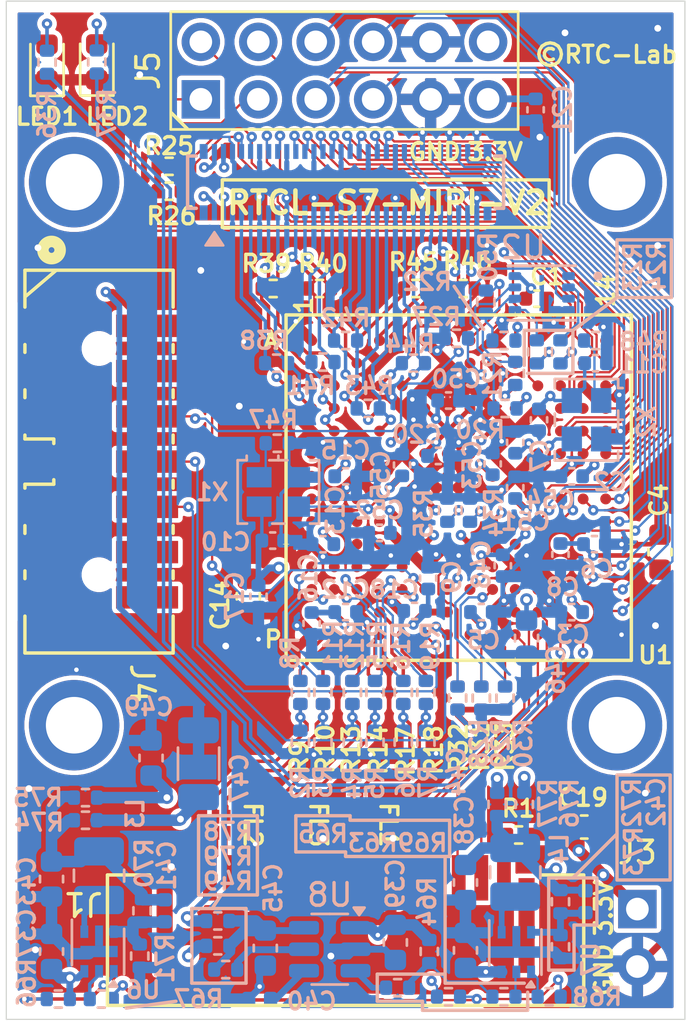
<source format=kicad_pcb>
(kicad_pcb (version 20241229) (generator "pcbnew") (generator_version "9.0")
  (layers (0 "F.Cu" signal) (4 "In1.Cu" signal) (6 "In2.Cu" signal) (2 "B.Cu" signal) (13 "F.Paste" user) (15 "B.Paste" user) (5 "F.SilkS" user "F.Silkscreen") (7 "B.SilkS" user "B.Silkscreen") (1 "F.Mask" user) (3 "B.Mask" user) (25 "Edge.Cuts" user))
  (net 0 "")
  (net 1 "VCCO_14")
  (net 2 "GND")
  (net 3 "VCCO_0")
  (net 4 "+1V8")
  (net 5 "+3.3V")
  (net 6 "VCCO_34")
  (net 7 "Net-(U8-CT)")
  (net 8 "Net-(U6-FB)")
  (net 9 "+1V0")
  (net 10 "Net-(U7-FB)")
  (net 11 "VCCAUX")
  (net 12 "VCCINT")
  (net 13 "VCCBRAM")
  (net 14 "/SENSOR_LVDS_D3_P")
  (net 15 "/SENSOR_LVDS_D2_P")
  (net 16 "/SENSOR_LVDS_D3_N")
  (net 17 "/SENSOR_LVDS_D4_N")
  (net 18 "/SENSOR_LVDS_CLK_N")
  (net 19 "/SENSOR_GPIO13")
  (net 20 "/SENSOR_GPIO11")
  (net 21 "/SENSOR_GPIO7")
  (net 22 "/SENSOR_GPIO5")
  (net 23 "/SENSOR_GPIO9")
  (net 24 "/SENSOR_GPIO6")
  (net 25 "/SENSOR_GPIO14")
  (net 26 "/SENSOR_LVDS_D1_P")
  (net 27 "/SENSOR_LVDS_D1_N")
  (net 28 "/SENSOR_GPIO12")
  (net 29 "/SENSOR_LVDS_CLK_P")
  (net 30 "/SENSOR_LVDS_D5_N")
  (net 31 "/SENSOR_GPIO4")
  (net 32 "/SENSOR_GPIO3")
  (net 33 "/SENSOR_GPIO15")
  (net 34 "/SENSOR_LVDS_D5_P")
  (net 35 "/SENSOR_LVDS_D6_P")
  (net 36 "/SENSOR_LVDS_D7_N")
  (net 37 "/SENSOR_LVDS_D7_P")
  (net 38 "/SENSOR_LVDS_D0_N")
  (net 39 "/SENSOR_GPIO0")
  (net 40 "/SENSOR_LVDS_D6_N")
  (net 41 "/SENSOR_SDA")
  (net 42 "/SENSOR_GPIO8")
  (net 43 "/SENSOR_LVDS_D4_P")
  (net 44 "/SENSOR_GPIO2")
  (net 45 "/SENSOR_GPIO10")
  (net 46 "/SENSOR_LVDS_D2_N")
  (net 47 "/SENSOR_GPIO1")
  (net 48 "/SENSOR_SCL")
  (net 49 "/SENSOR_LVDS_D0_P")
  (net 50 "Net-(J1-3V3)")
  (net 51 "/RPI_MIPI_D0_P")
  (net 52 "/RPI_MIPI_D0_N")
  (net 53 "/RPI_MIPI_D1_P")
  (net 54 "/RPI_MIPI_D1_N")
  (net 55 "/RPI_MIPI_CLK_P")
  (net 56 "/RPI_MIPI_CLK_N")
  (net 57 "/MIPI_D0_LP_P")
  (net 58 "/MIPI_D0_HS_P")
  (net 59 "/MIPI_D0_HS_N")
  (net 60 "/MIPI_D0_LP_N")
  (net 61 "/MIPI_D1_HS_P")
  (net 62 "/MIPI_D1_HS_N")
  (net 63 "/MIPI_D1_LP_N")
  (net 64 "/MIPI_CLK_LP_P")
  (net 65 "/MIPI_CLK_HS_P")
  (net 66 "/MIPI_CLK_HS_N")
  (net 67 "/MIPI_CLK_LP_N")
  (net 68 "/QSPI_DQ2")
  (net 69 "Net-(U2-~{WP})")
  (net 70 "Net-(U2-~{HOLD})")
  (net 71 "/QSPI_DQ3")
  (net 72 "/QSPI_SCK")
  (net 73 "Net-(U2-SCK)")
  (net 74 "Net-(U2-MOSI)")
  (net 75 "/QSPI_DQ0")
  (net 76 "Net-(U2-MISO)")
  (net 77 "/QSPI_DQ1")
  (net 78 "Net-(U1B-IO_L3P_T0_DQS_PUDC_B_14)")
  (net 79 "Net-(U1A-M0_0)")
  (net 80 "Net-(U1A-M1_0)")
  (net 81 "Net-(U1A-M2_0)")
  (net 82 "Net-(U1A-INIT_B_0)")
  (net 83 "Net-(U1A-PROGRAM_B_0)")
  (net 84 "Net-(U1A-DONE_0)")
  (net 85 "Net-(U1A-DXP_0)")
  (net 86 "Net-(U1A-DXN_0)")
  (net 87 "Net-(LED1-A)")
  (net 88 "/LED0")
  (net 89 "/LED1")
  (net 90 "Net-(LED2-A)")
  (net 91 "Net-(X1-~{ST})")
  (net 92 "Net-(X2-~{ST})")
  (net 93 "Net-(U8-QOD)")
  (net 94 "Net-(R63-Pad2)")
  (net 95 "Net-(R64-Pad2)")
  (net 96 "Net-(U8-ON)")
  (net 97 "Net-(U6-EN)")
  (net 98 "Net-(U6-PG)")
  (net 99 "Net-(U7-EN)")
  (net 100 "Net-(U7-PG)")
  (net 105 "/JTAG_TCK")
  (net 106 "/CLK_50M")
  (net 109 "/JTAG_TDI")
  (net 110 "/QSPI_CS")
  (net 113 "/JTAG_TMS")
  (net 114 "/CLK_72M")
  (net 115 "/JTAG_TDO")
  (net 116 "/RPI_MIPI_SDA")
  (net 117 "/RPI_MIPI_SCL")
  (net 124 "Net-(U6-LX)")
  (net 125 "Net-(U7-LX)")
  (net 128 "/MIPI_D1_LP_P")
  (net 133 "/PMOD4")
  (net 134 "/PMOD6")
  (net 135 "/PMOD5")
  (net 136 "/PMOD0")
  (net 137 "/PMOD3")
  (net 138 "/PMOD7")
  (net 139 "/PMOD2")
  (net 140 "/PMOD1")
  (net 142 "+3.3VP")
  (net 162 "/EMCCLK")
  (net 163 "/CLK_P")
  (net 164 "/CLK_N")
  (net 165 "/D0_P")
  (net 166 "/D0_N")
  (net 167 "/D1_N")
  (net 168 "/D1_P")
  (net 169 "/RPI_MIPI_GPIO0")
  (net 170 "/RPI_MIPI_GPIO1")
  (footprint "Resistor_SMD:R_0402_1005Metric" (layer "F.Cu") (at 154.95 110.8 90)
    (property "Reference" "R32")
    (property "Value" "4.7k")
  )
  (footprint "mipi_spartan7:FTGB196" (layer "F.Cu") (at 155 101.5)
    (property "Reference" "U1")
    (property "Value" "XC7S6-2FTGB196C")
  )
  (footprint "Resistor_SMD:R_0402_1005Metric" (layer "F.Cu") (at 153.1 92.7)
    (property "Reference" "R45")
    (property "Value" "100_1%")
  )
  (footprint "Resistor_SMD:R_0402_1005Metric" (layer "F.Cu") (at 149 110.55 90)
    (property "Reference" "R10")
    (property "Value" "150_1%")
  )
  (footprint "Resistor_SMD:R_0402_1005Metric" (layer "F.Cu") (at 148 110.55 90)
    (property "Reference" "R9")
    (property "Value" "150_1%")
  )
  (footprint "mipi_spartan7:DLM0NSM900HY2D" (layer "F.Cu") (at 144.5 116.4 -90)
    (property "Reference" "FL2")
    (property "Value" "DLM0NSM900HY2D")
  )
  (footprint "Capacitor_SMD:C_0603_1608Metric" (layer "F.Cu") (at 145.7 106.3 -90)
    (property "Reference" "C14")
    (property "Value" "47uF")
  )
  (footprint "Resistor_SMD:R_0402_1005Metric" (layer "F.Cu") (at 142.2 88.4)
    (property "Reference" "R26")
    (property "Value" "2.2k")
  )
  (footprint "Resistor_SMD:R_0402_1005Metric" (layer "F.Cu") (at 142.2 87.3)
    (property "Reference" "R25")
    (property "Value" "2.2k")
  )
  (footprint "mipi_spartan7:hole_M2.5" (layer "F.Cu") (at 162 88)
    (property "Reference" "REF**" (hide yes))
    (property "Value" "hole_M2.5")
  )
  (footprint "Resistor_SMD:R_0402_1005Metric" (layer "F.Cu") (at 146.8 92.7)
    (property "Reference" "R39")
    (property "Value" "100_1%")
  )
  (footprint "Resistor_SMD:R_0402_1005Metric" (layer "F.Cu") (at 151.3 110.55 90)
    (property "Reference" "R14")
    (property "Value" "150_1%")
  )
  (footprint "Capacitor_SMD:C_0603_1608Metric" (layer "F.Cu") (at 160.55 116.5)
    (property "Reference" "C19")
    (property "Value" "10uF")
  )
  (footprint "Resistor_SMD:R_0402_1005Metric" (layer "F.Cu") (at 152.55 110.55 90)
    (property "Reference" "R17")
    (property "Value" "150_1%")
  )
  (footprint "Resistor_SMD:R_0402_1005Metric" (layer "F.Cu") (at 157.65 116.85)
    (property "Reference" "R1")
    (property "Value" "0")
  )
  (footprint "LED_SMD:LED_0603_1608Metric" (layer "F.Cu") (at 139 82.6875 90)
    (property "Reference" "LED2")
    (property "Value" "150060VS75000")
  )
  (footprint "Resistor_SMD:R_0402_1005Metric" (layer "F.Cu") (at 156 110.8 90)
    (property "Reference" "R31")
    (property "Value" "4.7k")
  )
  (footprint "mipi_spartan7:PH_01x02_2.54mm_NoSilk" (layer "F.Cu") (at 162.9 120.125)
    (property "Reference" "J3")
    (property "Value" "<DNP> PIN1X2")
  )
  (footprint "mipi_spartan7:DLM0NSM900HY2D" (layer "F.Cu") (at 150.5 116.4 -90)
    (property "Reference" "FL1")
    (property "Value" "DLM0NSM900HY2D")
  )
  (footprint "mipi_spartan7:DLM0NSM900HY2D" (layer "F.Cu") (at 147.5 116.4 -90)
    (property "Reference" "FL3")
    (property "Value" "DLM0NSM900HY2D")
  )
  (footprint "mipi_spartan7:hole_M2.5" (layer "F.Cu") (at 138 88)
    (property "Reference" "REF**" (hide yes))
    (property "Value" "hole_M2.5")
  )
  (footprint "Resistor_SMD:R_0402_1005Metric" (layer "F.Cu") (at 148.85 92.7)
    (property "Reference" "R40")
    (property "Value" "100_1%")
  )
  (footprint "mipi_spartan7:hole_M2.5" (layer "F.Cu") (at 162 112)
    (property "Reference" "REF**" (hide yes))
    (property "Value" "hole_M2.5")
  )
  (footprint "mipi_spartan7:SFW15R-1STE1LF" (layer "F.Cu") (at 150 121.5 180)
    (property "Reference" "J1")
    (property "Value" "SFW15R-1STE1LF")
  )
  (footprint "mipi_spartan7:hole_M2.5" (layer "F.Cu") (at 138 112)
    (property "Reference" "REF**" (hide yes))
    (property "Value" "hole_M2.5")
  )
  (footprint "Resistor_SMD:R_0402_1005Metric" (layer "F.Cu") (at 153.55 110.55 90)
    (property "Reference" "R18")
    (property "Value" "150_1%")
  )
  (footprint "Resistor_SMD:R_0402_1005Metric" (layer "F.Cu") (at 155.2 92.7)
    (property "Reference" "R46")
    (property "Value" "100_1%")
  )
  (footprint "LED_SMD:LED_0603_1608Metric" (layer "F.Cu") (at 136.8 82.7 90)
    (property "Reference" "LED1")
    (property "Value" "150060VS75000")
  )
  (footprint "mipi_spartan7:PH_02x06_2.54mm" (layer "F.Cu") (at 143.6 84.34 90)
    (property "Reference" "J5")
    (property "Value" "<DNP> SSQ-106-02-F-D-RA")
  )
  (footprint "Capacitor_SMD:C_0402_1005Metric" (layer "F.Cu") (at 158.45 93.15)
    (property "Reference" "C1")
    (property "Value" "0.47uF")
  )
  (footprint "Resistor_SMD:R_0402_1005Metric" (layer "F.Cu") (at 157.05 110.8 90)
    (property "Reference" "R33")
    (property "Value" "330")
  )
  (footprint "Capacitor_SMD:C_0603_1608Metric" (layer "F.Cu") (at 163.9 104.35 90)
    (property "Reference" "C4")
    (property "Value" "47uF")
  )
  (footprint "Resistor_SMD:R_0402_1005Metric" (layer "F.Cu") (at 150.3 110.55 90)
    (property "Reference" "R13")
    (property "Value" "150_1%")
  )
  (footprint "mipi_spartan7:878325622" (layer "F.Cu") (at 139.1 100.35 -90)
    (property "Reference" "J4")
    (property "Value" "0878325622" (hide yes))
  )
  (footprint "Capacitor_SMD:C_0402_1005Metric" (layer "B.Cu") (at 156 107)
    (property "Reference" "C5")
    (property "Value" "0.47uF")
  )
  (footprint "Resistor_SMD:R_0402_1005Metric" (layer "B.Cu") (at 154.55 124)
    (property "Reference" "R63")
    (property "Value" "10k")
  )
  (footprint "Resistor_SMD:R_0402_1005Metric" (layer "B.Cu") (at 149 95.95)
    (property "Reference" "R41")
    (property "Value" "100_1%")
  )
  (footprint "Resistor_SMD:R_0402_1005Metric" (layer "B.Cu") (at 148 110.55 90)
    (property "Reference" "R8")
    (property "Value" "60.4_1%")
  )
  (footprint "Resistor_SMD:R_0402_1005Metric" (layer "B.Cu") (at 161.05 95 180)
    (property "Reference" "R48")
    (property "Value" "<DNP> R")
  )
  (footprint "Resistor_SMD:R_0402_1005Metric" (layer "B.Cu") (at 150.3 112.75 90)
    (property "Reference" "R4")
    (property "Value" "120_1%")
  )
  (footprint "Resistor_SMD:R_0402_1005Metric" (layer "B.Cu") (at 153.55 112.75 90)
    (property "Reference" "R7")
    (property "Value" "120_1%")
  )
  (footprint "Resistor_SMD:R_0402_1005Metric" (layer "B.Cu") (at 158.45 95.5 -90)
    (property "Reference" "R23")
    (property "Value" "100")
  )
  (footprint "Resistor_SMD:R_0402_1005Metric" (layer "B.Cu") (at 154.5 102.5 -90)
    (property "Reference" "R35")
    (property "Value" "0")
  )
  (footprint "Resistor_SMD:R_0402_1005Metric" (layer "B.Cu") (at 156.2 93.3 90)
    (property "Reference" "R50")
    (property "Value" "0")
  )
  (footprint "Resistor_SMD:R_0402_1005Metric" (layer "B.Cu") (at 138.5 116.2)
    (property "Reference" "R74")
    (property "Value" "0")
  )
  (footprint "Resistor_SMD:R_0402_1005Metric" (layer "B.Cu") (at 152.55 112.75 90)
    (property "Reference" "R6")
    (property "Value" "120_1%")
  )
  (footprint "Resistor_SMD:R_0402_1005Metric" (layer "B.Cu") (at 159.5 95.5 -90)
    (property "Reference" "R24")
    (property "Value" "100")
  )
  (footprint "Inductor_SMD:L_0402_1005Metric" (layer "B.Cu") (at 160.6 119.8 -90)
    (property "Reference" "C42")
    (property "Value" "22pF")
  )
  (footprint "Capacitor_SMD:C_1206_3216Metric" (layer "B.Cu") (at 143.5 113.7 90)
    (property "Reference" "C47")
    (property "Value" "100uF")
  )
  (footprint "Resistor_SMD:R_0402_1005Metric" (layer "B.Cu") (at 159.5 119.8 90)
    (property "Reference" "R72")
    (property "Value" "300k_1%")
  )
  (footprint "Capacitor_SMD:C_0603_1608Metric" (layer "B.Cu") (at 155.3 121.95 90)
    (property "Reference" "C38")
    (property "Value" "10uF")
  )
  (footprint "Capacitor_SMD:C_0402_1005Metric" (layer "B.Cu") (at 158.4 84.8 -90)
    (property "Reference" "C21")
    (property "Value" "4.7uF")
  )
  (footprint "Resistor_SMD:R_0402_1005Metric" (layer "B.Cu") (at 152.55 110.55 90)
    (property "Reference" "R16")
    (property "Value" "60.4_1%")
  )
  (footprint "Resistor_SMD:R_0402_1005Metric" (layer "B.Cu") (at 152.3 123.6 180)
    (property "Reference" "R65")
    (property "Value" "0")
  )
  (footprint "Resistor_SMD:R_0402_1005Metric" (layer "B.Cu") (at 156.7 115.5 90)
    (property "Reference" "R77")
    (property "Value" "0")
  )
  (footprint "Resistor_SMD:R_0402_1005Metric" (layer "B.Cu") (at 157 124)
    (property "Reference" "R69")
    (property "Value" "0")
  )
  (footprint "Resistor_SMD:R_0402_1005Metric" (layer "B.Cu") (at 153.7 122 -90)
    (property "Reference" "R64")
    (property "Value" "10k")
  )
  (footprint "Resistor_SMD:R_0402_1005Metric" (layer "B.Cu") (at 155.5 102.5 -90)
    (property "Reference" "R34")
    (property "Value" "0")
  )
  (footprint "Inductor_SMD:L_1008_2520Metric" (layer "B.Cu") (at 139.1 118.65 90)
    (property "Reference" "L3")
    (property "Value" "2.2uH")
  )
  (footprint "Resistor_SMD:R_0402_1005Metric" (layer "B.Cu") (at 136.8 82.7 90)
    (property "Reference" "R36")
    (property "Value" "100")
  )
  (footprint "Capacitor_SMD:C_0402_1005Metric" (layer "B.Cu") (at 153.65 105.5 90)
    (property "Reference" "C9")
    (property "Value" "4.7uF")
  )
  (footprint "Resistor_SMD:R_0402_1005Metric" (layer "B.Cu") (at 137.3 124.1 180)
    (property "Reference" "R66")
    (property "Value" "0")
  )
  (footprint "Capacitor_SMD:C_0402_1005Metric" (layer "B.Cu") (at 146.7778 103.84)
    (property "Reference" "C10")
    (property "Value" "0.47uF")
  )
  (footprint "mipi_spartan7:SG-210STF" (layer "B.Cu") (at 160.65 98.5 -90)
    (property "Reference" "X2")
    (property "Value" "SG-210STF 72.0000ML0")
  )
  (footprint "mipi_spartan7:Diodes_UDFN2020-6_Type-J" (layer "B.Cu") (at 157.55 122.025 90)
    (property "Reference" "U7")
    (property "Value" "AP3401DNTR-G1")
  )
  (footprint "Resistor_SMD:R_0402_1005Metric" (layer "B.Cu") (at 149 110.55 90)
    (property "Reference" "R11")
    (property "Value" "60.4_1%")
  )
  (footprint "Capacitor_SMD:C_0402_1005Metric" (layer "B.Cu") (at 156.5 100.45 90)
    (property "Reference" "C53")
    (property "Value" "0.47uF")
  )
  (footprint "Inductor_SMD:L_0402_1005Metric" (layer "B.Cu") (at 146.2 124.1 180)
    (property "Reference" "C40")
    (property "Value" "<DNP> C")
  )
  (footprint "Resistor_SMD:R_0402_1005Metric" (layer "B.Cu") (at 144.7 122.8 180)
    (property "Reference" "R49")
    (property "Value" "100")
  )
  (footprint "Package_TO_SOT_SMD:SOT-23-6" (layer "B.Cu") (at 149.3 121.9 180)
    (property "Reference" "U8")
    (property "Value" "TPS22918DBV")
  )
  (footprint "Resistor_SMD:R_0402_1005Metric" (layer "B.Cu") (at 138.5 115.2)
    (property "Reference" "R75")
    (property "Value" "0")
  )
  (footprint "Capacitor_SMD:C_0402_1005Metric" (layer "B.Cu") (at 158.55 98.5 -90)
    (property "Reference" "C7")
    (property "Value" "0.47uF")
  )
  (footprint "Capacitor_SMD:C_0402_1005Metric" (layer "B.Cu") (at 157.5 101.5 90)
    (property "Reference" "C51")
    (property "Value" "0.47uF")
  )
  (footprint "Capacitor_SMD:C_0402_1005Metric" (layer "B.Cu") (at 149 104 180)
    (property "Reference" "C13")
    (property "Value" "0.47uF")
  )
  (footprint "Capacitor_SMD:C_0603_1608Metric" (layer "B.Cu") (at 155.3 118.95 -90)
    (property "Reference" "C44")
    (property "Value" "10uF")
  )
  (footprint "Resistor_SMD:R_0402_1005Metric" (layer "B.Cu") (at 149 112.75 90)
    (property "Reference" "R3")
    (property "Value" "120_1%")
  )
  (footprint "Resistor_SMD:R_0402_1005Metric" (layer "B.Cu") (at 154.9 94.9)
    (property "Reference" "R27")
    (property "Value" "1k")
  )
  (footprint "Capacitor_SMD:C_0603_1608Metric" (layer "B.Cu") (at 158 108.15 -90)
    (property "Reference" "C46")
    (property "Value" "47uF")
  )
  (footprint "Capacitor_SMD:C_0402_1005Metric" (layer "B.Cu") (at 150 107)
    (property "Reference" "C12")
    (property "Value" "0.47uF")
  )
  (footprint "Capacitor_SMD:C_0402_1005Metric" (layer "B.Cu") (at 153.05 106.95 180)
    (property "Reference" "C18")
    (property "Value" "0.47uF")
  )
  (footprint "Resistor_SMD:R_0402_1005Metric" (layer "B.Cu") (at 157.9 115.5 90)
    (property "Reference" "R76")
    (property "Value" "0")
  )
  (footprint "Capacitor_SMD:C_0402_1005Metric" (layer "B.Cu") (at 146.15 106.3 -90)
    (property "Reference" "C17")
    (property "Value" "4.7uF")
  )
  (footprint "Resistor_SMD:R_0402_1005Metric" (layer "B.Cu") (at 146.95 96)
    (property "Reference" "R38")
    (property "Value" "100_1%")
  )
  (footprint "Resistor_SMD:R_0402_1005Metric" (layer "B.Cu") (at 157.05 110.8 90)
    (property "Reference" "R30")
    (property "Value" "0")
  )
  (footprint "Capacitor_SMD:C_0603_1608Metric" (layer "B.Cu") (at 141.4 113.45 90)
    (property "Reference" "C49")
    (property "Value" "47uF")
  )
  (footprint "Resistor_SMD:R_0402_1005Metric" (layer "B.Cu") (at 159 124 180)
    (property "Reference" "R68")
    (property "Value" "0")
  )
  (footprint "Capacitor_SMD:C_0402_1005Metric" (layer "B.Cu") (at 151.5 103.5 180)
    (property "Reference" "C52")
    (property "Value" "4.7uF")
  )
  (footprint "Capacitor_SMD:C_0402_1005Metric" (layer "B.Cu") (at 156.95 104.95 -90)
    (property "Reference" "C48")
    (property "Value" "4.7uF")
  )
  (footprint "Capacitor_SMD:C_0402_1005Metric" (layer "B.Cu") (at 159.5 104.45 -90)
    (property "Reference" "C8")
    (property "Value" "4.7uF")
  )
  (footprint "Capacitor_SMD:C_0402_1005Metric" (layer "B.Cu") (at 160 107 180)
    (property "Reference" "C3")
    (property "Value" "0.47uF")
  )
  (footprint "mipi_spartan7:DF40C-60DP-0.4V51" (layer "B.Cu") (at 150 88)
    (property "Reference" "J2" (hide yes))
    (property "Value" "DF40C-60DP-0.4V(51)" (hide yes))
  )
  (footprint "Capacitor_SMD:C_0402_1005Metric" (layer "B.Cu") (at 150 101)
    (property "Reference" "C15")
    (property "Value" "0.47uF")
  )
  (footprint "Inductor_SMD:L_0402_1005Metric" (layer "B.Cu") (at 142 120.2 -90)
    (property "Reference" "C41")
    (property "Value" "22pF")
  )
  (footprint "mipi_spartan7:SG-210STF" (layer "B.Cu") (at 147.0278 101.69)
    (property "Reference" "X1")
    (property "Value" "SG-210STF 50.0000ML5")
  )
  (footprint "Capacitor_SMD:C_0402_1005Metric" (layer "B.Cu") (at 160 101 180)
    (property "Reference" "C2")
    (property "Value" "0.47uF")
  )
  (footprint "Resistor_SMD:R_0402_1005Metric" (layer "B.Cu") (at 151.3 112.75 90)
    (property "Reference" "R5")
    (property "Value" "120_1%")
  )
  (footprint "Resistor_SMD:R_0402_1005Metric" (layer "B.Cu") (at 140.9 122.2 90)
    (property "Reference" "R71")
    (property "Value" "120k_1%")
  )
  (footprint "Resistor_SMD:R_0402_1005Metric" (layer "B.Cu") (at 141 120.2 90)
    (property "Reference" "R70")
    (property "Value" "91k_1%")
  )
  (footprint "Resistor_SMD:R_0402_1005Metric" (layer "B.Cu") (at 148 112.75 90)
    (property "Reference" "R2")
    (property "Value" "120_1%")
  )
  (footprint "Resistor_SMD:R_0402_1005Metric" (layer "B.Cu") (at 157.05 98 180)
    (property "Reference" "R20")
    (property "Value" "100")
  )
  (footprint "Resistor_SMD:R_0402_1005Metric" (layer "B.Cu") (at 150.3 110.55 90)
    (property "Reference" "R12")
    (property "Value" "60.4_1%")
  )
  (footprint "Resistor_SMD:R_0402_1005Metric" (layer "B.Cu") (at 156 110.8 90)
    (property "Reference" "R29")
    (property "Value" "0")
  )
  (footprint "Resistor_SMD:R_0402_1005Metric" (layer "B.Cu") (at 146.9778 99.54 180)
    (property "Reference" "R47")
    (property "Value" "<DNP> R")
  )
  (footprint "Resistor_SMD:R_0402_1005Metric" (layer "B.Cu") (at 151 98)
    (property "Reference" "R43")
    (property "Value" "100_1%")
  )
  (footprint "mipi_spartan7:IS25LP016D-JULE-TR" (layer "B.Cu") (at 158.67 92.9 180)
    (property "Reference" "U2")
    (property "Value" "IS25LP016D-JULE-TR")
  )
  (footprint "Resistor_SMD:R_0402_1005Metric" (layer "B.Cu") (at 144.35 120.65 180)
    (property "Reference" "R78")
    (property "Value" "0")
  )
  (footprint "Resistor_SMD:R_0402_1005Metric" (layer "B.Cu") (at 144.35 121.75 180)
    (property "Reference" "R79")
    (property "Value" "0")
  )
  (footprint "Resistor_SMD:R_0402_1005Metric" (layer "B.Cu") (at 151.3 110.55 90)
    (property "Reference" "R15")
    (property "Value" "60.4_1%")
  )
  (footprint "Resistor_SMD:R_0402_1005Metric" (layer "B.Cu") (at 139.2 124.1 180)
    (property "Reference" "R67")
    (property "Value" "0")
  )
  (footprint "Capacitor_SMD:C_0402_1005Metric" (layer "B.Cu") (at 154.1 100.1)
    (property "Reference" "C20")
    (property "Value" "0.47uF")
  )
  (footprint "Resistor_SMD:R_0402_1005Metric" (layer "B.Cu") (at 154.95 110.8 90)
    (property "Reference" "R28")
    (property "Value" "0")
  )
  (footprint "Resistor_SMD:R_0402_1005Metric" (layer "B.Cu") (at 157.5 96.45 90)
    (property "Reference" "R21")
    (property "Value" "100")
  )
  (footprint "Capacitor_SMD:C_0402_1005Metric" (layer "B.Cu") (at 152.5 100.5 90)
    (property "Reference" "C55")
    (property "Value" "0.47uF")
  )
  (footprint "Inductor_SMD:L_1008_2520Metric" (layer "B.Cu") (at 157.5 118.5 90)
    (property "Reference" "L4")
    (property "Value" "2.2uH")
  )
  (footprint "Resistor_SMD:R_0402_1005Metric" (layer "B.Cu") (at 159.5 121.79 90)
    (property "Reference" "R73")
    (property "Value" "150k_1%")
  )
  (footprint "Capacitor_SMD:C_0603_1608Metric" (layer "B.Cu") (at 152.2 121.6 -90)
    (property "Reference" "C39")
    (property "Value" "10uF")
  )
  (footprint "Capacitor_SMD:C_0402_1005Metric" (layer "B.Cu") (at 161 104)
    (property "Reference" "C6")
    (property "Value" "0.47uF")
  )
  (footprint "Resistor_SMD:R_0402_1005Metric" (layer "B.Cu") (at 139 82.6875 90)
    (property "Reference" "R37")
    (property "Value" "100")
  )
  (footprint "mipi_spartan7:Diodes_UDFN2020-6_Type-J" (layer "B.Cu") (at 139.1 122 90)
    (property "Reference" "U6")
    (property "Value" "AP3401DNTR-G1")
  )
  (footprint "Capacitor_SMD:C_0603_1608Metric" (layer "B.Cu") (at 137 118.8 -90)
    (property "Reference" "C43")
    (property "Value" "10uF")
  )
  (footprint "Resistor_SMD:R_0402_1005Metric" (layer "B.Cu") (at 153.55 110.55 90)
    (property "Reference" "R19")
    (property "Value" "60.4_1%")
  )
  (footprint "Capacitor_SMD:C_0402_1005Metric" (layer "B.Cu") (at 157.5 99.5 90)
    (property "Reference" "C54")
    (property "Value" "0.47uF")
  )
  (footprint "Capacitor_SMD:C_0402_1005Metric" (layer "B.Cu") (at 148.5 107.5 -90)
    (property "Reference" "C16")
    (property "Value" "0.47uF")
  )
  (footprint "Resistor_SMD:R_0402_1005Metric" (layer "B.Cu") (at 150 95)
    (property "Reference" "R42")
    (property "Value" "100_1%")
  )
  (footprint "Capacitor_SMD:C_0603_1608Metric" (layer "B.Cu") (at 146.45 121.85 -90)
    (property "Reference" "C45")
    (property "Value" "10uF")
  )
  (footprint "Capacitor_SMD:C_0402_1005Metric" (layer "B.Cu") (at 161.05 96)
    (property "Reference" "C11")
    (property "Value" "0.47uF")
  )
  (footprint "Resistor_SMD:R_0402_1005Metric" (layer "B.Cu") (at 153 96)
    (property "Reference" "R44")
    (property "Value" "100_1%")
  )
  (footprint "Resistor_SMD:R_0402_1005Metric" (layer "B.Cu") (at 157 95)
    (property "Reference" "R22")
    (property "Value" "49.9")
  )
  (footprint "Capacitor_SMD:C_0603_1608Metric" (layer "B.Cu") (at 137 122 90)
    (property "Reference" "C37")
    (property "Value" "10uF")
  )
  (footprint "Capacitor_SMD:C_0402_1005Metric" (layer "B.Cu") (at 154.55 97.65)
    (property "Reference" "C50")
    (property "Value" "4.7uF")
  )
  (gr_line (start 144.55 87.9) (end 144.55 90) (stroke (width 0.15)) (layer "F.SilkS"))
  (gr_line (start 159 87.95) (end 159 90) (stroke (width 0.15)) (layer "F.SilkS"))
  (gr_line (start 144.55 90) (end 159 90) (stroke (width 0.15)) (layer "F.SilkS"))
  (gr_line (start 144.55 87.9) (end 159 87.9) (stroke (width 0.15)) (layer "F.SilkS"))
  (gr_line (start 146.1 119.5) (end 146.1 116) (stroke (width 0.15)) (layer "B.SilkS"))
  (gr_line (start 154.6 117.8) (end 150 117.8) (stroke (width 0.15)) (layer "B.SilkS"))
  (gr_line (start 158.05 123.8) (end 158.05 124.6) (stroke (width 0.15)) (layer "B.SilkS"))
  (gr_line (start 154.4 123.4) (end 157.9 123.4) (stroke (width 0.15)) (layer "B.SilkS"))
  (gr_line (start 162 118.84) (end 162 114.2) (stroke (width 0.15)) (layer "B.SilkS"))
  (gr_line (start 164.4 93.1) (end 162 93.1) (stroke (width 0.15)) (layer "B.SilkS"))
  (gr_line (start 162 114.2) (end 164.35 114.2) (stroke (width 0.15)) (layer "B.SilkS"))
  (gr_line (start 161.11 118.75) (end 158.98 118.75) (stroke (width 0.15)) (layer "B.SilkS"))
  (gr_line (start 150 117.6) (end 147.8 117.6) (stroke (width 0.15)) (layer "B.SilkS"))
  (gr_line (start 160.1 122.825) (end 160.1 120.83) (stroke (width 0.15)) (layer "B.SilkS"))
  (gr_line (start 150.2 116) (end 150.2 116.2) (stroke (width 0.15)) (layer "B.SilkS"))
  (gr_line (start 158.05 96.45) (end 160.05 96.45) (stroke (width 0.15)) (layer "B.SilkS"))
  (gr_line (start 164.35 114.2) (end 164.35 118.84) (stroke (width 0.15)) (layer "B.SilkS"))
  (gr_line (start 154.4 123) (end 154.4 123.4) (stroke (width 0.15)) (layer "B.SilkS"))
  (gr_line (start 160.045 118.75) (end 162 116.8) (stroke (width 0.15)) (layer "B.SilkS"))
  (gr_line (start 164.4 90.55) (end 164.4 93.1) (stroke (width 0.15)) (layer "B.SilkS"))
  (gr_line (start 154.4 123) (end 154.4 117.8) (stroke (width 0.15)) (layer "B.SilkS"))
  (gr_line (start 151.4 124.2) (end 153.4 124.2) (stroke (width 0.15)) (layer "B.SilkS"))
  (gr_line (start 158.98 122.825) (end 160.1 122.825) (stroke (width 0.15)) (layer "B.SilkS"))
  (gr_line (start 154.6 116.2) (end 154.6 117.8) (stroke (width 0.15)) (layer "B.SilkS"))
  (gr_line (start 157.9 94.55) (end 157.9 96.1) (stroke (width 0.15)) (layer "B.SilkS"))
  (gr_line (start 151.4 124.2) (end 151.4 123) (stroke (width 0.15)) (layer "B.SilkS"))
  (gr_line (start 160.05 94.55) (end 160.05 96.45) (stroke (width 0.15)) (layer "B.SilkS"))
  (gr_line (start 144.1 120.1) (end 144.5 119.5) (stroke (width 0.15)) (layer "B.SilkS"))
  (gr_line (start 158.98 118.75) (end 158.98 122.825) (stroke (width 0.15)) (layer "B.SilkS"))
  (gr_line (start 162 90.55) (end 164.4 90.55) (stroke (width 0.15)) (layer "B.SilkS"))
  (gr_line (start 157.9 94.55) (end 160.05 94.55) (stroke (width 0.15)) (layer "B.SilkS"))
  (gr_line (start 156.1 94.5) (end 154.8 92.6) (stroke (width 0.15)) (layer "B.SilkS"))
  (gr_line (start 150.2 116.2) (end 154.6 116.2) (stroke (width 0.15)) (layer "B.SilkS"))
  (gr_line (start 143.2 123.4) (end 145.6 123.4) (stroke (width 0.15)) (layer "B.SilkS"))
  (gr_line (start 147.8 116) (end 147.8 116.2) (stroke (width 0.15)) (layer "B.SilkS"))
  (gr_line (start 150 117.6) (end 150 117.8) (stroke (width 0.15)) (layer "B.SilkS"))
  (gr_line (start 140.3 124.5) (end 142.5 124.2) (stroke (width 0.15)) (layer "B.SilkS"))
  (gr_line (start 145.6 123.4) (end 145.6 120.1) (stroke (width 0.15)) (layer "B.SilkS"))
  (gr_line (start 143.2 120.1) (end 145.6 120.1) (stroke (width 0.15)) (layer "B.SilkS"))
  (gr_line (start 153.4 124.6) (end 158 124.6) (stroke (width 0.15)) (layer "B.SilkS"))
  (gr_line (start 153.4 124.2) (end 153.4 124.6) (stroke (width 0.15)) (layer "B.SilkS"))
  (gr_line (start 150.2 116) (end 147.8 116) (stroke (width 0.15)) (layer "B.SilkS"))
  (gr_line (start 161.11 120.83) (end 161.11 118.76) (stroke (width 0.15)) (layer "B.SilkS"))
  (gr_line (start 164.35 118.84) (end 162 118.84) (stroke (width 0.15)) (layer "B.SilkS"))
  (gr_line (start 162 93.1) (end 162 90.55) (stroke (width 0.15)) (layer "B.SilkS"))
  (gr_line (start 160.1 120.83) (end 161.11 120.83) (stroke (width 0.15)) (layer "B.SilkS"))
  (gr_line (start 160.05 94.55) (end 162 93.1) (stroke (width 0.15)) (layer "B.SilkS"))
  (gr_line (start 146.1 116) (end 143.5 116) (stroke (width 0.15)) (layer "B.SilkS"))
  (gr_line (start 151.4 123) (end 154.4 123) (stroke (width 0.15)) (layer "B.SilkS"))
  (gr_line (start 146.1 119.5) (end 143.5 119.5) (stroke (width 0.15)) (layer "B.SilkS"))
  (gr_line (start 147.8 116.2) (end 147.8 117.6) (stroke (width 0.15)) (layer "B.SilkS"))
  (gr_line (start 143.5 116) (end 143.5 119.5) (stroke (width 0.15)) (layer "B.SilkS"))
  (gr_line (start 143.2 120.1) (end 143.2 123.4) (stroke (width 0.15)) (layer "B.SilkS"))
  (gr_line (start 165 80) (end 165 125) (stroke (width 0.05)) (layer "Edge.Cuts"))
  (gr_line (start 135 80) (end 135 125) (stroke (width 0.05)) (layer "Edge.Cuts"))
  (gr_line (start 165 80) (end 135 80) (stroke (width 0.05)) (layer "Edge.Cuts"))
  (gr_line (start 165 125) (end 135 125) (stroke (width 0.05)) (layer "Edge.Cuts"))
  (gr_text "GND" (at 152.7 87.1 0) (layer "F.SilkS") (effects (font (size 0.75 0.75)) (justify left bottom)))
  (gr_text "3.3V" (at 161.85 121.4 90) (layer "F.SilkS") (effects (font (size 0.75 0.75)) (justify left bottom)))
  (gr_text "©RTC-Lab" (at 158.3 82.8 0) (layer "F.SilkS") (effects (font (size 0.75 0.75) (thickness 0.15) (bold yes)) (justify left bottom)))
  (gr_text "GND" (at 161.85 124.05 90) (layer "F.SilkS") (effects (font (size 0.75 0.75)) (justify left bottom)))
  (gr_text "RTCL-S7-MIPI-V2\n" (at 144.65 89.5 0) (layer "F.SilkS") (effects (font (size 1 1) (thickness 0.2) (bold yes)) (justify left bottom)))
  (gr_text "3.3V" (at 155.3 87.1 0) (layer "F.SilkS") (effects (font (size 0.75 0.75)) (justify left bottom)))
  (segment (start 160.5 106.95) (end 160 106.45) (width 0.2032) (layer "F.Cu") (net 1))
  (segment (start 141.69 86.59) (end 141.4 86.3) (width 0.3) (layer "F.Cu") (net 1))
  (segment (start 160.95 104.5) (end 160.9516 104.4984) (width 0.2032) (layer "F.Cu") (net 1))
  (segment (start 141.69 88.4) (end 141.69 87.3) (width 0.3) (layer "F.Cu") (net 1))
  (segment (start 160.5 101) (end 161 100.5) (width 0.254) (layer "F.Cu") (net 1))
  (segment (start 160.5 104.05) (end 160.95 104.5) (width 0.2032) (layer "F.Cu") (net 1))
  (segment (start 163.2734 104.4984) (end 163.9 105.125) (width 0.2032) (layer "F.Cu") (net 1))
  (segment (start 141.69 87.3) (end 141.69 86.59) (width 0.3) (layer "F.Cu") (net 1))
  (segment (start 158.07 92.83) (end 158.07 93.15) (width 0.2032) (layer "F.Cu") (net 1))
  (segment (start 160.5 107) (end 160.5 106.95) (width 0.2032) (layer "F.Cu") (net 1))
  (segment (start 158.2 92.7) (end 158.07 92.83) (width 0.2032) (layer "F.Cu") (net 1))
  (segment (start 160.9516 104.4984) (end 163.2734 104.4984) (width 0.2032) (layer "F.Cu") (net 1))
  (segment (start 160.5 104) (end 160.5 104.05) (width 0.2032) (layer "F.Cu") (net 1))
  (via (at 143.05 122.2) (size 0.56) (drill 0.3) (layers "F.Cu" "B.Cu") (net 1))
  (via (at 160.95 104.5) (size 0.46) (drill 0.2) (layers "F.Cu" "B.Cu") (net 1))
  (via (at 158.2 92.7) (size 0.46) (drill 0.2) (layers "F.Cu" "B.Cu") (net 1))
  (via (at 141.4 86.3) (size 0.6) (drill 0.3) (layers "F.Cu" "B.Cu") (net 1))
  (via (at 160 106.45) (size 0.46) (drill 0.2) (layers "F.Cu" "B.Cu") (net 1))
  (via (at 161 100.5) (size 0.46) (drill 0.2) (layers "F.Cu" "B.Cu") (net 1))
  (via (at 159.05 97.45) (size 0.46) (drill 0.2) (layers "F.Cu" "B.Cu") (net 1))
  (segment (start 160 106.52) (end 160.48 107) (width 0.2032) (layer "B.Cu") (net 1))
  (segment (start 157.485 92.15) (end 157.678538 92.15) (width 0.2032) (layer "B.Cu") (net 1))
  (segment (start 160 97.65) (end 159.25 97.65) (width 0.1524) (layer "B.Cu") (net 1))
  (segment (start 156.32 84.32) (end 156.3 84.34) (width 0.3048) (layer "B.Cu") (net 1))
  (segment (start 158.2 92.671462) (end 158.2 92.7) (width 0.2032) (layer "B.Cu") (net 1))
  (segment (start 160.57 96) (end 160.57 97.08) (width 0.1524) (layer "B.Cu") (net 1))
  (segment (start 158.55 98.02) (end 158.55 97.95) (width 0.2032) (layer "B.Cu") (net 1))
  (segment (start 158.4 84.32) (end 156.32 84.32) (width 0.3048) (layer "B.Cu") (net 1))
  (segment (start 159.25 97.65) (end 159.05 97.45) (width 0.1524) (layer "B.Cu") (net 1))
  (segment (start 161 100.5) (end 160.98 100.5) (width 0.254) (layer "B.Cu") (net 1))
  (segment (start 160.52 104) (end 160.52 104.07) (width 0.2032) (layer "B.Cu") (net 1))
  (segment (start 158.55 97.95) (end 159.05 97.45) (width 0.2032) (layer "B.Cu") (net 1))
  (segment (start 159.5 103.97) (end 160.49 103.97) (width 0.2032) (layer "B.Cu") (net 1))
  (segment (start 160.57 97.08) (end 160 97.65) (width 0.1524) (layer "B.Cu") (net 1))
  (segment (start 160.52 104.07) (end 160.95 104.5) (width 0.2032) (layer "B.Cu") (net 1))
  (segment (start 160.98 100.5) (end 160.48 101) (width 0.254) (layer "B.Cu") (net 1))
  (segment (start 160.49 103.97) (end 160.52 104) (width 0.2032) (layer "B.Cu") (net 1))
  (segment (start 157.678538 92.15) (end 158.2 92.671462) (width 0.2032) (layer "B.Cu") (net 1))
  (segment (start 143.84 121.75) (end 143.5 121.75) (width 0.508) (layer "B.Cu") (net 1))
  (segment (start 160 106.45) (end 160 106.52) (width 0.2032) (layer "B.Cu") (net 1))
  (segment (start 143.5 121.75) (end 143.05 122.2) (width 0.508) (layer "B.Cu") (net 1))
  (segment (start 148.5 104) (end 148.5 104.05) (width 0.2032) (layer "F.Cu") (net 2))
  (segment (start 150.5 101) (end 150.5 101.05) (width 0.2032) (layer "F.Cu") (net 2))
  (segment (start 152.55 102) (end 153.05 102.5) (width 0.254) (layer "F.Cu") (net 2))
  (segment (start 156.5 97) (end 156.5 96.9) (width 0.2032) (layer "F.Cu") (net 2))
  (segment (start 148.1 107.6) (end 147.85 107.6) (width 0.2032) (layer "F.Cu") (net 2))
  (segment (start 154.5 96) (end 154.5 97) (width 0.2032) (layer "F.Cu") (net 2))
  (segment (start 148.5 108) (end 148.1 107.6) (width 0.2032) (layer "F.Cu") (net 2))
  (segment (start 158 104.5) (end 158.5 105) (width 0.2032) (layer "F.Cu") (net 2))
  (segment (start 156.45 98) (end 155.95 98.5) (width 0.2032) (layer "F.Cu") (net 2))
  (segment (start 164.2 121.365) (end 164.2 119.1) (width 0.3048) (layer "F.Cu") (net 2))
  (segment (start 152.5 98) (end 152.5 97.95) (width 0.2032) (layer "F.Cu") (net 2))
  (segment (start 153.5 99) (end 153 98.5) (width 0.2032) (layer "F.Cu") (net 2))
  (segment (start 162.9 122.665) (end 164.2 121.365) (width 0.3048) (layer "F.Cu") (net 2))
  (segment (start 155.95 98.55) (end 155.5 99) (width 0.2032) (layer "F.Cu") (net 2))
  (segment (start 155.5 97) (end 154.5 97) (width 0.2032) (layer "F.Cu") (net 2))
  (segment (start 145.7 107.75) (end 146.15 108.2) (width 0.508) (layer "F.Cu") (net 2))
  (segment (start 156.9 94.1) (end 156.5 94.5) (width 0.1016) (layer "F.Cu") (net 2))
  (segment (start 161.5 94.5) (end 161.4 94.4) (width 0.2032) (layer "F.Cu") (net 2))
  (segment (start 153.5 103) (end 153.5 102.95) (width 0.254) (layer "F.Cu") (net 2))
  (segment (start 157.5 103) (end 156.5 104) (width 0.2032) (layer "F.Cu") (net 2))
  (segment (start 161.5 95) (end 161.5 94.5) (width 0.2032) (layer "F.Cu") (net 2))
  (segment (start 142.505901 118.25) (end 143.000001 118.7441) (width 0.508) (layer "F.Cu") (net 2))
  (segment (start 150.5 101.05) (end 150.05 101.5) (width 0.2032) (layer "F.Cu") (net 2))
  (segment (start 156.5 96) (end 156.95 96.45) (width 0.2032) (layer "F.Cu") (net 2))
  (segment (start 163.9 103.575) (end 163.475 104) (width 0.2032) (layer "F.Cu") (net 2))
  (segment (start 161.325 116.5) (end 161.75 116.5) (width 0.3048) (layer "F.Cu") (net 2))
  (segment (start 142.3 118.25) (end 142.505901 118.25) (width 0.508) (layer "F.Cu") (net 2))
  (segment (start 159.2 94.2) (end 159.2 94.3) (width 0.2032) (layer "F.Cu") (net 2))
  (segment (start 140.9 83.25) (end 140.675 83.475) (width 0.1016) (layer "F.Cu") (net 2))
  (segment (start 148.5 94.85) (end 147.8 94.15) (width 0.2032) (layer "F.Cu") (net 2))
  (segment (start 161.5 99) (end 162.15 99) (width 0.2032) (layer "F.Cu") (net 2))
  (segment (start 153.5 100.95) (end 153 100.45) (width 0.2032) (layer "F.Cu") (net 2))
  (segment (start 153.5 97) (end 153 97.5) (width 0.2032) (layer "F.Cu") (net 2))
  (segment (start 161.5 108) (end 162.2 108) (width 0.2032) (layer "F.Cu") (net 2))
  (segment (start 156.5 96.9) (end 156.95 96.45) (width 0.2032) (layer "F.Cu") (net 2))
  (segment (start 159.03 94.03) (end 159.03 93.15) (width 0.2032) (layer "F.Cu") (net 2))
  (segment (start 145.7 107.075) (end 145.7 107.75) (width 0.508) (layer "F.Cu") (net 2))
  (segment (start 154.05 95.45) (end 154.05 95.55) (width 0.2032) (layer "F.Cu") (net 2))
  (segment (start 156.5 107) (end 157 106.5) (width 0.2032) (layer "F.Cu") (net 2))
  (segment (start 148.5 95) (end 148.5 94.85) (width 0.2032) (layer "F.Cu") (net 2))
  (segment (start 156.5 102) (end 156.9 101.6) (width 0.2032) (layer "F.Cu") (net 2))
  (segment (start 149.000002 118.7441) (end 149.000002 117.000002) (width 0.254) (layer "F.Cu") (net 2))
  (segment (start 154.5 98) (end 154.5 97) (width 0.2032) (layer "F.Cu") (net 2))
  (segment (start 161.95 97.5) (end 162.05 97.4) (width 0.1016) (layer "F.Cu") (net 2))
  (segment (start 159.5 100.95) (end 160 100.45) (width 0.254) (layer "F.Cu") (net 2))
  (segment (start 146.038659 95.05) (end 145.5 95.05) (width 0.2032) (layer "F.Cu") (net 2))
  (segment (start 159.2 94.2) (end 159.03 94.03) (width 0.2032) (layer "F.Cu") (net 2))
  (segment (start 163.475 104) (end 162.2 104) (width 0.2032) (layer "F.Cu") (net 2))
  (segment (start 149.000002 117.000002) (end 149 117) (width 0.254) (layer "F.Cu") (net 2))
  (segment (start 155.95 98.5) (end 155.95 98.55) (width 0.2032) (layer "F.Cu") (net 2))
  (segment (start 154.5 96) (end 155 96.5) (width 0.2032) (layer "F.Cu") (net 2))
  (segment (start 153.5 95) (end 153.6 95) (width 0.2032) (layer "F.Cu") (net 2))
  (segment (start 160.95 97.45) (end 161 97.5) (width 0.254) (layer "F.Cu") (net 2))
  (segment (start 157.5 105) (end 158 104.5) (width 0.2032) (layer "F.Cu") (net 2))
  (segment (start 152.5 100) (end 152.55 100) (width 0.2032) (layer "F.Cu") (net 2))
  (segment (start 161.75 116.5) (end 163.25 115) (width 0.3048) (layer "F.Cu") (net 2))
  (segment (start 159.5 101) (end 159.5 100.95) (width 0.2032) (layer "F.Cu") (net 2))
  (segment (start 150.95 107.45) (end 150.5 107) (width 0.2032) (layer "F.Cu") (net 2))
  (segment (start 159.5 107) (end 159 106.5) (width 0.2032) (layer "F.Cu") (net 2))
  (segment (start 154.05 95.55) (end 154.5 96) (width 0.2032) (layer "F.Cu") (net 2))
  (segment (start 146 118.7441) (end 146 117.25) (width 0.254) (layer "F.Cu") (net 2))
  (segment (start 153.05 101.45) (end 152.5 102) (width 0.2032) (layer "F.Cu") (net 2))
  (segment (start 148.5 99) (end 149 99.5) (width 0.2032) (layer "F.Cu") (net 2))
  (segment (start 147.544159 96.5555) (end 146.038659 95.05) (width 0.2032) (layer "F.Cu") (net 2))
  (segment (start 160.95 97.45) (end 160.5 97) (width 0.2032) (layer "F.Cu") (net 2))
  (segment (start 151.260382 97.5) (end 151.0555 97.295118) (width 0.2032) (layer "F.Cu") (net 2))
  (segment (start 164.2 118.925) (end 164.2 119.1) (width 0.3048) (layer "F.Cu") (net 2))
  (segment (start 156.5 98) (end 156.45 98) (width 0.2032) (layer "F.Cu") (net 2))
  (segment (start 152.5 97.95) (end 152.05 97.5) (width 0.2032) (layer "F.Cu") (net 2))
  (segment (start 155.5 105) (end 155 104.5) (width 0.2032) (layer "F.Cu") (net 2))
  (segment (start 152.5 104) (end 152 104.5) (width 0.2032) (layer "F.Cu") (net 2))
  (segment (start 153.6 95) (end 154.05 95.45) (width 0.2032) (layer "F.Cu") (net 2))
  (segment (start 153.5 102.95) (end 153.05 102.5) (width 0.254) (layer "F.Cu") (net 2))
  (segment (start 152.5 107) (end 152.05 106.55) (width 0.2032) (layer "F.Cu") (net 2))
  (segment (start 153 98.5) (end 152.5 98) (width 0.2032) (layer "F.Cu") (net 2))
  (segment (start 152.55 100) (end 153 100.45) (width 0.2032) (layer "F.Cu") (net 2))
  (segment (start 162.05 97.4) (end 162.1 97.4) (width 0.1016) (layer "F.Cu") (net 2))
  (segment (start 156.5 94.5) (end 156.5 95) (width 0.1016) (layer "F.Cu") (net 2))
  (segment (start 152.000001 117.099999) (end 152.1 117) (width 0.254) (layer "F.Cu") (net 2))
  (segment (start 153.5 101) (end 153.05 101.45) (width 0.2032) (layer "F.Cu") (net 2))
  (segment (start 151.0555 96.4445) (end 151.5 96) (width 0.2032) (layer "F.Cu") (net 2))
  (segment (start 161 97.5) (end 161.95 97.5) (width 0.254) (layer "F.Cu") (net 2))
  (segment (start 152.5 102) (end 152.55 102) (width 0.254) (layer "F.Cu") (net 2))
  (segment (start 148.5 104.05) (end 149 104.55) (width 0.2032) (layer "F.Cu") (net 2))
  (segment (start 149.0555 96.5555) (end 147.544159 96.5555) (width 0.2032) (layer "F.Cu") (net 2))
  (segment (start 149.5 97) (end 149.0555 96.5555) (width 0.2032) (layer "F.Cu") (net 2))
  (segment (start 152.05 97.5) (end 151.260382 97.5) (width 0.2032) (layer "F.Cu") (net 2))
  (segment (start 154.45 104) (end 154 104.45) (width 0.254) (layer "F.Cu") (net 2))
  (segment (start 161.5 104) (end 162.2 104) (width 0.2032) (layer "F.Cu") (net 2))
  (segment (start 155.5 97) (end 155 96.5) (width 0.2032) (layer "F.Cu") (net 2))
  (segment (start 154.5 104) (end 154.45 104) (width 0.254) (layer "F.Cu") (net 2))
  (segment (start 161.775 116.5) (end 164.2 118.925) (width 0.3048) (layer "F.Cu") (net 2))
  (segment (start 152 104.5) (end 151.5 105) (width 0.2032) (layer "F.Cu") (net 2))
  (segment (start 159.2 94.3) (end 158.5 95) (width 0.2032) (layer "F.Cu") (net 2))
  (segment (start 152.000001 118.7441) (end 152.000001 117.099999) (width 0.254) (layer "F.Cu") (net 2))
  (segment (start 150.5 99) (end 150 99.5) (width 0.2032) (layer "F.Cu") (net 2))
  (segment (start 151.0555 97.295118) (end 151.0555 96.4445) (width 0.2032) (layer "F.Cu") (net 2))
  (segment (start 140.675 83.475) (end 139 83.475) (width 0.1016) (layer "F.Cu") (net 2))
  (segment (start 161.325 116.5) (end 161.775 116.5) (width 0.3048) (layer "F.Cu") (net 2))
  (segment (start 155 99.5) (end 155.5 99) (width 0.2032) (layer "F.Cu") (net 2))
  (segment (start 153.5 101) (end 153.5 100.95) (width 0.2032) (layer "F.Cu") (net 2))
  (via (at 163.7 107.6) (size 0.6) (drill 0.3) (layers "F.Cu" "B.Cu") (net 2))
  (via (at 145.3 97.9) (size 0.6) (drill 0.3) (layers "F.Cu" "B.Cu") (net 2))
  (via (at 159.2 94.2) (size 0.46) (drill 0.2) (layers "F.Cu" "B.Cu") (net 2))
  (via (at 156.9 101.6) (size 0.46) (drill 0.2) (layers "F.Cu" "B.Cu") (net 2))
  (via (at 163.25 115) (size 0.6) (drill 0.3) (layers "F.Cu" "B.Cu") (net 2))
  (via (at 145.3 88.6) (size 0.46) (drill 0.2) (layers "F.Cu" "B.Cu") (net 2))
  (via (at 155 96.5) (size 0.46) (drill 0.2) (layers "F.Cu" "B.Cu") (net 2))
  (via (at 146.15 108.2) (size 0.46) (drill 0.2) (layers "F.Cu" "B.Cu") (net 2))
  (via (at 156.9 99.45) (size 0.46) (drill 0.2) (layers "F.Cu" "B.Cu") (net 2))
  (via (at 152.05 106.55) (size 0.46) (drill 0.2) (layers "F.Cu" "B.Cu") (net 2))
  (via (at 147.4 88.7) (size 0.46) (drill 0.2) (layers "F.Cu" "B.Cu") (net 2))
  (via (at 156.9 94.1) (size 0.46) (drill 0.2) (layers "F.Cu" "B.Cu") (net 2))
  (via (at 142.3 118.25) (size 0.6) (drill 0.3) (layers "F.Cu" "B.Cu") (net 2))
  (via (at 156.95 96.45) (size 0.46) (drill 0.2) (layers "F.Cu" "B.Cu") (net 2))
  (via (at 163.8 81.2) (size 0.6) (drill 0.3) (layers "F.Cu" "B.Cu") (net 2))
  (via (at 154.6 85.8) (size 0.46) (drill 0.2) (layers "F.Cu" "B.Cu") (net 2))
  (via (at 161.4 94.4) (size 0.46) (drill 0.2) (layers "F.Cu" "B.Cu") (net 2))
  (via (at 152.05 97.5) (size 0.46) (drill 0.2) (layers "F.Cu" "B.Cu") (net 2))
  (via (at 152 104.5) (size 0.46) (drill 0.2) (layers "F.Cu" "B.Cu") (net 2))
  (via (at 151.1 113.3) (size 0.46) (drill 0.2) (layers "F.Cu" "B.Cu") (net 2))
  (via (at 146.2 88.65) (size 0.46) (drill 0.2) (layers "F.Cu" "B.Cu") (net 2))
  (via (at 151 88.7) (size 0.46) (drill 0.2) (layers "F.Cu" "B.Cu") (net 2))
  (via (at 154.05 95.45) (size 0.46) (drill 0.2) (layers "F.Cu" "B.Cu") (net 2))
  (via (at 159 106.5) (size 0.46) (drill 0.2) (layers "F.Cu" "B.Cu") (net 2))
  (via (at 143.6 91.9) (size 0.6) (drill 0.3) (layers "F.Cu" "B.Cu") (net 2))
  (via (at 155 104.5) (size 0.46) (drill 0.2) (layers "F.Cu" "B.Cu") (net 2))
  (via (at 155.8 88.7) (size 0.46) (drill 0.2) (layers "F.Cu" "B.Cu") (net 2))
  (via (at 154.6 88.7) (size 0.46) (drill 0.2) (layers "F.Cu" "B.Cu") (net 2))
  (via (at 147.85 107.6) (size 0.46) (drill 0.2) (layers "F.Cu" "B.Cu") (net 2))
  (via (at 149.8 88.7) (size 0.46) (drill 0.2) (layers "F.Cu" "B.Cu") (net 2))
  (via (at 149 104.55) (size 0.46) (drill 0.2) (layers "F.Cu" "B.Cu") (net 2))
  (via (at 140.9 83.25) (size 0.6) (drill 0.3) (layers "F.Cu" "B.Cu") (net 2))
  (via (at 156.25 90.8) (size 0.46) (drill 0.2) (layers "F.Cu" "B.Cu") (net 2))
  (via (at 138.1 109.55) (size 0.46) (drill 0.2) (layers "F.Cu" "B.Cu") (net 2))
  (via (at 162.2 104) (size 0.46) (drill 0.2) (layers "F.Cu" "B.Cu") (net 2))
  (via (at 155 99.5) (size 0.46) (drill 0.2) (layers "F.Cu" "B.Cu") (net 2))
  (via (at 144.7 108.5) (size 0.6) (drill 0.3) (layers "F.Cu" "B.Cu") (net 2))
  (via (at 153 98.5) (size 0.46) (drill 0.2) (layers "F.Cu" "B.Cu") (net 2))
  (via (at 153.05 102.5) (size 0.46) (drill 0.2) (layers "F.Cu" "B.Cu") (net 2))
  (via (at 149.35 122.2) (size 0.6) (drill 0.3) (layers "F.Cu" "B.Cu") (net 2))
  (via (at 154 104.45) (size 0.46) (drill 0.2) (layers "F.Cu" "B.Cu") (net 2))
  (via (at 150.05 101.5) (size 0.46) (drill 0.2) (layers "F.Cu" "B.Cu") (net 2))
  (via (at 148.6 113.3) (size 0.46) (drill 0.2) (layers "F.Cu" "B.Cu") (net 2))
  (via (at 147.8 94.15) (size 0.46) (drill 0.2) (layers "F.Cu" "B.Cu") (net 2))
  (via (at 159.7 81.4) (size 0.6) (drill 0.3) (layers "F.Cu" "B.Cu") (net 2))
  (via (at 163.8 90.8) (size 0.6) (drill 0.3) (layers "F.Cu" "B.Cu") (net 2))
  (via (at 154 113.25) (size 0.46) (drill 0.2) (layers "F.Cu" "B.Cu") (net 2))
  (via (at 136.4 90.9) (size 0.6) (drill 0.3) (layers "F.Cu" "B.Cu") (net 2))
  (via (at 153.4 88.7) (size 0.46) (drill 0.2) (layers "F.Cu" "B.Cu") (net 2))
  (via (at 150 99.5) (size 0.46) (drill 0.2) (layers "F.Cu" "B.Cu") (net 2))
  (via (at 155.8 85.8) (size 0.46) (drill 0.2) (layers "F.Cu" "B.Cu") (net 2))
  (via (at 146 117.25) (size 0.46) (drill 0.2) (layers "F.Cu" "B.Cu") (net 2))
  (via (at 136 114.8) (size 0.6) (drill 0.3) (layers "F.Cu" "B.Cu") (net 2))
  (via (at 152.95 97.6) (size 0.46) (drill 0.2) (layers "F.Cu" "B.Cu") (net 2))
  (via (at 158 104.5) (size 0.46) (drill 0.2) (layers "F.Cu" "B.Cu") (net 2))
  (via (at 162.15 99) (size 0.46) (drill 0.2) (layers "F.Cu" "B.Cu") (net 2))
  (via (at 153.05 101.45) (size 0.46) (drill 0.2) (layers "F.Cu" "B.Cu") (net 2))
  (via (at 136.288217 121.9234) (size 0.6) (drill 0.3) (layers "F.Cu" "B.Cu") (net 2))
  (via (at 157 106.5) (size 0.46) (drill 0.2) (layers "F.Cu" "B.Cu") (net 2))
  (via (at 145.5 95.05) (size 0.46) (drill 0.2) (layers "F.Cu" "B.Cu") (net 2))
  (via (at 148.6 88.7) (size 0.46) (drill 0.2) (layers "F.Cu" "B.Cu") (net 2))
  (via (at 158.58858 86.01142) (size 0.6) (drill 0.3) (layers "F.Cu" "B.Cu") (net 2))
  (via (at 153 100.45) (size 0.46) (drill 0.2) (layers "F.Cu" "B.Cu") (net 2))
  (via (at 149 99.5) (size 0.46) (drill 0.2) (layers "F.Cu" "B.Cu") (net 2))
  (via (at 146.2 123.55) (size 0.46) (drill 0.2) (layers "F.Cu" "B.Cu") (net 2))
  (via (at 162.1 97.4) (size 0.46) (drill 0.2) (layers "F.Cu" "B.Cu") (net 2))
  (via (at 152.1 117) (size 0.6) (drill 0.3) (layers "F.Cu" "B.Cu") (net 2))
  (via (at 152.2 88.7) (size 0.46) (drill 0.2) (layers "F.Cu" "B.Cu") (net 2))
  (via (at 149 117) (size 0.6) (drill 0.3) (layers "F.Cu" "B.Cu") (net 2))
  (via (at 155.95 98.5) (size 0.46) (drill 0.2) (layers "F.Cu" "B.Cu") (net 2))
  (via (at 162.2 108) (size 0.46) (drill 0.2) (layers "F.Cu" "B.Cu") (net 2))
  (via (at 153.4 85.8) (size 0.46) (drill 0.2) (layers "F.Cu" "B.Cu") (net 2))
  (via (at 160 100.45) (size 0.46) (drill 0.2) (layers "F.Cu" "B.Cu") (net 2))
  (via (at 150.95 107.45) (size 0.46) (drill 0.2) (layers "F.Cu" "B.Cu") (net 2))
  (segment (start 155.3 121.175) (end 156.15 122.025) (width 0.508) (layer "B.Cu") (net 2))
  (segment (start 145 88.9) (end 145.3 88.6) (width 0.1524) (layer "B.Cu") (net 2))
  (segment (start 153.4 85.8) (end 153.399998 85.800002) (width 0.2032) (layer "B.Cu") (net 2))
  (segment (start 153.65 104.8) (end 154 104.45) (width 0.2032) (layer "B.Cu") (net 2))
  (segment (start 154.39 94.9) (end 154.39 95.11) (width 0.2032) (layer "B.Cu") (net 2))
  (segment (start 145 86.644999) (end 145 86.29682) (width 0.1016) (layer "B.Cu") (net 2))
  (segment (start 156 111.31) (end 157.05 111.31) (width 0.2032) (layer "B.Cu") (net 2))
  (segment (start 152.200001 88.700001) (end 152.2 88.7) (width 0.1524) (layer "B.Cu") (net 2))
  (segment (start 149.8 89.355001) (end 149.8 88.7) (width 0.1524) (layer "B.Cu") (net 2))
  (segment (start 156.95 105.43) (end 157.07 105.43) (width 0.2032) (layer "B.Cu") (net 2))
  (segment (start 155.5 101.99) (end 154.5 101.99) (width 0.254) (layer "B.Cu") (net 2))
  (segment (start 147.4 89.355001) (end 147.4 88.7) (width 0.1524) (layer "B.Cu") (net 2))
  (segment (start 151.000001 88.700001) (end 151 88.7) (width 0.1524) (layer "B.Cu") (net 2))
  (segment (start 144.869197 86.166017) (end 144.869197 86) (width 0.1016) (layer "B.Cu") (net 2))
  (segment (start 147.8778 100.94) (end 147.4878 100.55) (width 0.1524) (layer "B.Cu") (net 2))
  (segment (start 155.1 97.65) (end 155.95 98.5) (width 0.2032) (layer "B.Cu") (net 2))
  (segment (start 155.799999 90.349999) (end 155.799999 89.355001) (width 0.1524) (layer "B.Cu") (net 2))
  (segment (start 154.58 99.92) (end 155 99.5) (width 0.2032) (layer "B.Cu") (net 2))
  (segment (start 154.6 85.8) (end 154.6 85.9) (width 0.2032) (layer "B.Cu") (net 2))
  (segment (start 148.55 113.26) (end 148.55 113.9) (width 0.2032) (layer "B.Cu") (net 2))
  (segment (start 155.03 97.65) (end 155.1 97.65) (width 0.2032) (layer "B.Cu") (net 2))
  (segment (start 156.92 101.6) (end 157.5 101.02) (width 0.2032) (layer "B.Cu") (net 2))
  (segment (start 159.6 93.8) (end 159.885 93.8) (width 0.2032) (layer "B.Cu") (net 2))
  (segment (start 153.399998 88.700002) (end 153.399998 89.355001) (width 0.1524) (layer "B.Cu") (net 2))
  (segment (start 161.48 104) (end 162.2 104) (width 0.2032) (layer "B.Cu") (net 2))
  (segment (start 137.875 122.1) (end 138.65 122.1) (width 0.508) (layer "B.Cu") (net 2))
  (segment (start 145.715 124.1) (end 146.2 123.615) (width 0.3048) (layer "B.Cu") (net 2))
  (segment (start 155.799999 85.800001) (end 155.799999 86.644999) (width 0.2032) (layer "B.Cu") (net 2))
  (segment (start 153.4 88.7) (end 153.399998 88.700002) (width 0.1524) (layer "B.Cu") (net 2))
  (segment (start 155.799999 89.355001) (end 155.799999 88.700001) (width 0.1524) (layer "B.Cu") (net 2))
  (segment (start 148.23 107.98) (end 148.5 107.98) (width 0.2032) (layer "B.Cu") (net 2))
  (segment (start 151.725 121.9) (end 152.2 122.375) (width 0.3048) (layer "B.Cu") (net 2))
  (segment (start 147.8778 101.04) (end 147.8778 100.94) (width 0.1524) (layer "B.Cu") (net 2))
  (segment (start 155.03 97.65) (end 155.03 96.53) (width 0.2032) (layer "B.Cu") (net 2))
  (segment (start 147.15 103.7322) (end 147.15 101.7678) (width 0.1524) (layer "B.Cu") (net 2))
  (segment (start 158.43 104.93) (end 158 104.5) (width 0.2032) (layer "B.Cu") (net 2))
  (segment (start 159.5 104.93) (end 158.43 104.93) (width 0.2032) (layer "B.Cu") (net 2))
  (segment (start 145 87.068397) (end 145.081603 87.15) (width 0.2032) (layer "B.Cu") (net 2))
  (segment (start 153.55 113.26) (end 154.34 113.26) (width 0.2032) (layer "B.Cu") (net 2))
  (segment (start 155.8 85.8) (end 155.799999 85.800001) (width 0.2032) (layer "B.Cu") (net 2))
  (segment (start 150.4375 121.9) (end 150.1375 122.2) (width 0.3048) (layer "B.Cu") (net 2))
  (segment (start 154.34 113.26) (end 154.35 113.25) (width 0.2032) (layer "B.Cu") (net 2))
  (segment (start 150.4375 121.9) (end 151.725 121.9) (width 0.3048) (layer "B.Cu") (net 2))
  (segment (start 155.799999 88.700001) (end 155.8 88.7) (width 0.1524) (layer "B.Cu") (net 2))
  (segment (start 161.53 96) (end 161.53 95.03) (width 0.1524) (layer "B.Cu") (net 2))
  (segment (start 157 106.5) (end 156.98 106.5) (width 0.2032) (layer "B.Cu") (net 2))
  (segment (start 152.05 106.55) (end 152.17 106.55) (width 0.2032) (layer "B.Cu") (net 2))
  (segment (start 158.58858 86.01142) (end 158.58858 85.46858) (width 0.3048) (layer "B.Cu") (net 2))
  (segment (start 156.9 101.6) (end 156.92 101.6) (width 0.2032) (layer "B.Cu") (net 2))
  (segment (start 154.58 100.1) (end 154.58 99.92) (width 0.2032) (layer "B.Cu") (net 2))
  (segment (start 155.5 101.99) (end 156.51 101.99) (width 0.254) (layer "B.Cu") (net 2))
  (segment (start 161.56 95) (end 161.56 94.56) (width 0.1524) (layer "B.Cu") (net 2))
  (segment (start 155.3 119.725) (end 155.3 121.175) (width 0.508) (layer "B.Cu") (net 2))
  (segment (start 159.5 107) (end 159 106.5) (width 0.2032) (layer "B.Cu") (net 2))
  (segment (start 151.85 113.7) (end 151.5 114.05) (width 0.2032) (layer "B.Cu") (net 2))
  (segment (start 146.2 122.875) (end 146.45 122.625) (width 0.3048) (layer "B.Cu") (net 2))
  (segment (start 147.4878 100.55) (end 147.4878 99.54) (width 0.1524) (layer "B.Cu") (net 2))
  (segment (start 156.5 99.97) (end 156.5 99.85) (width 0.2032) (layer "B.Cu") (net 2))
  (segment (start 151.3 113.26) (end 151.85 113.26) (width 0.2032) (layer "B.Cu") (net 2))
  (segment (start 156.98 106.5) (end 156.48 107) (width 0.2032) (layer "B.Cu") (net 2))
  (segment (start 159.225 122.025) (end 157.55 122.025) (width 0.508) (layer "B.Cu") (net 2))
  (segment (start 159.52 107) (end 159.5 107) (width 0.2032) (layer "B.Cu") (net 2))
  (segment (start 156.95 105.43) (end 156.95 106.45) (width 0.2032) (layer "B.Cu") (net 2))
  (segment (start 162.535 122.3) (end 162.9 122.665) (width 0.254) (layer "B.Cu") (net 2))
  (segment (start 144.869197 86) (end 143.3 86) (width 0.1016) (layer "B.Cu") (net 2))
  (segment (start 154.599998 85.800002) (end 154.6 85.8) (width 0.2032) (layer "B.Cu") (net 2))
  (segment (start 154.39 95.11) (end 154.05 95.45) (width 0.2032) (layer "B.Cu") (net 2))
  (segment (start 159.2 94.2) (end 159.6 93.8) (width 0.2032) (layer "B.Cu") (net 2))
  (segment (start 150.95 107.45) (end 150.5 107) (width 0.2032) (layer "B.Cu") (net 2))
  (segment (start 151.85 113.26) (end 151.85 113.7) (width 0.2032) (layer "B.Cu") (net 2))
  (segment (start 159.52 101) (end 159.52 100.93) (width 0.254) (layer "B.Cu") (net 2))
  (segment (start 146.2 89.355001) (end 146.2 88.65) (width 0.1524) (layer "B.Cu") (net 2))
  (segment (start 152.17 106.55) (end 152.57 106.95) (width 0.2032) (layer "B.Cu") (net 2))
  (segment (start 148.6 89.355001) (end 148.6 88.7) (width 0.1524) (layer "B.Cu") (net 2))
  (segment (start 148 113.26) (end 148.55 113.26) (width 0.2032) (layer "B.Cu") (net 2))
  (segment (start 156.95 106.45) (end 157 106.5) (width 0.2032) (layer "B.Cu") (net 2))
  (segment (start 157.07 105.43) (end 158 104.5) (width 0.2032) (layer "B.Cu") (net 2))
  (segment (start 146.2 123.615) (end 146.2 122.875) (width 0.3048) (layer "B.Cu") (net 2))
  (segment (start 145.081603 88.381603) (end 145.3 88.6) (width 0.2032) (layer "B.Cu") (net 2))
  (segment (start 156.5 99.85) (end 156.9 99.45) (width 0.2032) (layer "B.Cu") (net 2))
  (segment (start 149 104.55) (end 149 104.48) (width 0.2032) (layer "B.Cu") (net 2))
  (segment (start 152.55 113.26) (end 153.55 113.26) (width 0.254) (layer "B.Cu") (net 2))
  (segment (start 152.200001 89.355001) (end 152.200001 88.700001) (width 0.1524) (layer "B.Cu") (net 2))
  (segment (start 151.02 103.5) (end 151.02 103.52) (width 0.2032) (layer "B.Cu") (net 2))
  (segment (start 159.5 122.3) (end 159.225 122.025) (width 0.508) (layer "B.Cu") (net 2))
  (segment (start 143.3 86) (end 140.9 83.6) (width 0.1016) (layer "B.Cu") (net 2))
  (segment (start 145 86.29682) (end 144.869197 86.166017) (width 0.1016) (layer "B.Cu") (net 2))
  (segment (start 151.000001 89.355001) (end 151.000001 88.700001) (width 0.1524) (layer "B.Cu") (net 2))
  (segment (start 150.3 113.26) (end 151.3 113.26) (width 0.2032) (layer "B.Cu") (net 2))
  (segment (start 148.55 113.26) (end 149 113.26) (width 0.2032) (layer "B.Cu") (net 2))
  (segment (start 156.15 122.025) (end 157.55 122.025) (width 0.508) (layer "B.Cu") (net 2))
  (segment (start 147.85 107.6) (end 148.23 107.98) (width 0.2032) (layer "B.Cu") (net 2))
  (segment (start 147.15 101.7678) (end 147.8778 101.04) (width 0.1524) (layer "B.Cu") (net 2))
  (segment (start 140.9 83.6) (end 140.9 83.25) (width 0.1016) (layer "B.Cu") (net 2))
  (segment (start 149 104.48) (end 148.52 104) (width 0.2032) (layer "B.Cu") (net 2))
  (segment (start 153.05 102.5) (end 152.98 102.5) (width 0.254) (layer "B.Cu") (net 2))
  (segment (start 145 86.644999) (end 145 87.068397) (width 0.2032) (layer "B.Cu") (net 2))
  (segment (start 157.5 99.02) (end 157.5 99) (width 0.2032) (layer "B.Cu") (net 2))
  (segment (start 145.081603 87.15) (end 145.081603 88.381603) (width 0.2032) (layer "B.Cu") (net 2))
  (segment (start 156.51 101.99) (end 156.9 101.6) (width 0.254) (layer "B.Cu") (net 2))
  (segment (start 158.58858 85.46858) (end 158.4 85.28) (width 0.3048) (layer "B.Cu") (net 2))
  (segment (start 150.5 107) (end 150.48 107) (width 0.2032) (layer "B.Cu") (net 2))
  (segment (start 151.02 103.52) (end 152 104.5) (width 0.2032) (layer "B.Cu") (net 2))
  (segment (start 152.98 102.5) (end 152.5 102.02) (width 0.254) (layer "B.Cu") (net 2))
  (segment (start 150.1375 122.2) (end 149.35 122.2) (width 0.3048) (layer "B.Cu") (net 2))
  (segment (start 155.03 96.53) (end 155 96.5) (width 0.2032) (layer "B.Cu") (net 2))
  (segment (start 161.56 94.56) (end 161.4 94.4) (width 0.1524) (layer "B.Cu") (net 2))
  (segment (start 151.85 113.26) (end 152.55 113.26) (width 0.2032) (layer "B.Cu") (net 2))
  (segment (start 145 89.355001) (end 145 88.9) (width 0.1524) (layer "B.Cu") (net 2))
  (segment (start 146.15 106.78) (end 146.15 107.075) (width 0.2032) (layer "B.Cu") (net 2))
  (segment (start 161.8 99.35) (end 162.15 99) (width 0.1524) (layer "B.Cu") (net 2))
  (segment (start 154.599998 86.644999) (end 154.599998 85.800002) (width 0.2032) (layer "B.Cu") (net 2))
  (segment (start 147.2578 103.84) (end 147.15 103.7322) (width 0.1524) (layer "B.Cu") (net 2))
  (segment (start 146.15 107.075) (end 146.15 108.2) (width 0.3048) (layer "B.Cu") (net 2))
  (segment (start 148 113.26) (end 150.3 113.26) (width 0.2032) (layer "B.Cu") (net 2))
  (segment (start 158 108.925) (end 158 110.36) (width 0.2032) (layer "B.Cu") (net 2))
  (segment (start 153.65 105.02) (end 153.65 104.8) (width 0.2032) (layer "B.Cu") (net 2))
  (segment (start 154.599998 88.700002) (end 154.599998 89.355001) (width 0.1524) (layer "B.Cu") (net 2))
  (segment (start 148.55 113.9) (end 148.45 114) (width 0.2032) (layer "B.Cu") (net 2))
  (segment (start 154.6 88.7) (end 154.599998 88.700002) (width 0.1524) (layer "B.Cu") (net 2))
  (segment (start 156.25 90.8) (end 155.799999 90.349999) (width 0.1524) (layer "B.Cu") (net 2))
  (segment (start 161.53 95.03) (end 161.56 95) (width 0.1524) (layer "B.Cu") (net 2))
  (segment (start 159.5 122.3) (end 162.535 122.3) (width 0.254) (layer "B.Cu") (net 2))
  (segment (start 137 121.225) (end 137.875 122.1) (width 0.508) (layer "B.Cu") (net 2))
  (segment (start 159.52 100.93) (end 160 100.45) (width 0.254) (layer "B.Cu") (net 2))
  (segment (start 153.399998 85.800002) (end 153.399998 86.644999) (width 0.2032) (layer "B.Cu") (net 2))
  (segment (start 161.3 99.35) (end 161.8 99.35) (width 0.1524) (layer "B.Cu") (net 2))
  (segment (start 137 121.225) (end 137 119.575) (width 0.508) (layer "B.Cu") (net 2))
  (segment (start 158 110.36) (end 157.05 111.31) (width 0.2032) (layer "B.Cu") (net 2))
  (segment (start 155.5 107.05) (end 156 107.55) (width 0.3048) (layer "F.Cu") (net 3))
  (segment (start 139.724602 92.85) (end 141.224601 94.349999) (width 0.254) (layer "F.Cu") (net 3))
  (segment (start 154.95 111.31) (end 154.95 111.55) (width 0.254) (layer "F.Cu") (net 3))
  (segment (start 139.4 92.85) (end 139.724602 92.85) (width 0.254) (layer "F.Cu") (net 3))
  (segment (start 154.95 111.55) (end 155.5 112.1) (width 0.254) (layer "F.Cu") (net 3))
  (segment (start 156 111.31) (end 157.05 111.31) (width 0.254) (layer "F.Cu") (net 3))
  (segment (start 153 107.55) (end 153 107.5) (width 0.3048) (layer "F.Cu") (net 3))
  (segment (start 153.5 107) (end 154.5 107) (width 0.3048) (layer "F.Cu") (net 3))
  (segment (start 153 107.5) (end 153.5 107) (width 0.3048) (layer "F.Cu") (net 3))
  (segment (start 154.95 111.31) (end 156 111.31) (width 0.254) (layer "F.Cu") (net 3))
  (segment (start 155.5 107) (end 155.5 107.05) (width 0.3048) (layer "F.Cu") (net 3))
  (via (at 155.5 112.1) (size 0.46) (drill 0.2) (layers "F.Cu" "B.Cu") (net 3))
  (via (at 139.4 92.85) (size 0.46) (drill 0.2) (layers "F.Cu" "B.Cu") (net 3))
  (via (at 153 107.55) (size 0.46) (drill 0.2) (layers "F.Cu" "B.Cu") (net 3))
  (via (at 143 120.5) (size 0.56) (drill 0.3) (layers "F.Cu" "B.Cu") (net 3))
  (via (at 156 107.55) (size 0.46) (drill 0.2) (layers "F.Cu" "B.Cu") (net 3))
  (segment (start 153.53 107.02) (end 153 107.55) (width 0.3048) (layer "B.Cu") (net 3))
  (segment (start 140 93.45) (end 139.4 92.85) (width 0.254) (layer "B.Cu") (net 3))
  (segment (start 156 107.55) (end 156 107.48) (width 0.3048) (layer "B.Cu") (net 3))
  (segment (start 144.6286 111.4286) (end 140 106.8) (width 0.254) (layer "B.Cu") (net 3))
  (segment (start 154.95 111.31) (end 154.95 111.55) (width 0.2032) (layer "B.Cu") (net 3))
  (segment (start 153.65 105.98) (end 153.65 106.83) (width 0.2032) (layer "B.Cu") (net 3))
  (segment (start 143.84 120.65) (end 143.15 120.65) (width 0.508) (layer "B.Cu") (net 3))
  (segment (start 153.53 106.95) (end 153.53 107.02) (width 0.3048) (layer "B.Cu") (net 3))
  (segment (start 153.65 106.83) (end 153.53 106.95) (width 0.2032) (layer "B.Cu") (net 3))
  (segment (start 140 106.8) (end 140 93.45) (width 0.254) (layer "B.Cu") (net 3))
  (segment (start 154.95 111.55) (end 155.5 112.1) (width 0.2032) (layer "B.Cu") (net 3))
  (segment (start 144.6286 118.8714) (end 144.6286 111.4286) (width 0.254) (layer "B.Cu") (net 3))
  (segment (start 143 120.5) (end 144.6286 118.8714) (width 0.254) (layer "B.Cu") (net 3))
  (segment (start 143.15 120.65) (end 143 120.5) (width 0.508) (layer "B.Cu") (net 3))
  (segment (start 156 107.48) (end 155.52 107) (width 0.3048) (layer "B.Cu") (net 3))
  (via (at 144.630003 87.35) (size 0.46) (drill 0.2) (layers "F.Cu" "B.Cu") (net 4))
  (via (at 159.3 118.35) (size 0.56) (drill 0.3) (layers "F.Cu" "B.Cu") (net 4))
  (via (at 144.630003 88.65) (size 0.46) (drill 0.2) (layers "F.Cu" "B.Cu") (net 4))
  (segment (start 144.600001 88.680002) (end 144.630003 88.65) (width 0.2032) (layer "B.Cu") (net 4))
  (segment (start 144.600001 89.355001) (end 144.600001 88.680002) (width 0.2032) (layer "B.Cu") (net 4))
  (segment (start 156.05 117.425) (end 155.3 118.175) (width 0.508) (layer "B.Cu") (net 4))
  (segment (start 158.6625 118.5875) (end 157.5 117.425) (width 0.508) (layer "B.Cu") (net 4))
  (segment (start 157.85 117.075) (end 157.5 117.425) (width 0.508) (layer "B.Cu") (net 4))
  (segment (start 159.365 119.29) (end 158.6625 118.5875) (width 0.508) (layer "B.Cu") (net 4))
  (segment (start 156.7 116.625) (end 157.5 117.425) (width 0.508) (layer "B.Cu") (net 4))
  (segment (start 159.5 119.29) (end 159.365 119.29) (width 0.508) (layer "B.Cu") (net 4))
  (segment (start 157.85 116.01) (end 157.85 117.075) (width 0.508) (layer "B.Cu") (net 4))
  (segment (start 156.7 116.01) (end 156.7 116.625) (width 0.508) (layer "B.Cu") (net 4))
  (segment (start 144.600001 87.319998) (end 144.600001 86.644999) (width 0.2032) (layer "B.Cu") (net 4))
  (segment (start 144.630003 87.35) (end 144.600001 87.319998) (width 0.2032) (layer "B.Cu") (net 4))
  (segment (start 158.6625 118.5875) (end 159.0625 118.5875) (width 0.508) (layer "B.Cu") (net 4))
  (segment (start 157.5 117.425) (end 156.05 117.425) (width 0.508) (layer "B.Cu") (net 4))
  (segment (start 156.7 116.01) (end 157.85 116.01) (width 0.508) (layer "B.Cu") (net 4))
  (segment (start 160.575 119.29) (end 160.6 119.315) (width 0.3048) (layer "B.Cu") (net 4))
  (segment (start 159.0625 118.5875) (end 159.3 118.35) (width 0.508) (layer "B.Cu") (net 4))
  (segment (start 159.5 119.29) (end 160.575 119.29) (width 0.3048) (layer "B.Cu") (net 4))
  (segment (start 144.96 122.03) (end 144.19 122.8) (width 0.3048) (layer "B.Cu") (net 5))
  (segment (start 148.1625 120.95) (end 148.0375 121.075) (width 0.3048) (layer "B.Cu") (net 5))
  (segment (start 144.96 120.65) (end 146.025 120.65) (width 0.508) (layer "B.Cu") (net 5))
  (segment (start 146.025 120.65) (end 146.45 121.075) (width 0.508) (layer "B.Cu") (net 5))
  (segment (start 144.96 121.65) (end 144.96 122.03) (width 0.3048) (layer "B.Cu") (net 5))
  (segment (start 148.0375 121.075) (end 146.45 121.075) (width 0.3048) (layer "B.Cu") (net 5))
  (segment (start 145.535 121.075) (end 144.96 121.65) (width 0.508) (layer "B.Cu") (net 5))
  (segment (start 146.45 121.075) (end 145.535 121.075) (width 0.508) (layer "B.Cu") (net 5))
  (segment (start 145.7 105.525) (end 146.575 105.525) (width 0.508) (layer "F.Cu") (net 6))
  (segment (start 149.5 100.95) (end 150 100.45) (width 0.2032) (layer "F.Cu") (net 6))
  (segment (start 149.95 107.45) (end 149.5 107) (width 0.2032) (layer "F.Cu") (net 6))
  (segment (start 149.5 103.95) (end 149 103.45) (width 0.2032) (layer "F.Cu") (net 6))
  (segment (start 149.5 104) (end 149.5 103.95) (width 0.2032) (layer "F.Cu") (net 6))
  (segment (start 149.5 101) (end 149.5 100.95) (width 0.2032) (layer "F.Cu") (net 6))
  (segment (start 149.95 107.55) (end 149.95 107.45) (width 0.2032) (layer "F.Cu") (net 6))
  (segment (start 146.575 105.525) (end 147.05 105.05) (width 0.508) (layer "F.Cu") (net 6))
  (via (at 156.7 114.35) (size 0.56) (drill 0.3) (layers "F.Cu" "B.Cu") (net 6))
  (via (at 147.05 105.05) (size 0.56) (drill 0.3) (layers "F.Cu" "B.Cu") (net 6))
  (via (at 150 100.45) (size 0.46) (drill 0.2) (layers "F.Cu" "B.Cu") (net 6))
  (via (at 149 103.45) (size 0.46) (drill 0.2) (layers "F.Cu" "B.Cu") (net 6))
  (via (at 149.95 107.55) (size 0.46) (drill 0.2) (layers "F.Cu" "B.Cu") (net 6))
  (segment (start 148.5 107.02) (end 149.5 107.02) (width 0.254) (layer "B.Cu") (net 6))
  (segment (start 146.2978 103.84) (end 146.2978 102.46) (width 0.1524) (layer "B.Cu") (net 6))
  (segment (start 146.15 105.82) (end 146.15 105.525) (width 0.2032) (layer "B.Cu") (net 6))
  (segment (start 149 103.52) (end 149.48 104) (width 0.2032) (layer "B.Cu") (net 6))
  (segment (start 146.15 103.9878) (end 146.2978 103.84) (width 0.254) (layer "B.Cu") (net 6))
  (segment (start 146.2978 102.46) (end 146.1778 102.34) (width 0.1524) (layer "B.Cu") (net 6))
  (segment (start 149.52 107.12) (end 149.95 107.55) (width 0.2032) (layer "B.Cu") (net 6))
  (segment (start 147.05 105.05) (end 146.625 105.05) (width 0.3048) (layer "B.Cu") (net 6))
  (segment (start 146.625 105.05) (end 146.15 105.525) (width 0.3048) (layer "B.Cu") (net 6))
  (segment (start 146.15 105.85) (end 146.2 105.9) (width 0.2032) (layer "B.Cu") (net 6))
  (segment (start 149.52 107) (end 149.52 107.12) (width 0.2032) (layer "B.Cu") (net 6))
  (segment (start 149.52 100.93) (end 150 100.45) (width 0.1524) (layer "B.Cu") (net 6))
  (segment (start 149.52 101) (end 149.52 100.93) (width 0.1524) (layer "B.Cu") (net 6))
  (segment (start 149 103.45) (end 149 103.52) (width 0.2032) (layer "B.Cu") (net 6))
  (segment (start 146.15 105.525) (end 146.15 103.9878) (width 0.254) (layer "B.Cu") (net 6))
  (segment (start 156.7 114.99) (end 156.7 114.35) (width 0.508) (layer "B.Cu") (net 6))
  (segment (start 149.5 107.02) (end 149.52 107) (width 0.254) (layer "B.Cu") (net 6))
  (segment (start 146.685 124.1) (end 146.9125 124.1) (width 0.3048) (layer "B.Cu") (net 7))
  (segment (start 146.9125 124.1) (end 148.1625 122.85) (width 0.3048) (layer "B.Cu") (net 7))
  (segment (start 140.6 121.39) (end 140.9 121.69) (width 0.508) (layer "B.Cu") (net 8))
  (segment (start 139.75 121.125) (end 140.525 121.125) (width 0.508) (layer "B.Cu") (net 8))
  (segment (start 140.525 121.125) (end 140.6 121.2) (width 0.508) (layer "B.Cu") (net 8))
  (segment (start 140.6 121.2) (end 140.6 121.39) (width 0.508) (layer "B.Cu") (net 8))
  (segment (start 140.575 121.225) (end 140.6 121.2) (width 0.3048) (layer "B.Cu") (net 8))
  (segment (start 141.6 120.7) (end 140.6 120.7) (width 0.508) (layer "B.Cu") (net 8))
  (segment (start 140.6 120.7) (end 140.6 121.2) (width 0.508) (layer "B.Cu") (net 8))
  (segment (start 137 116.95) (end 137 118.025) (width 0.508) (layer "B.Cu") (net 9))
  (segment (start 137.5 115.15) (end 137 115.65) (width 0.508) (layer "B.Cu") (net 9))
  (segment (start 142 119.715) (end 141.025 119.715) (width 0.508) (layer "B.Cu") (net 9))
  (segment (start 141.025 119.715) (end 141 119.69) (width 0.508) (layer "B.Cu") (net 9))
  (segment (start 137 115.65) (end 137 118.025) (width 0.508) (layer "B.Cu") (net 9))
  (segment (start 138.3 118.025) (end 138.7 117.625) (width 0.508) (layer "B.Cu") (net 9))
  (segment (start 137.75 116.2) (end 137 116.95) (width 0.508) (layer "B.Cu") (net 9))
  (segment (start 137.94 115.15) (end 137.5 115.15) (width 0.508) (layer "B.Cu") (net 9))
  (segment (start 137.94 116.2) (end 137.75 116.2) (width 0.508) (layer "B.Cu") (net 9))
  (segment (start 141 119.69) (end 141 119.475) (width 0.508) (layer "B.Cu") (net 9))
  (segment (start 137 118.025) (end 138.3 118.025) (width 0.508) (layer "B.Cu") (net 9))
  (segment (start 141 119.475) (end 139.1 117.575) (width 0.508) (layer "B.Cu") (net 9))
  (segment (start 160.575 120.31) (end 160.6 120.285) (width 0.3048) (layer "B.Cu") (net 10))
  (segment (start 159.37 121.15) (end 159.5 121.28) (width 0.3048) (layer "B.Cu") (net 10))
  (segment (start 158.2 121.15) (end 159.37 121.15) (width 0.3048) (layer "B.Cu") (net 10))
  (segment (start 159.5 120.31) (end 159.5 121.28) (width 0.3048) (layer "B.Cu") (net 10))
  (segment (start 159.5 120.31) (end 160.575 120.31) (width 0.3048) (layer "B.Cu") (net 10))
  (segment (start 157.5 100) (end 157.65 100) (width 0.2032) (layer "F.Cu") (net 11))
  (segment (start 156.5 105) (end 156 104.5) (width 0.3048) (layer "F.Cu") (net 11))
  (segment (start 157.5 102) (end 158 102.5) (width 0.3048) (layer "F.Cu") (net 11))
  (segment (start 157.5 104) (end 157.95 103.55) (width 0.2032) (layer "F.Cu") (net 11))
  (segment (start 157.65 100) (end 158.1 99.55) (width 0.2032) (layer "F.Cu") (net 11))
  (via (at 158.1 99.55) (size 0.46) (drill 0.2) (layers "F.Cu" "B.Cu") (net 11))
  (via (at 158 106.45) (size 0.56) (drill 0.3) (layers "F.Cu" "B.Cu") (net 11))
  (via (at 158 102.5) (size 0.46) (drill 0.2) (layers "F.Cu" "B.Cu") (net 11))
  (via (at 156 104.5) (size 0.46) (drill 0.2) (layers "F.Cu" "B.Cu") (net 11))
  (via (at 157.95 103.55) (size 0.46) (drill 0.2) (layers "F.Cu" "B.Cu") (net 11))
  (via (at 157.9 114.3) (size 0.56) (drill 0.3) (layers "F.Cu" "B.Cu") (net 11))
  (segment (start 158 106.45) (end 157.952092 106.402092) (width 0.2032) (layer "B.Cu") (net 11))
  (segment (start 157.9 114.99) (end 157.9 114.3) (width 0.508) (layer "B.Cu") (net 11))
  (segment (start 157.5 102) (end 158 102.5) (width 0.2032) (layer "B.Cu") (net 11))
  (segment (start 157.5 101.98) (end 157.5 102) (width 0.2032) (layer "B.Cu") (net 11))
  (segment (start 156.95 104.47) (end 157.03 104.47) (width 0.2032) (layer "B.Cu") (net 11))
  (segment (start 157.5 99.98) (end 157.67 99.98) (width 0.2032) (layer "B.Cu") (net 11))
  (segment (start 158 107.375) (end 158 106.45) (width 0.2032) (layer "B.Cu") (net 11))
  (segment (start 157.03 104.47) (end 157.95 103.55) (width 0.2032) (layer "B.Cu") (net 11))
  (segment (start 156.95 104.47) (end 156.03 104.47) (width 0.2032) (layer "B.Cu") (net 11))
  (segment (start 156.03 104.47) (end 156 104.5) (width 0.2032) (layer "B.Cu") (net 11))
  (segment (start 157.67 99.98) (end 158.1 99.55) (width 0.2032) (layer "B.Cu") (net 11))
  (segment (start 156.5 103) (end 156.9 102.6) (width 0.2032) (layer "F.Cu") (net 12))
  (segment (start 154.5 99) (end 154 99.5) (width 0.2032) (layer "F.Cu") (net 12))
  (segment (start 153.5 100) (end 154 99.5) (width 0.254) (layer "F.Cu") (net 12))
  (segment (start 156.5 99) (end 156.4 99) (width 0.2032) (layer "F.Cu") (net 12))
  (segment (start 155.5 98) (end 155 98.5) (width 0.2032) (layer "F.Cu") (net 12))
  (segment (start 153.5 104) (end 153.9 103.6) (width 0.254) (layer "F.Cu") (net 12))
  (segment (start 154.5 98.95) (end 154 98.45) (width 0.2032) (layer "F.Cu") (net 12))
  (segment (start 154.5 99) (end 154.5 98.95) (width 0.2032) (layer "F.Cu") (net 12))
  (segment (start 155.95 100.45) (end 156.5 101) (width 0.2032) (layer "F.Cu") (net 12))
  (segment (start 153.5 102) (end 154 102.5) (width 0.254) (layer "F.Cu") (net 12))
  (segment (start 156.4 99) (end 156 99.4) (width 0.2032) (layer "F.Cu") (net 12))
  (segment (start 155.5 104) (end 155.1 103.6) (width 0.254) (layer "F.Cu") (net 12))
  (segment (start 154 98.45) (end 153.95 98.45) (width 0.2032) (layer "F.Cu") (net 12))
  (segment (start 155 98.5) (end 154.5 99) (width 0.2032) (layer "F.Cu") (net 12))
  (segment (start 153.95 98.45) (end 153.5 98) (width 0.2032) (layer "F.Cu") (net 12))
  (via (at 155.1 103.6) (size 0.46) (drill 0.2) (layers "F.Cu" "B.Cu") (net 12))
  (via (at 142.7 116.15) (size 0.56) (drill 0.3) (layers "F.Cu" "B.Cu") (net 12))
  (via (at 155 98.5) (size 0.46) (drill 0.2) (layers "F.Cu" "B.Cu") (net 12))
  (via (at 154 98.45) (size 0.46) (drill 0.2) (layers "F.Cu" "B.Cu") (net 12))
  (via (at 155.95 100.45) (size 0.46) (drill 0.2) (layers "F.Cu" "B.Cu") (net 12))
  (via (at 154 102.5) (size 0.46) (drill 0.2) (layers "F.Cu" "B.Cu") (net 12))
  (via (at 153.9 103.6) (size 0.46) (drill 0.2) (layers "F.Cu" "B.Cu") (net 12))
  (via (at 156 99.4) (size 0.46) (drill 0.2) (layers "F.Cu" "B.Cu") (net 12))
  (via (at 154 99.5) (size 0.46) (drill 0.2) (layers "F.Cu" "B.Cu") (net 12))
  (via (at 156.9 102.6) (size 0.46) (drill 0.2) (layers "F.Cu" "B.Cu") (net 12))
  (segment (start 155.95 100.45) (end 156.02 100.45) (width 0.2032) (layer "B.Cu") (net 12))
  (segment (start 153.62 100.1) (end 153.52 100) (width 0.2032) (layer "B.Cu") (net 12))
  (segment (start 154 99.5) (end 154 99.72) (width 0.254) (layer "B.Cu") (net 12))
  (segment (start 142.7 116.15) (end 142.65 116.2) (width 0.508) (layer "B.Cu") (net 12))
  (segment (start 154.07 97.65) (end 154.07 98.38) (width 0.2032) (layer "B.Cu") (net 12))
  (segment (start 154 99.72) (end 153.62 100.1) (width 0.254) (layer "B.Cu") (net 12))
  (segment (start 154.07 98.38) (end 154 98.45) (width 0.2032) (layer "B.Cu") (net 12))
  (segment (start 143.5 115.175) (end 143.5 115.35) (width 0.508) (layer "B.Cu") (net 12))
  (segment (start 153.52 100) (end 153.52 99.98) (width 0.2032) (layer "B.Cu") (net 12))
  (segment (start 156.02 100.45) (end 156.5 100.93) (width 0.2032) (layer "B.Cu") (net 12))
  (segment (start 142.65 116.2) (end 138.96 116.2) (width 0.508) (layer "B.Cu") (net 12))
  (segment (start 143.5 115.35) (end 142.7 116.15) (width 0.508) (layer "B.Cu") (net 12))
  (segment (start 152.5 101) (end 152.45 101) (width 0.3048) (layer "F.Cu") (net 13))
  (segment (start 152.5 99) (end 152 99.5) (width 0.2032) (layer "F.Cu") (net 13))
  (segment (start 152.45 101) (end 151.95 101.5) (width 0.3048) (layer "F.Cu") (net 13))
  (segment (start 152.5 103) (end 152.45 103) (width 0.3048) (layer "F.Cu") (net 13))
  (segment (start 152.45 103) (end 151.95 102.5) (width 0.3048) (layer "F.Cu") (net 13))
  (via (at 142.1 115.2) (size 0.56) (drill 0.3) (layers "F.Cu" "B.Cu") (net 13))
  (via (at 152 99.5) (size 0.46) (drill 0.2) (layers "F.Cu" "B.Cu") (net 13))
  (via (at 151.95 101.5) (size 0.46) (drill 0.2) (layers "F.Cu" "B.Cu") (net 13))
  (via (at 151.95 102.5) (size 0.46) (drill 0.2) (layers "F.Cu" "B.Cu") (net 13))
  (segment (start 139.01 115.2) (end 142.1 115.2) (width 0.508) (layer "B.Cu") (net 13))
  (segment (start 151.98 103.5) (end 151.98 102.53) (width 0.2032) (layer "B.Cu") (net 13))
  (segment (start 151.95 102.5) (end 152.02 102.5) (width 0.254) (layer "B.Cu") (net 13))
  (segment (start 142.1 115.2) (end 142.1 114.925) (width 0.508) (layer "B.Cu") (net 13))
  (segment (start 152.47 100.98) (end 151.95 101.5) (width 0.254) (layer "B.Cu") (net 13))
  (segment (start 142.1 114.925) (end 141.4 114.225) (width 0.508) (layer "B.Cu") (net 13))
  (segment (start 151.98 102.53) (end 151.95 102.5) (width 0.2032) (layer "B.Cu") (net 13))
  (segment (start 152.5 100.98) (end 152.47 100.98) (width 0.254) (layer "B.Cu") (net 13))
  (segment (start 150.5 98) (end 149.95 97.45) (width 0.1524) (layer "F.Cu") (net 14))
  (via (at 149.95 97.45) (size 0.46) (drill 0.2) (layers "F.Cu" "B.Cu") (net 14))
  (segment (start 150.5 95.8) (end 150.51 95.79) (width 0.1524) (layer "B.Cu") (net 14))
  (segment (start 150.51 94.519999) (end 150.51 95) (width 0.1524) (layer "B.Cu") (net 14))
  (segment (start 150.599999 89.355001) (end 150.606151 89.361153) (width 0.1524) (layer "B.Cu") (net 14))
  (segment (start 150.206151 93.285393) (end 150.206151 94.21615) (width 0.1524) (layer "B.Cu") (net 14))
  (segment (start 150.606151 89.361153) (end 150.606151 92.885393) (width 0.1524) (layer "B.Cu") (net 14))
  (segment (start 149.95 97.45) (end 150.5 96.9) (width 0.1524) (layer "B.Cu") (net 14))
  (segment (start 150.206151 94.21615) (end 150.51 94.519999) (width 0.1524) (layer "B.Cu") (net 14))
  (segment (start 150.51 95.79) (end 150.51 95) (width 0.1524) (layer "B.Cu") (net 14))
  (segment (start 150.5 96.9) (end 150.5 95.8) (width 0.1524) (layer "B.Cu") (net 14))
  (segment (start 150.606151 92.885393) (end 150.206151 93.285393) (width 0.1524) (layer "B.Cu") (net 14))
  (segment (start 149.5 99) (end 149.1 98.6) (width 0.1524) (layer "F.Cu") (net 15))
  (segment (start 149.1 98.6) (end 149.1 98.5) (width 0.1524) (layer "F.Cu") (net 15))
  (via (at 149.1 98.5) (size 0.46) (drill 0.2) (layers "F.Cu" "B.Cu") (net 15))
  (segment (start 149.1 98.5) (end 149.51 98.09) (width 0.1524) (layer "B.Cu") (net 15))
  (segment (start 148.842051 95.282051) (end 149.51 95.95) (width 0.1524) (layer "B.Cu") (net 15))
  (segment (start 149.400001 89.355001) (end 149.406152 89.361152) (width 0.1524) (layer "B.Cu") (net 15))
  (segment (start 149.51 98.09) (end 149.51 95.95) (width 0.1524) (layer "B.Cu") (net 15))
  (segment (start 149.406152 89.361152) (end 149.406152 91.743848) (width 0.1524) (layer "B.Cu") (net 15))
  (segment (start 149.406152 91.743848) (end 148.842051 92.307949) (width 0.1524) (layer "B.Cu") (net 15))
  (segment (start 148.842051 92.307949) (end 148.842051 95.282051) (width 0.1524) (layer "B.Cu") (net 15))
  (segment (start 150.5 97) (end 150 96.5) (width 0.1524) (layer "F.Cu") (net 16))
  (via (at 150 96.5) (size 0.46) (drill 0.2) (layers "F.Cu" "B.Cu") (net 16))
  (segment (start 149.49 94.519999) (end 149.49 95) (width 0.1524) (layer "B.Cu") (net 16))
  (segment (start 150 95.51) (end 149.49 95) (width 0.1524) (layer "B.Cu") (net 16))
  (segment (start 150.193847 92.714609) (end 149.793849 93.114607) (width 0.1524) (layer "B.Cu") (net 16))
  (segment (start 149.793849 93.114607) (end 149.793849 94.21615) (width 0.1524) (layer "B.Cu") (net 16))
  (segment (start 150.2 89.355001) (end 150.193847 89.361154) (width 0.1524) (layer "B.Cu") (net 16))
  (segment (start 150 96.5) (end 150 95.51) (width 0.1524) (layer "B.Cu") (net 16))
  (segment (start 149.793849 94.21615) (end 149.49 94.519999) (width 0.1524) (layer "B.Cu") (net 16))
  (segment (start 150.193847 89.361154) (end 150.193847 92.714609) (width 0.1524) (layer "B.Cu") (net 16))
  (segment (start 151.5 98) (end 151 98.5) (width 0.1524) (layer "F.Cu") (net 17))
  (via (at 151 98.5) (size 0.46) (drill 0.2) (layers "F.Cu" "B.Cu") (net 17))
  (segment (start 151.393847 89.361154) (end 151.393847 95.314609) (width 0.1524) (layer "B.Cu") (net 17))
  (segment (start 151.4 89.355001) (end 151.393847 89.361154) (width 0.1524) (layer "B.Cu") (net 17))
  (segment (start 151 98.5) (end 150.99 98.5) (width 0.1524) (layer "B.Cu") (net 17))
  (segment (start 150.793849 95.914607) (end 150.793849 97.21615) (width 0.1524) (layer "B.Cu") (net 17))
  (segment (start 150.99 98.5) (end 150.49 98) (width 0.1524) (layer "B.Cu") (net 17))
  (segment (start 150.793849 97.21615) (end 150.49 97.519999) (width 0.1524) (layer "B.Cu") (net 17))
  (segment (start 151.393847 95.314609) (end 150.793849 95.914607) (width 0.1524) (layer "B.Cu") (net 17))
  (segment (start 150.49 97.519999) (end 150.49 98) (width 0.1524) (layer "B.Cu") (net 17))
  (segment (start 147.35 97) (end 148.5 97) (width 0.1524) (layer "F.Cu") (net 18))
  (segment (start 146.95 96.6) (end 147.35 97) (width 0.1524) (layer "F.Cu") (net 18))
  (via (at 146.95 96.6) (size 0.46) (drill 0.2) (layers "F.Cu" "B.Cu") (net 18))
  (segment (start 145.393849 93.085393) (end 145.393849 89.361154) (width 0.1524) (layer "B.Cu") (net 18))
  (segment (start 146.45 95.99) (end 146.45 94.141544) (width 0.1524) (layer "B.Cu") (net 18))
  (segment (start 146.95 96.51) (end 146.44 96) (width 0.1524) (layer "B.Cu") (net 18))
  (segment (start 146.44 96) (end 146.45 95.99) (width 0.1524) (layer "B.Cu") (net 18))
  (segment (start 145.393849 89.361154) (end 145.400002 89.355001) (width 0.1524) (layer "B.Cu") (net 18))
  (segment (start 146.45 94.141544) (end 145.393849 93.085393) (width 0.1524) (layer "B.Cu") (net 18))
  (segment (start 146.95 96.6) (end 146.95 96.51) (width 0.1524) (layer "B.Cu") (net 18))
  (segment (start 160.95 102.45) (end 160.95 102.5) (width 0.1016) (layer "F.Cu") (net 19))
  (segment (start 160.5 102) (end 160.95 102.45) (width 0.1016) (layer "F.Cu") (net 19))
  (via (at 160.95 102.5) (size 0.46) (drill 0.2) (layers "F.Cu" "B.Cu") (net 19))
  (segment (start 162.437368 102.5) (end 163.23 101.707368) (width 0.1016) (layer "B.Cu") (net 19))
  (segment (start 156.759592 87.5338) (end 154.6572 87.5338) (width 0.1016) (layer "B.Cu") (net 19))
  (segment (start 163.23 101.707368) (end 163.23 94.004208) (width 0.1016) (layer "B.Cu") (net 19))
  (segment (start 154.6572 87.5338) (end 154.199999 87.076599) (width 0.1016) (layer "B.Cu") (net 19))
  (segment (start 154.199999 87.076599) (end 154.199999 86.644999) (width 0.1016) (layer "B.Cu") (net 19))
  (segment (start 163.23 94.004208) (end 156.759592 87.5338) (width 0.1016) (layer "B.Cu") (net 19))
  (segment (start 160.95 102.5) (end 162.437368 102.5) (width 0.1016) (layer "B.Cu") (net 19))
  (segment (start 160 102.5) (end 159.5 103) (width 0.1016) (layer "F.Cu") (net 20))
  (segment (start 160.05 102.5) (end 160 102.5) (width 0.1016) (layer "F.Cu") (net 20))
  (via (at 160.05 102.5) (size 0.46) (drill 0.2) (layers "F.Cu" "B.Cu") (net 20))
  (segment (start 160.05 101.737368) (end 160.121768 101.6656) (width 0.1016) (layer "B.Cu") (net 20))
  (segment (start 156.591256 87.9402) (end 153.7402 87.9402) (width 0.1016) (layer "B.Cu") (net 20))
  (segment (start 160.121768 101.6656) (end 161.521768 101.6656) (width 0.1016) (layer "B.Cu") (net 20))
  (segment (start 152.999999 87.199999) (end 152.999999 86.644999) (width 0.1016) (layer "B.Cu") (net 20))
  (segment (start 162.8236 100.363768) (end 162.8236 94.172544) (width 0.1016) (layer "B.Cu") (net 20))
  (segment (start 161.521768 101.6656) (end 162.8236 100.363768) (width 0.1016) (layer "B.Cu") (net 20))
  (segment (start 160.05 102.5) (end 160.05 101.737368) (width 0.1016) (layer "B.Cu") (net 20))
  (segment (start 153.7402 87.9402) (end 152.999999 87.199999) (width 0.1016) (layer "B.Cu") (net 20))
  (segment (start 162.8236 94.172544) (end 156.591256 87.9402) (width 0.1016) (layer "B.Cu") (net 20))
  (segment (start 150.7 85.95) (end 151.3572 86.6072) (width 0.1016) (layer "F.Cu") (net 21))
  (segment (start 161.663076 99.6063) (end 160.8937 99.6063) (width 0.1016) (layer "F.Cu") (net 21))
  (segment (start 163.5872 98.650696) (end 162.487896 99.75) (width 0.1016) (layer "F.Cu") (net 21))
  (segment (start 151.3572 86.6072) (end 156.413774 86.6072) (width 0.1016) (layer "F.Cu") (net 21))
  (segment (start 162.487896 99.75) (end 161.806776 99.75) (width 0.1016) (layer "F.Cu") (net 21))
  (segment (start 163.5872 93.780626) (end 163.5872 98.650696) (width 0.1016) (layer "F.Cu") (net 21))
  (segment (start 160.8937 99.6063) (end 160.5 100) (width 0.1016) (layer "F.Cu") (net 21))
  (segment (start 161.806776 99.75) (end 161.663076 99.6063) (width 0.1016) (layer "F.Cu") (net 21))
  (segment (start 156.413774 86.6072) (end 163.5872 93.780626) (width 0.1016) (layer "F.Cu") (net 21))
  (via (at 150.7 85.95) (size 0.46) (drill 0.2) (layers "F.Cu" "B.Cu") (net 21))
  (segment (start 150.7 85.95) (end 150.599999 86.050001) (width 0.1016) (layer "B.Cu") (net 21))
  (segment (start 150.599999 86.050001) (end 150.599999 86.644999) (width 0.1016) (layer "B.Cu") (net 21))
  (segment (start 150.556431 87.0136) (end 156.245438 87.0136) (width 0.1016) (layer "F.Cu") (net 22))
  (segment (start 156.245438 87.0136) (end 163.1808 93.948962) (width 0.1016) (layer "F.Cu") (net 22))
  (segment (start 163.1808 93.948962) (end 163.1808 97.5692) (width 0.1016) (layer "F.Cu") (net 22))
  (segment (start 149.492926 85.950095) (end 150.556431 87.0136) (width 0.1016) (layer "F.Cu") (net 22))
  (segment (start 159.8937 98.9063) (end 159.8937 99.6063) (width 0.1016) (layer "F.Cu") (net 22))
  (segment (start 163.1808 97.5692) (end 162.1531 98.5969) (width 0.1016) (layer "F.Cu") (net 22))
  (segment (start 159.8937 99.6063) (end 159.5 100) (width 0.1016) (layer "F.Cu") (net 22))
  (segment (start 160.2031 98.5969) (end 159.8937 98.9063) (width 0.1016) (layer "F.Cu") (net 22))
  (segment (start 162.1531 98.5969) (end 160.2031 98.5969) (width 0.1016) (layer "F.Cu") (net 22))
  (via (at 149.492926 85.950095) (size 0.46) (drill 0.2) (layers "F.Cu" "B.Cu") (net 22))
  (segment (start 149.492926 85.950095) (end 149.492926 86.552074) (width 0.1016) (layer "B.Cu") (net 22))
  (segment (start 149.492926 86.552074) (end 149.400001 86.644999) (width 0.1016) (layer "B.Cu") (net 22))
  (segment (start 151.9 85.95) (end 152.1508 86.2008) (width 0.1016) (layer "F.Cu") (net 23))
  (segment (start 156.58211 86.2008) (end 163.9936 93.61229) (width 0.1016) (layer "F.Cu") (net 23))
  (segment (start 152.1508 86.2008) (end 156.58211 86.2008) (width 0.1016) (layer "F.Cu") (net 23))
  (segment (start 163.9936 93.61229) (end 163.9936 98.819032) (width 0.1016) (layer "F.Cu") (net 23))
  (segment (start 163.9936 98.819032) (end 161.812632 101) (width 0.1016) (layer "F.Cu") (net 23))
  (segment (start 161.812632 101) (end 161.5 101) (width 0.1016) (layer "F.Cu") (net 23))
  (via (at 151.9 85.95) (size 0.46) (drill 0.2) (layers "F.Cu" "B.Cu") (net 23))
  (segment (start 151.799999 86.050001) (end 151.9 85.95) (width 0.1016) (layer "B.Cu") (net 23))
  (segment (start 151.799999 86.644999) (end 151.799999 86.050001) (width 0.1016) (layer "B.Cu") (net 23))
  (segment (start 150.940988 86.8104) (end 150.072876 85.942288) (width 0.1016) (layer "F.Cu") (net 24))
  (segment (start 160.9031 99.4031) (end 161.747244 99.4031) (width 0.1016) (layer "F.Cu") (net 24))
  (segment (start 163.384 93.864794) (end 156.329606 86.8104) (width 0.1016) (layer "F.Cu") (net 24))
  (segment (start 156.329606 86.8104) (end 150.940988 86.8104) (width 0.1016) (layer "F.Cu") (net 24))
  (segment (start 160.5 99) (end 160.9031 99.4031) (width 0.1016) (layer "F.Cu") (net 24))
  (segment (start 161.747244 99.4031) (end 161.890944 99.5468) (width 0.1016) (layer "F.Cu") (net 24))
  (segment (start 161.890944 99.5468) (end 162.403728 99.5468) (width 0.1016) (layer "F.Cu") (net 24))
  (segment (start 162.403728 99.5468) (end 163.384 98.566528) (width 0.1016) (layer "F.Cu") (net 24))
  (segment (start 163.384 98.566528) (end 163.384 93.864794) (width 0.1016) (layer "F.Cu") (net 24))
  (via (at 150.072876 85.942288) (size 0.46) (drill 0.2) (layers "F.Cu" "B.Cu") (net 24))
  (segment (start 150.2 86.069412) (end 150.072876 85.942288) (width 0.1016) (layer "B.Cu") (net 24))
  (segment (start 150.2 86.644999) (end 150.2 86.069412) (width 0.1016) (layer "B.Cu") (net 24))
  (segment (start 162.1 103) (end 161.5 103) (width 0.1016) (layer "F.Cu") (net 25))
  (via (at 162.1 103) (size 0.46) (drill 0.2) (layers "F.Cu" "B.Cu") (net 25))
  (segment (start 155 86.644999) (end 155 87.076599) (width 0.1016) (layer "B.Cu") (net 25))
  (segment (start 155.254001 87.3306) (end 156.84376 87.3306) (width 0.1016) (layer "B.Cu") (net 25))
  (segment (start 163.4332 93.92004) (end 163.4332 102.0668) (width 0.1016) (layer "B.Cu") (net 25))
  (segment (start 155 87.076599) (end 155.254001 87.3306) (width 0.1016) (layer "B.Cu") (net 25))
  (segment (start 163.4332 102.0668) (end 162.5 103) (width 0.1016) (layer "B.Cu") (net 25))
  (segment (start 156.84376 87.3306) (end 163.4332 93.92004) (width 0.1016) (layer "B.Cu") (net 25))
  (segment (start 162.5 103) (end 162.1 103) (width 0.1016) (layer "B.Cu") (net 25))
  (segment (start 149.056152 93.003848) (end 149.056152 93.690894) (width 0.1524) (layer "F.Cu") (net 26))
  (segment (start 150 94.634742) (end 149.056152 93.690894) (width 0.1524) (layer "F.Cu") (net 26))
  (segment (start 148.359952 91.301853) (end 148.359952 91.438672) (width 0.1524) (layer "F.Cu") (net 26))
  (segment (start 149.36 92.65) (end 149.36 92.7) (width 0.1524) (layer "F.Cu") (net 26))
  (segment (start 150.5 96) (end 150 95.5) (width 0.1524) (layer "F.Cu") (net 26))
  (segment (start 148.359952 91.438672) (end 149.056151 92.134871) (width 0.1524) (layer "F.Cu") (net 26))
  (segment (start 149.056151 92.346151) (end 149.36 92.65) (width 0.1524) (layer "F.Cu") (net 26))
  (segment (start 149.36 92.7) (end 149.056152 93.003848) (width 0.1524) (layer "F.Cu") (net 26))
  (segment (start 149.056151 92.134871) (end 149.056151 92.346151) (width 0.1524) (layer "F.Cu") (net 26))
  (segment (start 150 95.5) (end 150 94.634742) (width 0.1524) (layer "F.Cu") (net 26))
  (via (at 148.359952 91.301853) (size 0.46) (drill 0.2) (layers "F.Cu" "B.Cu") (net 26))
  (segment (start 148.206152 91.148053) (end 148.359952 91.301853) (width 0.1524) (layer "B.Cu") (net 26))
  (segment (start 148.206152 89.361152) (end 148.206152 91.148053) (width 0.1524) (layer "B.Cu") (net 26))
  (segment (start 148.200001 89.355001) (end 148.206152 89.361152) (width 0.1524) (layer "B.Cu") (net 26))
  (segment (start 149.5 94.71783) (end 148.643848 93.861678) (width 0.1524) (layer "F.Cu") (net 27))
  (segment (start 148.34 92.65) (end 148.34 92.7) (width 0.1524) (layer "F.Cu") (net 27))
  (segment (start 147.640048 91.301853) (end 148.643849 92.305654) (width 0.1524) (layer "F.Cu") (net 27))
  (segment (start 148.643849 92.346151) (end 148.34 92.65) (width 0.1524) (layer "F.Cu") (net 27))
  (segment (start 148.643849 92.305654) (end 148.643849 92.346151) (width 0.1524) (layer "F.Cu") (net 27))
  (segment (start 149.5 95) (end 149.5 94.71783) (width 0.1524) (layer "F.Cu") (net 27))
  (segment (start 148.643848 93.003848) (end 148.643848 93.861678) (width 0.1524) (layer "F.Cu") (net 27))
  (segment (start 148.34 92.7) (end 148.643848 93.003848) (width 0.1524) (layer "F.Cu") (net 27))
  (via (at 147.640048 91.301853) (size 0.46) (drill 0.2) (layers "F.Cu" "B.Cu") (net 27))
  (segment (start 147.799999 89.355001) (end 147.793848 89.361152) (width 0.1524) (layer "B.Cu") (net 27))
  (segment (start 147.793848 89.361152) (end 147.793848 91.148053) (width 0.1524) (layer "B.Cu") (net 27))
  (segment (start 147.793848 91.148053) (end 147.640048 91.301853) (width 0.1524) (layer "B.Cu") (net 27))
  (segment (start 161.5 102) (end 162.1 102) (width 0.1016) (layer "F.Cu") (net 28))
  (via (at 162.1 102) (size 0.46) (drill 0.2) (layers "F.Cu" "B.Cu") (net 28))
  (segment (start 153.8 87.076599) (end 154.460401 87.737) (width 0.1016) (layer "B.Cu") (net 28))
  (segment (start 154.460401 87.737) (end 156.675424 87.737) (width 0.1016) (layer "B.Cu") (net 28))
  (segment (start 163.0268 94.088376) (end 163.0268 101.0732) (width 0.1016) (layer "B.Cu") (net 28))
  (segment (start 153.8 86.644999) (end 153.8 87.076599) (width 0.1016) (layer "B.Cu") (net 28))
  (segment (start 156.675424 87.737) (end 163.0268 94.088376) (width 0.1016) (layer "B.Cu") (net 28))
  (segment (start 163.0268 101.0732) (end 162.1 102) (width 0.1016) (layer "B.Cu") (net 28))
  (segment (start 147.95 97.45) (end 148.5 98) (width 0.1524) (layer "F.Cu") (net 29))
  (via (at 147.95 97.45) (size 0.46) (drill 0.2) (layers "F.Cu" "B.Cu") (net 29))
  (segment (start 147.46 96) (end 146.9 95.44) (width 0.1524) (layer "B.Cu") (net 29))
  (segment (start 146.9 94.008456) (end 145.806153 92.914609) (width 0.1524) (layer "B.Cu") (net 29))
  (segment (start 147.95 96.49) (end 147.46 96) (width 0.1524) (layer "B.Cu") (net 29))
  (segment (start 145.806153 92.914609) (end 145.806153 89.361153) (width 0.1524) (layer "B.Cu") (net 29))
  (segment (start 146.9 95.44) (end 146.9 94.008456) (width 0.1524) (layer "B.Cu") (net 29))
  (segment (start 145.806153 89.361153) (end 145.800001 89.355001) (width 0.1524) (layer "B.Cu") (net 29))
  (segment (start 147.95 97.45) (end 147.95 96.49) (width 0.1524) (layer "B.Cu") (net 29))
  (segment (start 151.5 97) (end 152 96.5) (width 0.1524) (layer "F.Cu") (net 30))
  (via (at 152 96.5) (size 0.46) (drill 0.2) (layers "F.Cu" "B.Cu") (net 30))
  (segment (start 152.593847 89.361154) (end 152.593847 93.385391) (width 0.1524) (layer "B.Cu") (net 30))
  (segment (start 152.8 95.69) (end 152.49 96) (width 0.1524) (layer "B.Cu") (net 30))
  (segment (start 152.593847 93.385391) (end 152.8 93.591544) (width 0.1524) (layer "B.Cu") (net 30))
  (segment (start 152.8 93.591544) (end 152.8 95.69) (width 0.1524) (layer "B.Cu") (net 30))
  (segment (start 152 96.5) (end 152.6 95.9) (width 0.1524) (layer "B.Cu") (net 30))
  (segment (start 152.6 89.355001) (end 152.593847 89.361154) (width 0.1524) (layer "B.Cu") (net 30))
  (segment (start 162.9776 97.4224) (end 162.9776 94.03313) (width 0.1016) (layer "F.Cu") (net 31))
  (segment (start 159.5 99) (end 160.1063 98.3937) (width 0.1016) (layer "F.Cu") (net 31))
  (segment (start 162.0063 98.3937) (end 162.9776 97.4224) (width 0.1016) (layer "F.Cu") (net 31))
  (segment (start 150.1668 87.2168) (end 148.9 85.95) (width 0.1016) (layer "F.Cu") (net 31))
  (segment (start 160.1063 98.3937) (end 162.0063 98.3937) (width 0.1016) (layer "F.Cu") (net 31))
  (segment (start 156.16127 87.2168) (end 150.1668 87.2168) (width 0.1016) (layer "F.Cu") (net 31))
  (segment (start 162.9776 94.03313) (end 156.16127 87.2168) (width 0.1016) (layer "F.Cu") (net 31))
  (via (at 148.9 85.95) (size 0.46) (drill 0.2) (layers "F.Cu" "B.Cu") (net 31))
  (segment (start 148.9 85.95) (end 148.9 86.545) (width 0.1016) (layer "B.Cu") (net 31))
  (segment (start 148.9 86.545) (end 148.999999 86.644999) (width 0.1016) (layer "B.Cu") (net 31))
  (segment (start 156.077102 87.42) (end 149.789997 87.42) (width 0.1016) (layer "F.Cu") (net 32))
  (segment (start 162.112632 98) (end 162.7744 97.338232) (width 0.1016) (layer "F.Cu") (net 32))
  (segment (start 149.789997 87.42) (end 148.319997 85.95) (width 0.1016) (layer "F.Cu") (net 32))
  (segment (start 161.5 98) (end 162.112632 98) (width 0.1016) (layer "F.Cu") (net 32))
  (segment (start 162.7744 94.117298) (end 156.077102 87.42) (width 0.1016) (layer "F.Cu") (net 32))
  (segment (start 162.7744 97.338232) (end 162.7744 94.117298) (width 0.1016) (layer "F.Cu") (net 32))
  (via (at 148.319997 85.95) (size 0.46) (drill 0.2) (layers "F.Cu" "B.Cu") (net 32))
  (segment (start 148.319997 86.525003) (end 148.200001 86.644999) (width 0.1016) (layer "B.Cu") (net 32))
  (segment (start 148.319997 85.95) (end 148.319997 86.525003) (width 0.1016) (layer "B.Cu") (net 32))
  (segment (start 160.5 103) (end 160.5 102.95) (width 0.1016) (layer "F.Cu") (net 33))
  (segment (start 160.9008 103.4008) (end 160.5 103) (width 0.1016) (layer "F.Cu") (net 33))
  (segment (start 162.8 103.4008) (end 160.9008 103.4008) (width 0.1016) (layer "F.Cu") (net 33))
  (via (at 162.8 103.4008) (size 0.46) (drill 0.2) (layers "F.Cu" "B.Cu") (net 33))
  (segment (start 163.6364 102.5644) (end 163.6364 93.835872) (width 0.1016) (layer "B.Cu") (net 33))
  (segment (start 156.927928 87.1274) (end 155.4508 87.1274) (width 0.1016) (layer "B.Cu") (net 33))
  (segment (start 163.6364 93.835872) (end 156.927928 87.1274) (width 0.1016) (layer "B.Cu") (net 33))
  (segment (start 155.399999 87.076599) (end 155.399999 86.644999) (width 0.1016) (layer "B.Cu") (net 33))
  (segment (start 162.8 103.4008) (end 163.6364 102.5644) (width 0.1016) (layer "B.Cu") (net 33))
  (segment (start 155.4508 87.1274) (end 155.399999 87.076599) (width 0.1016) (layer "B.Cu") (net 33))
  (segment (start 152.5 97) (end 153 96.5) (width 0.1524) (layer "F.Cu") (net 34))
  (segment (start 152.5 97) (end 152.6 97) (width 0.1524) (layer "F.Cu") (net 34))
  (via (at 153 96.5) (size 0.46) (drill 0.2) (layers "F.Cu" "B.Cu") (net 34))
  (segment (start 153.51 96) (end 153.5 96) (width 0.1524) (layer "B.Cu") (net 34))
  (segment (start 153.006151 89.361153) (end 153.006151 93.214607) (width 0.1524) (layer "B.Cu") (net 34))
  (segment (start 152.999999 89.355001) (end 153.006151 89.361153) (width 0.1524) (layer "B.Cu") (net 34))
  (segment (start 153.006151 93.214607) (end 153.2 93.408456) (width 0.1524) (layer "B.Cu") (net 34))
  (segment (start 153.2 95.69) (end 153.51 96) (width 0.1524) (layer "B.Cu") (net 34))
  (segment (start 153.2 93.408456) (end 153.2 95.69) (width 0.1524) (layer "B.Cu") (net 34))
  (segment (start 153.5 96) (end 153 96.5) (width 0.1524) (layer "B.Cu") (net 34))
  (segment (start 154.158981 91.215311) (end 154.312781 91.061511) (width 0.1524) (layer "F.Cu") (net 35))
  (segment (start 153.61 92.65) (end 153.306151 92.346151) (width 0.1524) (layer "F.Cu") (net 35))
  (segment (start 153.61 92.7) (end 153.61 92.65) (width 0.1524) (layer "F.Cu") (net 35))
  (segment (start 153.306151 92.335393) (end 154.158981 91.482563) (width 0.1524) (layer "F.Cu") (net 35))
  (segment (start 152.06 94.25) (end 152.05 94.25) (width 0.1524) (layer "F.Cu") (net 35))
  (segment (start 153.306151 92.346151) (end 153.306151 92.335393) (width 0.1524) (layer "F.Cu") (net 35))
  (segment (start 154.158981 91.482563) (end 154.158981 91.215311) (width 0.1524) (layer "F.Cu") (net 35))
  (segment (start 152.05 94.25) (end 151.5 94.8) (width 0.1524) (layer "F.Cu") (net 35))
  (segment (start 151.5 94.8) (end 151.5 95) (width 0.1524) (layer "F.Cu") (net 35))
  (segment (start 153.61 92.7) (end 152.06 94.25) (width 0.1524) (layer "F.Cu") (net 35))
  (via (at 154.312781 91.061511) (size 0.46) (drill 0.2) (layers "F.Cu" "B.Cu") (net 35))
  (segment (start 154.199999 89.355001) (end 154.206151 89.361153) (width 0.1524) (layer "B.Cu") (net 35))
  (segment (start 154.206151 89.361153) (end 154.206151 90.585393) (width 0.1524) (layer "B.Cu") (net 35))
  (segment (start 154.312781 91.061511) (end 154.158981 90.907711) (width 0.1524) (layer "B.Cu") (net 35))
  (segment (start 154.158981 90.907711) (end 154.158981 90.4) (width 0.1524) (layer "B.Cu") (net 35))
  (segment (start 152.5 94.45) (end 152.746 94.204) (width 0.1524) (layer "F.Cu") (net 36))
  (segment (start 152.982334 93.95) (end 154.208456 93.95) (width 0.1524) (layer "F.Cu") (net 36))
  (segment (start 154.67 92.67) (end 154.62 92.67) (width 0.1524) (layer "F.Cu") (net 36))
  (segment (start 152.746 94.204) (end 152.746 94.186334) (width 0.1524) (layer "F.Cu") (net 36))
  (segment (start 154.993848 92.396152) (end 154.993848 92.110891) (width 0.1524) (layer "F.Cu") (net 36))
  (segment (start 154.69 92.7) (end 154.993848 92.396152) (width 0.1524) (layer "F.Cu") (net 36))
  (segment (start 154.71 92.71) (end 154.67 92.67) (width 0.1524) (layer "F.Cu") (net 36))
  (segment (start 152.746 94.186334) (end 152.982334 93.95) (width 0.1524) (layer "F.Cu") (net 36))
  (segment (start 152.5 95) (end 152.5 94.45) (width 0.1524) (layer "F.Cu") (net 36))
  (segment (start 154.208456 93.95) (end 154.65 93.508456) (width 0.1524) (layer "F.Cu") (net 36))
  (segment (start 154.65 93.508456) (end 154.65 92.93) (width 0.1524) (layer "F.Cu") (net 36))
  (segment (start 154.65 92.93) (end 154.71 92.87) (width 0.1524) (layer "F.Cu") (net 36))
  (segment (start 154.993848 92.110891) (end 154.840048 91.957091) (width 0.1524) (layer "F.Cu") (net 36))
  (segment (start 154.71 92.87) (end 154.71 92.71) (width 0.1524) (layer "F.Cu") (net 36))
  (via (at 154.840048 91.957091) (size 0.46) (drill 0.2) (layers "F.Cu" "B.Cu") (net 36))
  (segment (start 154.993848 89.361153) (end 155 89.355001) (width 0.1524) (layer "B.Cu") (net 36))
  (segment (start 154.993848 91.803291) (end 154.993848 89.361153) (width 0.1524) (layer "B.Cu") (net 36))
  (segment (start 154.840048 91.957091) (end 154.993848 91.803291) (width 0.1524) (layer "B.Cu") (net 36))
  (segment (start 155.406152 92.396152) (end 155.406152 92.110891) (width 0.1524) (layer "F.Cu") (net 37))
  (segment (start 153 95.5) (end 153 94.5) (width 0.1524) (layer "F.Cu") (net 37))
  (segment (start 155.71 92.7) (end 155.406152 92.396152) (width 0.1524) (layer "F.Cu") (net 37))
  (segment (start 154.4 94.35) (end 155.73 93.02) (width 0.1524) (layer "F.Cu") (net 37))
  (segment (start 152.5 96) (end 153 95.5) (width 0.1524) (layer "F.Cu") (net 37))
  (segment (start 153 94.5) (end 153.15 94.35) (width 0.1524) (layer "F.Cu") (net 37))
  (segment (start 153.15 94.35) (end 154.4 94.35) (width 0.1524) (layer "F.Cu") (net 37))
  (segment (start 155.406152 92.110891) (end 155.559952 91.957091) (width 0.1524) (layer "F.Cu") (net 37))
  (segment (start 155.73 93.02) (end 155.73 92.71) (width 0.1524) (layer "F.Cu") (net 37))
  (via (at 155.559952 91.957091) (size 0.46) (drill 0.2) (layers "F.Cu" "B.Cu") (net 37))
  (segment (start 155.406152 89.361154) (end 155.399999 89.355001) (width 0.1524) (layer "B.Cu") (net 37))
  (segment (start 155.559952 91.957091) (end 155.406152 91.803291) (width 0.1524) (layer "B.Cu") (net 37))
  (segment (start 155.406152 91.803291) (end 155.406152 89.361154) (width 0.1524) (layer "B.Cu") (net 37))
  (segment (start 146.593849 91.953801) (end 146.593849 92.346151) (width 0.1524) (layer "F.Cu") (net 38))
  (segment (start 146.593849 94.427719) (end 146.593849 93.48385) (width 0.1524) (layer "F.Cu") (net 38))
  (segment (start 146.593849 92.346151) (end 146.29 92.65) (width 0.1524) (layer "F.Cu") (net 38))
  (segment (start 146.440048 91.8) (end 146.593849 91.953801) (width 0.1524) (layer "F.Cu") (net 38))
  (segment (start 148.16613 96) (end 146.593849 94.427719) (width 0.1524) (layer "F.Cu") (net 38))
  (segment (start 146.29 92.65) (end 146.29 92.7) (width 0.1524) (layer "F.Cu") (net 38))
  (segment (start 146.593849 93.48385) (end 146.29 93.180001) (width 0.1524) (layer "F.Cu") (net 38))
  (segment (start 146.29 93.180001) (end 146.29 92.7) (width 0.1524) (layer "F.Cu") (net 38))
  (segment (start 148.5 96) (end 148.16613 96) (width 0.1524) (layer "F.Cu") (net 38))
  (via (at 146.440048 91.8) (size 0.46) (drill 0.2) (layers "F.Cu" "B.Cu") (net 38))
  (segment (start 146.593848 91.6462) (end 146.440048 91.8) (width 0.1524) (layer "B.Cu") (net 38))
  (segment (start 146.599999 89.355001) (end 146.593848 89.361152) (width 0.1524) (layer "B.Cu") (net 38))
  (segment (start 146.593848 89.361152) (end 146.593848 91.6462) (width 0.1524) (layer "B.Cu") (net 38))
  (segment (start 160.1 96.4) (end 159.9 96.6) (width 0.1016) (layer "F.Cu") (net 39))
  (segment (start 159.9 97.6) (end 159.5 98) (width 0.1016) (layer "F.Cu") (net 39))
  (segment (start 155.369832 89.3072) (end 157.102198 89.3072) (width 0.1016) (layer "F.Cu") (net 39))
  (segment (start 146.519997 85.95) (end 146.519997 87.107365) (width 0.1016) (layer "F.Cu") (net 39))
  (segment (start 155.0008 88.938168) (end 155.369832 89.3072) (width 0.1016) (layer "F.Cu") (net 39))
  (segment (start 147.462632 88.05) (end 154.516817 88.05) (width 0.1016) (layer "F.Cu") (net 39))
  (segment (start 161.8937 94.098702) (end 161.8937 96.163076) (width 0.1016) (layer "F.Cu") (net 39))
  (segment (start 154.516817 88.05) (end 155.0008 88.533983) (width 0.1016) (layer "F.Cu") (net 39))
  (segment (start 161.8937 96.163076) (end 161.656776 96.4) (width 0.1016) (layer "F.Cu") (net 39))
  (segment (start 157.102198 89.3072) (end 161.8937 94.098702) (width 0.1016) (layer "F.Cu") (net 39))
  (segment (start 155.0008 88.533983) (end 155.0008 88.938168) (width 0.1016) (layer "F.Cu") (net 39))
  (segment (start 159.9 96.6) (end 159.9 97.6) (width 0.1016) (layer "F.Cu") (net 39))
  (segment (start 146.519997 87.107365) (end 147.462632 88.05) (width 0.1016) (layer "F.Cu") (net 39))
  (segment (start 161.656776 96.4) (end 160.1 96.4) (width 0.1016) (layer "F.Cu") (net 39))
  (via (at 146.519997 85.95) (size 0.46) (drill 0.2) (layers "F.Cu" "B.Cu") (net 39))
  (segment (start 146.519997 86.564997) (end 146.599999 86.644999) (width 0.1016) (layer "B.Cu") (net 39))
  (segment (start 146.519997 85.95) (end 146.519997 86.564997) (width 0.1016) (layer "B.Cu") (net 39))
  (segment (start 152.59 92.7) (end 152.59 92.91) (width 0.1524) (layer "F.Cu") (net 40))
  (segment (start 153.746677 91.215311) (end 153.592877 91.061511) (width 0.1524) (layer "F.Cu") (net 40))
  (segment (start 152.893849 92.346151) (end 152.893849 92.164607) (width 0.1524) (layer "F.Cu") (net 40))
  (segment (start 152.893849 92.164607) (end 153.746677 91.311779) (width 0.1524) (layer "F.Cu") (net 40))
  (segment (start 152.59 92.7) (end 152.59 92.65) (width 0.1524) (layer "F.Cu") (net 40))
  (segment (start 153.746677 91.311779) (end 153.746677 91.215311) (width 0.1524) (layer "F.Cu") (net 40))
  (segment (start 152.59 92.65) (end 152.893849 92.346151) (width 0.1524) (layer "F.Cu") (net 40))
  (segment (start 152.59 92.91) (end 150.5 95) (width 0.1524) (layer "F.Cu") (net 40))
  (via (at 153.592877 91.061511) (size 0.46) (drill 0.2) (layers "F.Cu" "B.Cu") (net 40))
  (segment (start 153.746677 90.907711) (end 153.746677 90.4) (width 0.1524) (layer "B.Cu") (net 40))
  (segment (start 153.8 89.355001) (end 153.793847 89.361154) (width 0.1524) (layer "B.Cu") (net 40))
  (segment (start 153.793847 89.361154) (end 153.793847 90.414609) (width 0.1524) (layer "B.Cu") (net 40))
  (segment (start 153.592877 91.061511) (end 153.746677 90.907711) (width 0.1524) (layer "B.Cu") (net 40))
  (segment (start 145.85 86) (end 145.4492 85.5992) (width 0.1016) (layer "F.Cu") (net 41))
  (segment (start 147.673583 89.5404) (end 156.941984 89.5404) (width 0.1016) (layer "F.Cu") (net 41))
  (segment (start 145.4492 85.5992) (end 144.588168 85.5992) (width 0.1016) (layer "F.Cu") (net 41))
  (segment (start 145.85 86) (end 145.85 87.15) (width 0.1016) (layer "F.Cu") (net 41))
  (segment (start 156.941984 89.5404) (end 160.6532 93.251616) (width 0.1016) (layer "F.Cu") (net 41))
  (segment (start 161.0969 95.5969) (end 161.5 96) (width 0.1016) (layer "F.Cu") (net 41))
  (segment (start 161.0969 94.752756) (end 161.0969 95.5969) (width 0.1016) (layer "F.Cu") (net 41))
  (segment (start 160.6532 93.251616) (end 160.6532 93.95) (width 0.1016) (layer "F.Cu") (net 41))
  (segment (start 146.9992 88.2992) (end 146.9992 88.866017) (width 0.1016) (layer "F.Cu") (net 41))
  (segment (start 144.588168 85.5992) (end 142.887368 87.3) (width 0.1016) (layer "F.Cu") (net 41))
  (segment (start 145.85 87.15) (end 146.9992 88.2992) (width 0.1016) (layer "F.Cu") (net 41))
  (segment (start 160.6532 93.8873) (end 160.6532 94.309056) (width 0.1016) (layer "F.Cu") (net 41))
  (segment (start 142.887368 87.3) (end 142.71 87.3) (width 0.1016) (layer "F.Cu") (net 41))
  (segment (start 160.6532 94.309056) (end 161.0969 94.752756) (width 0.1016) (layer "F.Cu") (net 41))
  (segment (start 146.9992 88.866017) (end 147.673583 89.5404) (width 0.1016) (layer "F.Cu") (net 41))
  (via (at 145.85 86) (size 0.46) (drill 0.2) (layers "F.Cu" "B.Cu") (net 41))
  (segment (start 145.800001 86.644999) (end 145.800001 86.049999) (width 0.1016) (layer "B.Cu") (net 41))
  (segment (start 145.800001 86.049999) (end 145.85 86) (width 0.1016) (layer "B.Cu") (net 41))
  (segment (start 151.754 86.404) (end 156.497942 86.404) (width 0.1016) (layer "F.Cu") (net 42))
  (segment (start 163.7904 93.696458) (end 163.7904 98.734864) (width 0.1016) (layer "F.Cu") (net 42))
  (segment (start 151.3 85.95) (end 151.754 86.404) (width 0.1016) (layer "F.Cu") (net 42))
  (segment (start 163.7904 98.734864) (end 162.525264 100) (width 0.1016) (layer "F.Cu") (net 42))
  (segment (start 162.525264 100) (end 161.5 100) (width 0.1016) (layer "F.Cu") (net 42))
  (segment (start 156.497942 86.404) (end 163.7904 93.696458) (width 0.1016) (layer "F.Cu") (net 42))
  (via (at 151.3 85.95) (size 0.46) (drill 0.2) (layers "F.Cu" "B.Cu") (net 42))
  (segment (start 151.4 86.644999) (end 151.4 86.05) (width 0.1016) (layer "B.Cu") (net 42))
  (segment (start 151.4 86.05) (end 151.3 85.95) (width 0.1016) (layer "B.Cu") (net 42))
  (segment (start 151.5 99) (end 152 98.5) (width 0.1524) (layer "F.Cu") (net 43))
  (via (at 152 98.5) (size 0.46) (drill 0.2) (layers "F.Cu" "B.Cu") (net 43))
  (segment (start 151.51 97.519999) (end 151.51 98) (width 0.1524) (layer "B.Cu") (net 43))
  (segment (start 151.206151 97.21615) (end 151.51 97.519999) (width 0.1524) (layer "B.Cu") (net 43))
  (segment (start 152 98.5) (end 151.4 97.9) (width 0.1524) (layer "B.Cu") (net 43))
  (segment (start 151.806151 95.485393) (end 151.206151 96.085393) (width 0.1524) (layer "B.Cu") (net 43))
  (segment (start 151.806151 89.361153) (end 151.806151 95.485393) (width 0.1524) (layer "B.Cu") (net 43))
  (segment (start 151.206151 96.085393) (end 151.206151 97.21615) (width 0.1524) (layer "B.Cu") (net 43))
  (segment (start 151.799999 89.355001) (end 151.806151 89.361153) (width 0.1524) (layer "B.Cu") (net 43))
  (segment (start 155.992934 87.6232) (end 162.3032 93.933466) (width 0.1016) (layer "F.Cu") (net 44))
  (segment (start 149.42638 87.6232) (end 155.992934 87.6232) (width 0.1016) (layer "F.Cu") (net 44))
  (segment (start 162.3032 93.933466) (end 162.3032 96.4468) (width 0.1016) (layer "F.Cu") (net 44))
  (segment (start 161.75 97) (end 161.5 97) (width 0.1016) (layer "F.Cu") (net 44))
  (segment (start 162.3032 96.4468) (end 161.75 97) (width 0.1016) (layer "F.Cu") (net 44))
  (segment (start 147.75318 85.95) (end 149.42638 87.6232) (width 0.1016) (layer "F.Cu") (net 44))
  (segment (start 147.739994 85.95) (end 147.75318 85.95) (width 0.1016) (layer "F.Cu") (net 44))
  (via (at 147.739994 85.95) (size 0.46) (drill 0.2) (layers "F.Cu" "B.Cu") (net 44))
  (segment (start 147.739994 85.95) (end 147.739994 86.584994) (width 0.1016) (layer "B.Cu") (net 44))
  (segment (start 147.739994 86.584994) (end 147.799999 86.644999) (width 0.1016) (layer "B.Cu") (net 44))
  (segment (start 158.5 103) (end 159 102.5) (width 0.1016) (layer "F.Cu") (net 45))
  (via (at 159 102.5) (size 0.46) (drill 0.2) (layers "F.Cu" "B.Cu") (net 45))
  (segment (start 159 102.5) (end 159 102.2) (width 0.1016) (layer "B.Cu") (net 45))
  (segment (start 152.6 87.1) (end 152.6 86.644999) (width 0.1016) (layer "B.Cu") (net 45))
  (segment (start 156.507088 88.1434) (end 153.6434 88.1434) (width 0.1016) (layer "B.Cu") (net 45))
  (segment (start 159.7376 101.4624) (end 161.4376 101.4624) (width 0.1016) (layer "B.Cu") (net 45))
  (segment (start 159 102.2) (end 159.7376 101.4624) (width 0.1016) (layer "B.Cu") (net 45))
  (segment (start 161.4376 101.4624) (end 162.6204 100.2796) (width 0.1016) (layer "B.Cu") (net 45))
  (segment (start 162.6204 94.256712) (end 156.507088 88.1434) (width 0.1016) (layer "B.Cu") (net 45))
  (segment (start 162.6204 100.2796) (end 162.6204 94.256712) (width 0.1016) (layer "B.Cu") (net 45))
  (segment (start 153.6434 88.1434) (end 152.6 87.1) (width 0.1016) (layer "B.Cu") (net 45))
  (segment (start 149.1 97.6) (end 149.5 98) (width 0.1524) (layer "F.Cu") (net 46))
  (segment (start 149 97.6) (end 149.1 97.6) (width 0.1524) (layer "F.Cu") (net 46))
  (via (at 149 97.6) (size 0.46) (drill 0.2) (layers "F.Cu" "B.Cu") (net 46))
  (segment (start 149 97.6) (end 149 96.75) (width 0.1524) (layer "B.Cu") (net 46))
  (segment (start 148.49 96.24) (end 148.49 95.95) (width 0.1524) (layer "B.Cu") (net 46))
  (segment (start 148.999999 89.355001) (end 148.993848 89.361152) (width 0.1524) (layer "B.Cu") (net 46))
  (segment (start 148.993848 89.361152) (end 148.993848 91.556152) (width 0.1524) (layer "B.Cu") (net 46))
  (segment (start 148.429747 95.889747) (end 148.49 95.95) (width 0.1524) (layer "B.Cu") (net 46))
  (segment (start 148.429747 92.120253) (end 148.429747 95.889747) (width 0.1524) (layer "B.Cu") (net 46))
  (segment (start 149 96.75) (end 148.49 96.24) (width 0.1524) (layer "B.Cu") (net 46))
  (segment (start 148.993848 91.556152) (end 148.429747 92.120253) (width 0.1524) (layer "B.Cu") (net 46))
  (segment (start 160.1063 96.7437) (end 160.1063 97.6063) (width 0.1016) (layer "F.Cu") (net 47))
  (segment (start 155.204 88.449815) (end 155.204 88.854) (width 0.1016) (layer "F.Cu") (net 47))
  (segment (start 157.186366 89.104) (end 162.1 94.017634) (width 0.1016) (layer "F.Cu") (net 47))
  (segment (start 155.454 89.104) (end 157.186366 89.104) (width 0.1016) (layer "F.Cu") (net 47))
  (segment (start 147.5264 87.8264) (end 154.580585 87.8264) (width 0.1016) (layer "F.Cu") (net 47))
  (segment (start 160.2437 96.6063) (end 160.1063 96.7437) (width 0.1016) (layer "F.Cu") (net 47))
  (segment (start 161.1437 96.6063) (end 160.2437 96.6063) (width 0.1016) (layer "F.Cu") (net 47))
  (segment (start 154.580585 87.8264) (end 155.204 88.449815) (width 0.1016) (layer "F.Cu") (net 47))
  (segment (start 160.1063 97.6063) (end 160.5 98) (width 0.1016) (layer "F.Cu") (net 47))
  (segment (start 155.204 88.854) (end 155.454 89.104) (width 0.1016) (layer "F.Cu") (net 47))
  (segment (start 162.1 94.017634) (end 162.1 96.244144) (width 0.1016) (layer "F.Cu") (net 47))
  (segment (start 147.1 85.95) (end 147.1 87.4) (width 0.1016) (layer "F.Cu") (net 47))
  (segment (start 161.1468 96.6032) (end 161.1437 96.6063) (width 0.1016) (layer "F.Cu") (net 47))
  (segment (start 161.740944 96.6032) (end 161.1468 96.6032) (width 0.1016) (layer "F.Cu") (net 47))
  (segment (start 147.1 87.4) (end 147.5264 87.8264) (width 0.1016) (layer "F.Cu") (net 47))
  (segment (start 162.1 96.244144) (end 161.740944 96.6032) (width 0.1016) (layer "F.Cu") (net 47))
  (via (at 147.1 85.95) (size 0.46) (drill 0.2) (layers "F.Cu" "B.Cu") (net 47))
  (segment (start 147.1 85.95) (end 147.1 86.545) (width 0.1016) (layer "B.Cu") (net 47))
  (segment (start 147.1 86.545) (end 147.000001 86.644999) (width 0.1016) (layer "B.Cu") (net 47))
  (segment (start 146.796 88.383368) (end 145.269997 86.857365) (width 0.1016) (layer "F.Cu") (net 48))
  (segment (start 147.589415 89.7436) (end 146.796 88.950185) (width 0.1016) (layer "F.Cu") (net 48))
  (segment (start 156.857816 89.7436) (end 147.589415 89.7436) (width 0.1016) (layer "F.Cu") (net 48))
  (segment (start 142.71 88.4) (end 142.8 88.4) (width 0.1016) (layer "F.Cu") (net 48))
  (segment (start 160.45 93.335784) (end 156.857816 89.7436) (width 0.1016) (layer "F.Cu") (net 48))
  (segment (start 160.8937 94.836924) (end 160.45 94.393224) (width 0.1016) (layer "F.Cu") (net 48))
  (segment (start 142.8 88.4) (end 143.3492 87.8508) (width 0.1016) (layer "F.Cu") (net 48))
  (segment (start 160.8937 95.6063) (end 160.8937 94.836924) (width 0.1016) (layer "F.Cu") (net 48))
  (segment (start 160.45 94.393224) (end 160.45 93.335784) (width 0.1016) (layer "F.Cu") (net 48))
  (segment (start 160.5 96) (end 160.8937 95.6063) (width 0.1016) (layer "F.Cu") (net 48))
  (segment (start 145.269997 86.857365) (end 145.269997 86) (width 0.1016) (layer "F.Cu") (net 48))
  (segment (start 146.796 88.950185) (end 146.796 88.383368) (width 0.1016) (layer "F.Cu") (net 48))
  (segment (start 144.533183 86) (end 145.269997 86) (width 0.1016) (layer "F.Cu") (net 48))
  (segment (start 143.3492 87.8508) (end 143.3492 87.183983) (width 0.1016) (layer "F.Cu") (net 48))
  (segment (start 143.3492 87.183983) (end 144.533183 86) (width 0.1016) (layer "F.Cu") (net 48))
  (via (at 145.269997 86) (size 0.46) (drill 0.2) (layers "F.Cu" "B.Cu") (net 48))
  (segment (start 145.400002 86.644999) (end 145.400002 86.130005) (width 0.1016) (layer "B.Cu") (net 48))
  (segment (start 145.400002 86.130005) (end 145.269997 86) (width 0.1016) (layer "B.Cu") (net 48))
  (segment (start 147.159952 91.8) (end 147.006151 91.953801) (width 0.1524) (layer "F.Cu") (net 49))
  (segment (start 147.006151 94.256933) (end 148.124609 95.375391) (width 0.1524) (layer "F.Cu") (net 49))
  (segment (start 148.299218 95.55) (end 148.0809 95.331682) (width 0.1524) (layer "F.Cu") (net 49))
  (segment (start 149.05 95.55) (end 148.299218 95.55) (width 0.1524) (layer "F.Cu") (net 49))
  (segment (start 147.31 92.7) (end 147.31 93.180001) (width 0.1524) (layer "F.Cu") (net 49))
  (segment (start 149.5 96) (end 149.05 95.55) (width 0.1524) (layer "F.Cu") (net 49))
  (segment (start 147.006151 93.48385) (end 147.006151 94.256933) (width 0.1524) (layer "F.Cu") (net 49))
  (segment (start 147.006151 92.346151) (end 147.31 92.65) (width 0.1524) (layer "F.Cu") (net 49))
  (segment (start 147.31 93.180001) (end 147.006151 93.48385) (width 0.1524) (layer "F.Cu") (net 49))
  (segment (start 147.31 92.65) (end 147.31 92.7) (width 0.1524) (layer "F.Cu") (net 49))
  (segment (start 147.006151 91.953801) (end 147.006151 92.346151) (width 0.1524) (layer "F.Cu") (net 49))
  (via (at 147.159952 91.8) (size 0.46) (drill 0.2) (layers "F.Cu" "B.Cu") (net 49))
  (segment (start 147.006152 89.361152) (end 147.006152 91.6462) (width 0.1524) (layer "B.Cu") (net 49))
  (segment (start 147.006152 91.6462) (end 147.159952 91.8) (width 0.1524) (layer "B.Cu") (net 49))
  (segment (start 147.000001 89.355001) (end 147.006152 89.361152) (width 0.1524) (layer "B.Cu") (net 49))
  (segment (start 157.000001 116.989999) (end 157.14 116.85) (width 0.508) (layer "F.Cu") (net 50))
  (segment (start 157.000001 118.7441) (end 157.000001 116.989999) (width 0.508) (layer "F.Cu") (net 50))
  (segment (start 144.75 115.587199) (end 144.75 116.0444) (width 0.1524) (layer "F.Cu") (net 51))
  (segment (start 144.706151 115.293849) (end 144.706151 115.54335) (width 0.1524) (layer "F.Cu") (net 51))
  (segment (start 148.706152 112.38539) (end 147.08539 114.006152) (width 0.1524) (layer "F.Cu") (net 51))
  (segment (start 145.993848 114.006152) (end 144.706151 115.293849) (width 0.1524) (layer "F.Cu") (net 51))
  (segment (start 149 111.540001) (end 149 111.06) (width 0.1524) (layer "F.Cu") (net 51))
  (segment (start 144.706151 115.54335) (end 144.75 115.587199) (width 0.1524) (layer "F.Cu") (net 51))
  (segment (start 148.706152 111.943848) (end 148.706152 112.38539) (width 0.1524) (layer "F.Cu") (net 51))
  (segment (start 147.08539 114.006152) (end 145.993848 114.006152) (width 0.1524) (layer "F.Cu") (net 51))
  (segment (start 149 111.65) (end 148.706152 111.943848) (width 0.1524) (layer "F.Cu") (net 51))
  (via (at 149 111.65) (size 0.46) (drill 0.2) (layers "F.Cu" "B.Cu") (net 51))
  (segment (start 149 112.24) (end 149 111.06) (width 0.1524) (layer "B.Cu") (net 51))
  (segment (start 145.806152 113.593848) (end 144.293849 115.106151) (width 0.1524) (layer "F.Cu") (net 52))
  (segment (start 144.293849 115.106151) (end 144.293849 115.54335) (width 0.1524) (layer "F.Cu") (net 52))
  (segment (start 146.91461 113.593848) (end 145.806152 113.593848) (width 0.1524) (layer "F.Cu") (net 52))
  (segment (start 148 111.65) (end 148.293848 111.943848) (width 0.1524) (layer "F.Cu") (net 52))
  (segment (start 148.293848 112.21461) (end 146.91461 113.593848) (width 0.1524) (layer "F.Cu") (net 52))
  (segment (start 144.293849 115.54335) (end 144.25 115.587199) (width 0.1524) (layer "F.Cu") (net 52))
  (segment (start 148 111.540001) (end 148 111.06) (width 0.1524) (layer "F.Cu") (net 52))
  (segment (start 148.293848 111.943848) (end 148.293848 112.21461) (width 0.1524) (layer "F.Cu") (net 52))
  (segment (start 144.25 115.587199) (end 144.25 116.0444) (width 0.1524) (layer "F.Cu") (net 52))
  (via (at 148 111.65) (size 0.46) (drill 0.2) (layers "F.Cu" "B.Cu") (net 52))
  (segment (start 148 112.24) (end 148 111.06) (width 0.1524) (layer "B.Cu") (net 52))
  (segment (start 148.98539 114.606152) (end 148.28539 114.606152) (width 0.1524) (layer "F.Cu") (net 53))
  (segment (start 147.706151 115.54335) (end 147.75 115.587199) (width 0.1524) (layer "F.Cu") (net 53))
  (segment (start 151.006152 112.58539) (end 148.98539 114.606152) (width 0.1524) (layer "F.Cu") (net 53))
  (segment (start 151.3 111.540001) (end 151.3 111.06) (width 0.1524) (layer "F.Cu") (net 53))
  (segment (start 147.75 115.587199) (end 147.75 116.0444) (width 0.1524) (layer "F.Cu") (net 53))
  (segment (start 151.006152 111.943848) (end 151.006152 112.58539) (width 0.1524) (layer "F.Cu") (net 53))
  (segment (start 148.28539 114.606152) (end 147.706151 115.185391) (width 0.1524) (layer "F.Cu") (net 53))
  (segment (start 147.706151 115.185391) (end 147.706151 115.54335) (width 0.1524) (layer "F.Cu") (net 53))
  (segment (start 151.3 111.65) (end 151.006152 111.943848) (width 0.1524) (layer "F.Cu") (net 53))
  (via (at 151.3 111.65) (size 0.46) (drill 0.2) (layers "F.Cu" "B.Cu") (net 53))
  (segment (start 151.3 112.24) (end 151.3 111.06) (width 0.1524) (layer "B.Cu") (net 53))
  (segment (start 148.81461 114.193848) (end 148.11461 114.193848) (width 0.1524) (layer "F.Cu") (net 54))
  (segment (start 150.593848 111.943848) (end 150.593848 112.41461) (width 0.1524) (layer "F.Cu") (net 54))
  (segment (start 147.25 115.587199) (end 147.25 116.0444) (width 0.1524) (layer "F.Cu") (net 54))
  (segment (start 147.293849 115.54335) (end 147.25 115.587199) (width 0.1524) (layer "F.Cu") (net 54))
  (segment (start 150.3 111.65) (end 150.593848 111.943848) (width 0.1524) (layer "F.Cu") (net 54))
  (segment (start 150.593848 112.41461) (end 148.81461 114.193848) (width 0.1524) (layer "F.Cu") (net 54))
  (segment (start 147.293849 115.014609) (end 147.293849 115.54335) (width 0.1524) (layer "F.Cu") (net 54))
  (segment (start 150.3 111.540001) (end 150.3 111.06) (width 0.1524) (layer "F.Cu") (net 54))
  (segment (start 148.11461 114.193848) (end 147.293849 115.014609) (width 0.1524) (layer "F.Cu") (net 54))
  (via (at 150.3 111.65) (size 0.46) (drill 0.2) (layers "F.Cu" "B.Cu") (net 54))
  (segment (start 150.3 112.24) (end 150.3 111.06) (width 0.1524) (layer "B.Cu") (net 54))
  (segment (start 153.256152 111.943848) (end 153.256152 113.93539) (width 0.1524) (layer "F.Cu") (net 55))
  (segment (start 153.55 111.65) (end 153.256152 111.943848) (width 0.1524) (layer "F.Cu") (net 55))
  (segment (start 151.08539 114.406152) (end 150.706151 114.785391) (width 0.1524) (layer "F.Cu") (net 55))
  (segment (start 150.75 115.587199) (end 150.75 116.0444) (width 0.1524) (layer "F.Cu") (net 55))
  (segment (start 150.706151 114.785391) (end 150.706151 115.54335) (width 0.1524) (layer "F.Cu") (net 55))
  (segment (start 153.55 111.540001) (end 153.55 111.06) (width 0.1524) (layer "F.Cu") (net 55))
  (segment (start 150.706151 115.54335) (end 150.75 115.587199) (width 0.1524) (layer "F.Cu") (net 55))
  (segment (start 152.78539 114.406152) (end 151.08539 114.406152) (width 0.1524) (layer "F.Cu") (net 55))
  (segment (start 153.256152 113.93539) (end 152.78539 114.406152) (width 0.1524) (layer "F.Cu") (net 55))
  (via (at 153.55 111.65) (size 0.46) (drill 0.2) (layers "F.Cu" "B.Cu") (net 55))
  (segment (start 153.55 112.24) (end 153.55 111.06) (width 0.1524) (layer "B.Cu") (net 55))
  (segment (start 152.843848 111.943848) (end 152.843848 113.76461) (width 0.1524) (layer "F.Cu") (net 56))
  (segment (start 150.293849 114.614609) (end 150.293849 115.54335) (width 0.1524) (layer "F.Cu") (net 56))
  (segment (start 152.55 111.65) (end 152.843848 111.943848) (width 0.1524) (layer "F.Cu") (net 56))
  (segment (start 150.91461 113.993848) (end 150.293849 114.614609) (width 0.1524) (layer "F.Cu") (net 56))
  (segment (start 150.25 115.587199) (end 150.25 116.0444) (width 0.1524) (layer "F.Cu") (net 56))
  (segment (start 150.293849 115.54335) (end 150.25 115.587199) (width 0.1524) (layer "F.Cu") (net 56))
  (segment (start 152.61461 113.993848) (end 150.91461 113.993848) (width 0.1524) (layer "F.Cu") (net 56))
  (segment (start 152.843848 113.76461) (end 152.61461 113.993848) (width 0.1524) (layer "F.Cu") (net 56))
  (segment (start 152.55 111.540001) (end 152.55 111.06) (width 0.1524) (layer "F.Cu") (net 56))
  (via (at 152.55 111.65) (size 0.46) (drill 0.2) (layers "F.Cu" "B.Cu") (net 56))
  (segment (start 152.55 112.24) (end 152.55 111.06) (width 0.1524) (layer "B.Cu") (net 56))
  (segment (start 149 106.45) (end 148.95 106.45) (width 0.1016) (layer "F.Cu") (net 57))
  (segment (start 148.95 106.45) (end 148.5 106) (width 0.1016) (layer "F.Cu") (net 57))
  (via (at 149 106.45) (size 0.46) (drill 0.2) (layers "F.Cu" "B.Cu") (net 57))
  (segment (start 147.4492 107.1008) (end 147.4492 107.45) (width 0.1016) (layer "B.Cu") (net 57))
  (segment (start 149 106.45) (end 148.1 106.45) (width 0.1016) (layer "B.Cu") (net 57))
  (segment (start 149 110.04) (end 148.89 110.04) (width 0.1016) (layer "B.Cu") (net 57))
  (segment (start 148.89 110.04) (end 147.4492 108.5992) (width 0.1016) (layer "B.Cu") (net 57))
  (segment (start 148.1 106.45) (end 147.4492 107.1008) (width 0.1016) (layer "B.Cu") (net 57))
  (segment (start 147.4492 108.5992) (end 147.4492 107.343404) (width 0.1016) (layer "B.Cu") (net 57))
  (segment (start 149 109.559999) (end 148.706151 109.26615) (width 0.1524) (layer "F.Cu") (net 58))
  (segment (start 148.706151 108.895) (end 149.456781 108.14437) (width 0.1524) (layer "F.Cu") (net 58))
  (segment (start 149 110.04) (end 149 109.559999) (width 0.1524) (layer "F.Cu") (net 58))
  (segment (start 148.706151 109.26615) (end 148.706151 108.895) (width 0.1524) (layer "F.Cu") (net 58))
  (segment (start 149.044498 107.544498) (end 149.044498 107.6) (width 0.1524) (layer "F.Cu") (net 59))
  (segment (start 148.293849 108.856151) (end 149.044498 108.105502) (width 0.1524) (layer "F.Cu") (net 59))
  (segment (start 148 110.04) (end 148 109.559999) (width 0.1524) (layer "F.Cu") (net 59))
  (segment (start 148 109.559999) (end 148.293849 109.26615) (width 0.1524) (layer "F.Cu") (net 59))
  (segment (start 148.5 107) (end 149.044498 107.544498) (width 0.1524) (layer "F.Cu") (net 59))
  (segment (start 149.044498 108.105502) (end 149.044498 107.6) (width 0.1524) (layer "F.Cu") (net 59))
  (segment (start 148.293849 109.26615) (end 148.293849 108.856151) (width 0.1524) (layer "F.Cu") (net 59))
  (segment (start 147.95 105.55) (end 148.5 105) (width 0.1016) (layer "F.Cu") (net 60))
  (via (at 147.95 105.55) (size 0.46) (drill 0.2) (layers "F.Cu" "B.Cu") (net 60))
  (segment (start 147.95 106.312632) (end 147.95 105.55) (width 0.1016) (layer "B.Cu") (net 60))
  (segment (start 147.246 107.016632) (end 147.95 106.312632) (width 0.1016) (layer "B.Cu") (net 60))
  (segment (start 147.246 108.696) (end 147.246 107.016632) (width 0.1016) (layer "B.Cu") (net 60))
  (segment (start 148 110.04) (end 148 109.45) (width 0.1016) (layer "B.Cu") (net 60))
  (segment (start 148 109.45) (end 147.246 108.696) (width 0.1016) (layer "B.Cu") (net 60))
  (segment (start 151.006151 109.746151) (end 151.006151 109.435393) (width 0.1524) (layer "F.Cu") (net 61))
  (segment (start 151.3 110.04) (end 151.006151 109.746151) (width 0.1524) (layer "F.Cu") (net 61))
  (segment (start 151.3 109.141544) (end 151.3 108.2) (width 0.1524) (layer "F.Cu") (net 61))
  (segment (start 151.006151 109.435393) (end 151.3 109.141544) (width 0.1524) (layer "F.Cu") (net 61))
  (segment (start 151.3 108.2) (end 151.5 108) (width 0.1524) (layer "F.Cu") (net 61))
  (segment (start 150.3 110.04) (end 150.3 109.99) (width 0.1524) (layer "F.Cu") (net 62))
  (segment (start 150.3 109.99) (end 150.593849 109.696151) (width 0.1524) (layer "F.Cu") (net 62))
  (segment (start 150.919246 108.419246) (end 150.5 108) (width 0.1524) (layer "F.Cu") (net 62))
  (segment (start 150.919246 108.93921) (end 150.919246 108.419246) (width 0.1524) (layer "F.Cu") (net 62))
  (segment (start 150.593849 109.264607) (end 150.919246 108.93921) (width 0.1524) (layer "F.Cu") (net 62))
  (segment (start 150.593849 109.696151) (end 150.593849 109.264607) (width 0.1524) (layer "F.Cu") (net 62))
  (segment (start 149.5 106) (end 149.55 106) (width 0.1016) (layer "F.Cu") (net 63))
  (segment (start 149.65 106) (end 150.05 106.4) (width 0.1524) (layer "F.Cu") (net 63))
  (segment (start 150.05 106.4) (end 150.1 106.4) (width 0.1016) (layer "F.Cu") (net 63))
  (segment (start 149.5 106) (end 149.65 106) (width 0.1524) (layer "F.Cu") (net 63))
  (via (at 150.05 106.4) (size 0.46) (drill 0.2) (layers "F.Cu" "B.Cu") (net 63))
  (segment (start 151.116017 107.0492) (end 151.3508 107.283983) (width 0.1016) (layer "B.Cu") (net 63))
  (segment (start 151.3508 107.283983) (end 151.3508 108.9892) (width 0.1016) (layer "B.Cu") (net 63))
  (segment (start 151.0992 107.0492) (end 151.116017 107.0492) (width 0.1016) (layer "B.Cu") (net 63))
  (segment (start 150.607396 106.4) (end 150.9124 106.705004) (width 0.1016) (layer "B.Cu") (net 63))
  (segment (start 150.3 110.04) (end 150.3 110.05) (width 0.1524) (layer "B.Cu") (net 63))
  (segment (start 150.9124 106.705004) (end 150.9124 106.8624) (width 0.1016) (layer "B.Cu") (net 63))
  (segment (start 150.05 106.4) (end 150.607396 106.4) (width 0.1016) (layer "B.Cu") (net 63))
  (segment (start 150.9124 106.8624) (end 151.0992 107.0492) (width 0.1016) (layer "B.Cu") (net 63))
  (segment (start 151.3508 108.9892) (end 150.3 110.04) (width 0.1016) (layer "B.Cu") (net 63))
  (segment (start 153 106.35) (end 152.85 106.35) (width 0.1016) (layer "F.Cu") (net 64))
  (segment (start 152.85 106.35) (end 152.5 106) (width 0.1016) (layer "F.Cu") (net 64))
  (via (at 153 106.35) (size 0.46) (drill 0.2) (layers "F.Cu" "B.Cu") (net 64))
  (segment (start 152.75 106.1) (end 151.933183 106.1) (width 0.1016) (layer "B.Cu") (net 64))
  (segment (start 152.0876 107.158679) (end 152.0876 108.5376) (width 0.1016) (layer "B.Cu") (net 64))
  (segment (start 151.933183 106.1) (end 151.6492 106.383983) (width 0.1016) (layer "B.Cu") (net 64))
  (segment (start 153.55 110.04) (end 153 109.49) (width 0.1016) (layer "B.Cu") (net 64))
  (segment (start 152.0876 108.5376) (end 153 109.45) (width 0.1016) (layer "B.Cu") (net 64))
  (segment (start 151.6492 106.383983) (end 151.6492 106.720279) (width 0.1016) (layer "B.Cu") (net 64))
  (segment (start 153 106.35) (end 152.75 106.1) (width 0.1016) (layer "B.Cu") (net 64))
  (segment (start 153 109.49) (end 153 109.45) (width 0.1016) (layer "B.Cu") (net 64))
  (segment (start 151.6492 106.720279) (end 152.0876 107.158679) (width 0.1016) (layer "B.Cu") (net 64))
  (segment (start 153.55 109.775) (end 152.5 108.725) (width 0.1524) (layer "F.Cu") (net 65))
  (segment (start 152.5 108.725) (end 152.5 108) (width 0.1524) (layer "F.Cu") (net 65))
  (segment (start 153.55 110.04) (end 153.55 109.775) (width 0.1524) (layer "F.Cu") (net 65))
  (segment (start 152.05 108.8) (end 152.05 107.55) (width 0.1524) (layer "F.Cu") (net 66))
  (segment (start 152.55 110.04) (end 152.55 109.3) (width 0.1524) (layer "F.Cu") (net 66))
  (segment (start 152.55 109.3) (end 152.05 108.8) (width 0.1524) (layer "F.Cu") (net 66))
  (segment (start 152.05 107.55) (end 151.5 107) (width 0.1524) (layer "F.Cu") (net 66))
  (segment (start 151.6 106) (end 151.5 106) (width 0.1016) (layer "F.Cu") (net 67))
  (segment (start 152 105.6) (end 151.6 106) (width 0.1016) (layer "F.Cu") (net 67))
  (via (at 152 105.6) (size 0.46) (drill 0.2) (layers "F.Cu" "B.Cu") (net 67))
  (segment (start 151.4 106.2) (end 151.4 106.758447) (width 0.1016) (layer "B.Cu") (net 67))
  (segment (start 151.7572 109.2472) (end 152.55 110.04) (width 0.1016) (layer "B.Cu") (net 67))
  (segment (start 151.7572 107.115647) (end 151.7572 109.2472) (width 0.1016) (layer "B.Cu") (net 67))
  (segment (start 152 105.6) (end 151.4 106.2) (width 0.1016) (layer "B.Cu") (net 67))
  (segment (start 151.4 106.758447) (end 151.7572 107.115647) (width 0.1016) (layer "B.Cu") (net 67))
  (segment (start 157.5 98) (end 158 97.5) (width 0.1524) (layer "F.Cu") (net 68))
  (via (at 158 97.5) (size 0.46) (drill 0.2) (layers "F.Cu" "B.Cu") (net 68))
  (segment (start 158 97.5) (end 158 97.56) (width 0.1524) (layer "B.Cu") (net 68))
  (segment (start 158 97.56) (end 157.56 98) (width 0.1524) (layer "B.Cu") (net 68))
  (segment (start 159.3 92.9) (end 159.55 93.15) (width 0.1016) (layer "B.Cu") (net 69))
  (segment (start 156.54 98) (end 156.5492 97.9908) (width 0.1016) (layer "B.Cu") (net 69))
  (segment (start 159.55 93.15) (end 159.855 93.15) (width 0.1016) (layer "B.Cu") (net 69))
  (segment (start 155.5244 92.735414) (end 156.437214 91.8226) (width 0.1016) (layer "B.Cu") (net 69))
  (segment (start 156.5492 97.9908) (end 156.5492 96.076754) (width 0.1016) (layer "B.Cu") (net 69))
  (segment (start 156.437214 91.8226) (end 159.0226 91.8226) (width 0.1016) (layer "B.Cu") (net 69))
  (segment (start 155.5244 94.2276) (end 155.5244 92.735414) (width 0.1016) (layer "B.Cu") (net 69))
  (segment (start 156.5492 96.076754) (end 155.8324 95.359954) (width 0.1016) (layer "B.Cu") (net 69))
  (segment (start 155.8324 94.5356) (end 155.5244 94.2276) (width 0.1016) (layer "B.Cu") (net 69))
  (segment (start 155.8324 95.359954) (end 155.8324 94.5356) (width 0.1016) (layer "B.Cu") (net 69))
  (segment (start 159.3 92.1) (end 159.3 92.9) (width 0.1016) (layer "B.Cu") (net 69))
  (segment (start 159.0226 91.8226) (end 159.3 92.1) (width 0.1016) (layer "B.Cu") (net 69))
  (segment (start 156.5124 93.3876) (end 157.25 92.65) (width 0.1016) (layer "B.Cu") (net 70))
  (segment (start 156.0676 95.307786) (end 156.0676 94.483432) (width 0.1016) (layer "B.Cu") (net 70))
  (segment (start 155.7276 93.552214) (end 155.892214 93.3876) (width 0.1016) (layer "B.Cu") (net 70))
  (segment (start 157.5 95.94) (end 156.699814 95.94) (width 0.1016) (layer "B.Cu") (net 70))
  (segment (start 156.0676 94.483432) (end 155.7276 94.143432) (width 0.1016) (layer "B.Cu") (net 70))
  (segment (start 157.25 92.65) (end 157.485 92.65) (width 0.1016) (layer "B.Cu") (net 70))
  (segment (start 155.7276 94.143432) (end 155.7276 93.552214) (width 0.1016) (layer "B.Cu") (net 70))
  (segment (start 156.699814 95.94) (end 156.0676 95.307786) (width 0.1016) (layer "B.Cu") (net 70))
  (segment (start 155.892214 93.3876) (end 156.5124 93.3876) (width 0.1016) (layer "B.Cu") (net 70))
  (segment (start 157.5 97) (end 157.05 97.45) (width 0.1524) (layer "F.Cu") (net 71))
  (via (at 157.05 97.45) (size 0.46) (drill 0.2) (layers "F.Cu" "B.Cu") (net 71))
  (segment (start 157.05 97.41) (end 157.5 96.96) (width 0.1524) (layer "B.Cu") (net 71))
  (segment (start 157.05 97.45) (end 157.05 97.41) (width 0.1524) (layer "B.Cu") (net 71))
  (segment (start 156.8 93.633183) (end 155.5 94.933183) (width 0.1016) (layer "F.Cu") (net 72))
  (segment (start 156.8 92.5) (end 156.8 93.633183) (width 0.1016) (layer "F.Cu") (net 72))
  (segment (start 155.5 94.933183) (end 155.5 95) (width 0.1016) (layer "F.Cu") (net 72))
  (via (at 156.8 92.5) (size 0.46) (drill 0.2) (layers "F.Cu" "B.Cu") (net 72))
  (segment (start 156.8 92.5) (end 156.51 92.79) (width 0.1016) (layer "B.Cu") (net 72))
  (segment (start 156.51 92.79) (end 156.2 92.79) (width 0.1016) (layer "B.Cu") (net 72))
  (segment (start 157.205001 93.15) (end 157.485 93.15) (width 0.1016) (layer "B.Cu") (net 73))
  (segment (start 156.49 95) (end 156.3372 94.8472) (width 0.1524) (layer "B.Cu") (net 73))
  (segment (start 156.2 93.81) (end 156.545001 93.81) (width 0.1016) (layer "B.Cu") (net 73))
  (segment (start 156.2 93.81) (end 156.2 94.158306) (width 0.1016) (layer "B.Cu") (net 73))
  (segment (start 157.515 93.3) (end 157.258306 93.3) (width 0.1016) (layer "B.Cu") (net 73))
  (segment (start 156.49 94.448306) (end 156.49 95) (width 0.1016) (layer "B.Cu") (net 73))
  (segment (start 156.545001 93.81) (end 157.205001 93.15) (width 0.1016) (layer "B.Cu") (net 73))
  (segment (start 156.2 94.158306) (end 156.49 94.448306) (width 0.1016) (layer "B.Cu") (net 73))
  (segment (start 157.95 93.65) (end 158.45 94.15) (width 0.1016) (layer "B.Cu") (net 74))
  (segment (start 157.485 93.65) (end 157.95 93.65) (width 0.1016) (layer "B.Cu") (net 74))
  (segment (start 158.45 94.15) (end 158.45 94.99) (width 0.1016) (layer "B.Cu") (net 74))
  (segment (start 158.5 96) (end 159 95.5) (width 0.1524) (layer "F.Cu") (net 75))
  (via (at 159 95.5) (size 0.46) (drill 0.2) (layers "F.Cu" "B.Cu") (net 75))
  (segment (start 159 95.5) (end 158.49 96.01) (width 0.1524) (layer "B.Cu") (net 75))
  (segment (start 158.49 96.01) (end 158.45 96.01) (width 0.1524) (layer "B.Cu") (net 75))
  (segment (start 160.2874 94.2026) (end 160.2874 92.874053) (width 0.1016) (layer "B.Cu") (net 76))
  (segment (start 159.5 94.99) (end 160.2874 94.2026) (width 0.1016) (layer "B.Cu") (net 76))
  (segment (start 160.063347 92.65) (end 159.855 92.65) (width 0.1016) (layer "B.Cu") (net 76))
  (segment (start 160.2874 92.874053) (end 160.063347 92.65) (width 0.1016) (layer "B.Cu") (net 76))
  (segment (start 159.5 94.99) (end 159.6228 94.8672) (width 0.1524) (layer "B.Cu") (net 76))
  (segment (start 159.5 96) (end 160 95.5) (width 0.1524) (layer "F.Cu") (net 77))
  (via (at 160 95.5) (size 0.46) (drill 0.2) (layers "F.Cu" "B.Cu") (net 77))
  (segment (start 160 95.5) (end 160 95.51) (width 0.1524) (layer "B.Cu") (net 77))
  (segment (start 160 95.51) (end 159.5 96.01) (width 0.1524) (layer "B.Cu") (net 77))
  (segment (start 157.5 96) (end 157.15 95.65) (width 0.1016) (layer "F.Cu") (net 78))
  (segment (start 156 95.943224) (end 156.343224 95.6) (width 0.1016) (layer "F.Cu") (net 78))
  (segment (start 156 96.5) (end 156 95.943224) (width 0.1016) (layer "F.Cu") (net 78))
  (segment (start 157.1 95.6) (end 157.15 95.65) (width 0.1016) (layer "F.Cu") (net 78))
  (segment (start 156.343224 95.6) (end 157.1 95.6) (width 0.1016) (layer "F.Cu") (net 78))
  (via (at 156 96.5) (size 0.46) (drill 0.2) (layers "F.Cu" "B.Cu") (net 78))
  (segment (start 155.41 94.9) (end 155.41 95.91) (width 0.1016) (layer "B.Cu") (net 78))
  (segment (start 155.41 95.91) (end 156 96.5) (width 0.1016) (layer "B.Cu") (net 78))
  (segment (start 155.45 94.86) (end 155.41 94.9) (width 0.1016) (layer "B.Cu") (net 78))
  (segment (start 154.95 105.5) (end 154.95 105.55) (width 0.1016) (layer "F.Cu") (net 79))
  (segment (start 154.95 105.55) (end 154.5 106) (width 0.1016) (layer "F.Cu") (net 79))
  (via (at 154.95 105.5) (size 0.46) (drill 0.2) (layers "F.Cu" "B.Cu") (net 79))
  (segment (start 154.95 109.29) (end 154.65 108.99) (width 0.1016) (layer "B.Cu") (net 79))
  (segment (start 154.65 105.8) (end 154.95 105.5) (width 0.1016) (layer "B.Cu") (net 79))
  (segment (start 154.95 110.29) (end 154.95 109.29) (width 0.1016) (layer "B.Cu") (net 79))
  (segment (start 154.65 108.99) (end 154.65 105.8) (width 0.1016) (layer "B.Cu") (net 79))
  (segment (start 155.95 105.5) (end 155.95 105.55) (width 0.1016) (layer "F.Cu") (net 80))
  (segment (start 155.95 105.55) (end 155.5 106) (width 0.1016) (layer "F.Cu") (net 80))
  (via (at 155.95 105.5) (size 0.46) (drill 0.2) (layers "F.Cu" "B.Cu") (net 80))
  (segment (start 156 109.29) (end 154.8532 108.1432) (width 0.1016) (layer "B.Cu") (net 80))
  (segment (start 154.8532 108.1432) (end 154.8532 106.5968) (width 0.1016) (layer "B.Cu") (net 80))
  (segment (start 154.8532 106.5968) (end 155.95 105.5) (width 0.1016) (layer "B.Cu") (net 80))
  (segment (start 156 110.29) (end 156 109.29) (width 0.1016) (layer "B.Cu") (net 80))
  (segment (start 156.05 106.35) (end 156.15 106.35) (width 0.1016) (layer "F.Cu") (net 81))
  (segment (start 156.15 106.35) (end 156.5 106) (width 0.1016) (layer "F.Cu") (net 81))
  (via (at 156.05 106.35) (size 0.46) (drill 0.2) (layers "F.Cu" "B.Cu") (net 81))
  (segment (start 155.0876 106.705004) (end 155.442604 106.35) (width 0.1016) (layer "B.Cu") (net 81))
  (segment (start 155.0876 108.0376) (end 155.0876 106.705004) (width 0.1016) (layer "B.Cu") (net 81))
  (segment (start 157.05 110.29) (end 157.05 110) (width 0.1016) (layer "B.Cu") (net 81))
  (segment (start 155.442604 106.35) (end 156.05 106.35) (width 0.1016) (layer "B.Cu") (net 81))
  (segment (start 157.05 110) (end 155.0876 108.0376) (width 0.1016) (layer "B.Cu") (net 81))
  (segment (start 156 110.29) (end 156 108.5) (width 0.1016) (layer "F.Cu") (net 82))
  (segment (start 156 108.5) (end 155.5 108) (width 0.1016) (layer "F.Cu") (net 82))
  (segment (start 154.5 105) (end 154.1063 105.3937) (width 0.1016) (layer "F.Cu") (net 83))
  (segment (start 154.5063 106.6063) (end 154.663076 106.6063) (width 0.1016) (layer "F.Cu") (net 83))
  (segment (start 154.95 106.893224) (end 154.95 110.29) (width 0.1016) (layer "F.Cu") (net 83))
  (segment (start 154.1063 105.3937) (end 154.1063 106.2063) (width 0.1016) (layer "F.Cu") (net 83))
  (segment (start 154.663076 106.6063) (end 154.95 106.893224) (width 0.1016) (layer "F.Cu") (net 83))
  (segment (start 154.1063 106.2063) (end 154.5063 106.6063) (width 0.1016) (layer "F.Cu") (net 83))
  (segment (start 157.05 108.55) (end 156.5 108) (width 0.1016) (layer "F.Cu") (net 84))
  (segment (start 157.05 110.29) (end 157.05 108.55) (width 0.1016) (layer "F.Cu") (net 84))
  (segment (start 155.5 103) (end 155.95 102.55) (width 0.1016) (layer "F.Cu") (net 85))
  (via (at 155.95 102.55) (size 0.46) (drill 0.2) (layers "F.Cu" "B.Cu") (net 85))
  (segment (start 155.95 102.55) (end 155.95 102.56) (width 0.1016) (layer "B.Cu") (net 85))
  (segment (start 155.95 102.56) (end 155.5 103.01) (width 0.1016) (layer "B.Cu") (net 85))
  (segment (start 154.5 103) (end 155 102.5) (width 0.1016) (layer "F.Cu") (net 86))
  (via (at 155 102.5) (size 0.46) (drill 0.2) (layers "F.Cu" "B.Cu") (net 86))
  (segment (start 155 102.51) (end 154.5 103.01) (width 0.1016) (layer "B.Cu") (net 86))
  (segment (start 155 102.5) (end 155 102.51) (width 0.1016) (layer "B.Cu") (net 86))
  (segment (start 136.8 81.9125) (end 136.8 81) (width 0.1524) (layer "F.Cu") (net 87))
  (via (at 136.8 81) (size 0.46) (drill 0.2) (layers "F.Cu" "B.Cu") (net 87))
  (segment (start 136.8 81) (end 136.8 82.19) (width 0.1524) (layer "B.Cu") (net 87))
  (segment (start 160.5 108) (end 160.5 108.8) (width 0.1016) (layer "F.Cu") (net 88))
  (via (at 160.5 108.8) (size 0.46) (drill 0.2) (layers "F.Cu" "B.Cu") (net 88))
  (segment (start 145.55 111.90921) (end 141.95 108.30921) (width 0.1524) (layer "B.Cu") (net 88))
  (segment (start 154.8 114.9) (end 147.8 114.9) (width 0.1524) (layer "B.Cu") (net 88))
  (segment (start 141.95 108.30921) (end 141.95 88.36) (width 0.1524) (layer "B.Cu") (net 88))
  (segment (start 160.5 109.2) (end 154.8 114.9) (width 0.1524) (layer "B.Cu") (net 88))
  (segment (start 145.55 112.65) (end 145.55 111.90921) (width 0.1524) (layer "B.Cu") (net 88))
  (segment (start 147.8 114.9) (end 145.55 112.65) (width 0.1524) (layer "B.Cu") (net 88))
  (segment (start 160.5 108.8) (end 160.5 109.2) (width 0.1524) (layer "B.Cu") (net 88))
  (segment (start 141.95 88.36) (end 136.8 83.21) (width 0.1524) (layer "B.Cu") (net 88))
  (segment (start 159.5 108) (end 159.5 108.8) (width 0.1016) (layer "F.Cu") (net 89))
  (via (at 159.5 108.8) (size 0.46) (drill 0.2) (layers "F.Cu" "B.Cu") (net 89))
  (segment (start 154.69479 114.646) (end 159.5 109.84079) (width 0.1524) (layer "B.Cu") (net 89))
  (segment (start 159.5 109.84079) (end 159.5 108.8) (width 0.1524) (layer "B.Cu") (net 89))
  (segment (start 145.804 111.804) (end 145.804 112.54479) (width 0.1524) (layer "B.Cu") (net 89))
  (segment (start 142.25 108.25) (end 145.804 111.804) (width 0.1524) (layer "B.Cu") (net 89))
  (segment (start 147.90521 114.646) (end 154.69479 114.646) (width 0.1524) (layer "B.Cu") (net 89))
  (segment (start 145.804 112.54479) (end 147.90521 114.646) (width 0.1524) (layer "B.Cu") (net 89))
  (segment (start 139 83.1975) (end 139 85.05079) (width 0.1524) (layer "B.Cu") (net 89))
  (segment (start 142.25 88.30079) (end 142.25 108.25) (width 0.1524) (layer "B.Cu") (net 89))
  (segment (start 139 85.05079) (end 142.25 88.30079) (width 0.1524) (layer "B.Cu") (net 89))
  (segment (start 139 81.9) (end 139 81) (width 0.1524) (layer "F.Cu") (net 90))
  (via (at 139 81) (size 0.46) (drill 0.2) (layers "F.Cu" "B.Cu") (net 90))
  (segment (start 139 81) (end 139 82.1775) (width 0.1524) (layer "B.Cu") (net 90))
  (segment (start 146.4678 100.75) (end 146.1778 101.04) (width 0.1016) (layer "B.Cu") (net 91))
  (segment (start 146.4678 99.54) (end 146.4678 100.75) (width 0.1016) (layer "B.Cu") (net 91))
  (segment (start 160.54 95) (end 161.0024 95.4624) (width 0.1016) (layer "B.Cu") (net 92))
  (segment (start 161.0024 97.3524) (end 161.3 97.65) (width 0.1016) (layer "B.Cu") (net 92))
  (segment (start 161.0022 97.5522) (end 161.1 97.65) (width 0.1524) (layer "B.Cu") (net 92))
  (segment (start 161.0024 95.4624) (end 161.0024 97.3524) (width 0.1016) (layer "B.Cu") (net 92))
  (segment (start 161.1 97.65) (end 161.3 97.65) (width 0.1524) (layer "B.Cu") (net 92))
  (segment (start 148.1415 121.921) (end 148.1625 121.9) (width 0.3048) (layer "B.Cu") (net 93))
  (segment (start 145.21 122.480001) (end 145.769001 121.921) (width 0.3048) (layer "B.Cu") (net 93))
  (segment (start 145.769001 121.921) (end 148.1415 121.921) (width 0.3048) (layer "B.Cu") (net 93))
  (segment (start 145.21 122.8) (end 145.21 122.480001) (width 0.3048) (layer "B.Cu") (net 93))
  (segment (start 151.6416 124.1416) (end 151.65 124.15) (width 0.1524) (layer "F.Cu") (net 94))
  (segment (start 140.7916 124.1416) (end 151.6416 124.1416) (width 0.1524) (layer "F.Cu") (net 94))
  (segment (start 158.55 124.1) (end 159.4 123.25) (width 0.1016) (layer "F.Cu") (net 94))
  (segment (start 155.8 124.1) (end 155.75 124.15) (width 0.1016) (layer "F.Cu") (net 94))
  (segment (start 140.15 123.5) (end 140.7916 124.1416) (width 0.1524) (layer "F.Cu") (net 94))
  (segment (start 155.8 124.1) (end 158.55 124.1) (width 0.1016) (layer "F.Cu") (net 94))
  (segment (start 155.75 124.15) (end 151.65 124.15) (width 0.1016) (layer "F.Cu") (net 94))
  (via (at 155.8 124.1) (size 0.46) (drill 0.2) (layers "F.Cu" "B.Cu") (net 94))
  (via (at 159.4 123.25) (size 0.46) (drill 0.2) (layers "F.Cu" "B.Cu") (net 94))
  (via (at 140.15 123.5) (size 0.46) (drill 0.2) (layers "F.Cu" "B.Cu") (net 94))
  (segment (start 155.06 124) (end 155.7 124) (width 0.1016) (layer "B.Cu") (net 94))
  (segment (start 139.56 124.09) (end 140.15 123.5) (width 0.1524) (layer "B.Cu") (net 94))
  (segment (start 159.51 123.36) (end 159.4 123.25) (width 0.1016) (layer "B.Cu") (net 94))
  (segment (start 139.56 124.1) (end 139.56 124.09) (width 0.1524) (layer "B.Cu") (net 94))
  (segment (start 159.51 124) (end 159.51 123.36) (width 0.1016) (layer "B.Cu") (net 94))
  (segment (start 155.7 124) (end 155.8 124.1) (width 0.1016) (layer "B.Cu") (net 94))
  (segment (start 152.81 123.6) (end 152.81 123.4) (width 0.254) (layer "B.Cu") (net 95))
  (segment (start 156.49 124) (end 155.8174 123.3274) (width 0.1016) (layer "B.Cu") (net 95))
  (segment (start 155.8174 123.3274) (end 154.5174 123.3274) (width 0.1016) (layer "B.Cu") (net 95))
  (segment (start 154.5174 123.3274) (end 153.7 122.51) (width 0.1016) (layer "B.Cu") (net 95))
  (segment (start 152.81 123.4) (end 153.7 122.51) (width 0.254) (layer "B.Cu") (net 95))
  (segment (start 151.1875 123.6) (end 150.4375 122.85) (width 0.254) (layer "B.Cu") (net 96))
  (segment (start 151.79 123.6) (end 151.1875 123.6) (width 0.254) (layer "B.Cu") (net 96))
  (segment (start 138.7 124.1) (end 135.8 124.1) (width 0.1524) (layer "F.Cu") (net 97))
  (segment (start 139.3 123.5) (end 138.7 124.1) (width 0.1524) (layer "F.Cu") (net 97))
  (via (at 135.8 124.1) (size 0.46) (drill 0.2) (layers "F.Cu" "B.Cu") (net 97))
  (via (at 139.3 123.5) (size 0.46) (drill 0.2) (layers "F.Cu" "B.Cu") (net 97))
  (segment (start 136.54 124.1) (end 135.8 124.1) (width 0.1524) (layer "B.Cu") (net 97))
  (segment (start 139.3 123.5) (end 139.75 123.05) (width 0.1524) (layer "B.Cu") (net 97))
  (segment (start 139.75 123.05) (end 139.75 122.875) (width 0.1524) (layer "B.Cu") (net 97))
  (segment (start 139.1 123.0278) (end 138.69 123.4378) (width 0.1524) (layer "B.Cu") (net 98))
  (segment (start 139.1 122.875) (end 139.1 123.0278) (width 0.1524) (layer "B.Cu") (net 98))
  (segment (start 138.69 123.4378) (end 138.69 124.1) (width 0.1524) (layer "B.Cu") (net 98))
  (segment (start 138.65 123.99) (end 138.54 124.1) (width 0.1524) (layer "B.Cu") (net 98))
  (segment (start 158.49 124) (end 158.49 123.19) (width 0.1016) (layer "B.Cu") (net 99))
  (segment (start 158.49 123.19) (end 158.2 122.9) (width 0.1016) (layer "B.Cu") (net 99))
  (segment (start 157.51 124) (end 157.51 122.94) (width 0.1016) (layer "B.Cu") (net 100))
  (segment (start 157.51 122.94) (end 157.55 122.9) (width 0.1016) (layer "B.Cu") (net 100))
  (segment (start 143.249999 98.349999) (end 143.35 98.45) (width 0.1016) (layer "F.Cu") (net 105))
  (segment (start 154.5 95) (end 155 95.5) (width 0.1016) (layer "F.Cu") (net 105))
  (segment (start 141.224601 98.349999) (end 143.249999 98.349999) (width 0.1016) (layer "F.Cu") (net 105))
  (via (at 155 95.5) (size 0.46) (drill 0.2) (layers "F.Cu" "B.Cu") (net 105))
  (via (at 143.35 98.45) (size 0.46) (drill 0.2) (layers "F.Cu" "B.Cu") (net 105))
  (segment (start 152.7492 96.9008) (end 152.4508 97.1992) (width 0.1016) (layer "B.Cu") (net 105))
  (segment (start 153.6 96.9) (end 153.166817 96.9) (width 0.1016) (layer "B.Cu") (net 105))
  (segment (start 143.8 98.45) (end 143.35 98.45) (width 0.1016) (layer "B.Cu") (net 105))
  (segment (start 152.4508 97.1992) (end 152.4508 98.616017) (width 0.1016) (layer "B.Cu") (net 105))
  (segment (start 153.166817 96.9) (end 153.166017 96.9008) (width 0.1016) (layer "B.Cu") (net 105))
  (segment (start 144.35 99) (end 143.8 98.45) (width 0.1016) (layer "B.Cu") (net 105))
  (segment (start 153.166017 96.9008) (end 152.7492 96.9008) (width 0.1016) (layer "B.Cu") (net 105))
  (segment (start 152.4508 98.616017) (end 152.066817 99) (width 0.1016) (layer "B.Cu") (net 105))
  (segment (start 155 95.5) (end 153.6 96.9) (width 0.1016) (layer "B.Cu") (net 105))
  (segment (start 152.066817 99) (end 144.35 99) (width 0.1016) (layer "B.Cu") (net 105))
  (segment (start 151.45 102) (end 151 102.45) (width 0.1016) (layer "F.Cu") (net 106))
  (segment (start 151.5 102) (end 151.45 102) (width 0.1016) (layer "F.Cu") (net 106))
  (via (at 151 102.45) (size 0.46) (drill 0.2) (layers "F.Cu" "B.Cu") (net 106))
  (segment (start 151 102.45) (end 150.95 102.5) (width 0.1016) (layer "B.Cu") (net 106))
  (segment (start 150.89 102.34) (end 151 102.45) (width 0.1016) (layer "B.Cu") (net 106))
  (segment (start 147.8778 102.34) (end 150.89 102.34) (width 0.1016) (layer "B.Cu") (net 106))
  (segment (start 154 107.65) (end 154.15 107.65) (width 0.1016) (layer "F.Cu") (net 109))
  (segment (start 143.05 102.35) (end 143.049999 102.350001) (width 0.1016) (layer "F.Cu") (net 109))
  (segment (start 154.15 107.65) (end 154.5 108) (width 0.1016) (layer "F.Cu") (net 109))
  (segment (start 143.049999 102.350001) (end 141.224601 102.350001) (width 0.1016) (layer "F.Cu") (net 109))
  (via (at 154 107.65) (size 0.46) (drill 0.2) (layers "F.Cu" "B.Cu") (net 109))
  (via (at 143.05 102.35) (size 0.46) (drill 0.2) (layers "F.Cu" "B.Cu") (net 109))
  (segment (start 154.4008 108.0508) (end 154 107.65) (width 0.1016) (layer "B.Cu") (net 109))
  (segment (start 147.3624 112.6624) (end 154.0376 112.6624) (width 0.1016) (layer "B.Cu") (net 109))
  (segment (start 154.4008 112.2992) (end 154.4008 108.0508) (width 0.1016) (layer "B.Cu") (net 109))
  (segment (start 143.2476 102.5476) (end 143.2476 108.5476) (width 0.1016) (layer "B.Cu") (net 109))
  (segment (start 143.05 102.35) (end 143.2476 102.5476) (width 0.1016) (layer "B.Cu") (net 109))
  (segment (start 143.2476 108.5476) (end 147.3624 112.6624) (width 0.1016) (layer "B.Cu") (net 109))
  (segment (start 154.0376 112.6624) (end 154.4008 112.2992) (width 0.1016) (layer "B.Cu") (net 109))
  (segment (start 158.1063 96.6063) (end 158.5 97) (width 0.1016) (layer "F.Cu") (net 110))
  (segment (start 158.1063 94.013696) (end 158.1063 96.6063) (width 0.1016) (layer "F.Cu") (net 110))
  (segment (start 157 91.1) (end 157.4 91.5) (width 0.1016) (layer "F.Cu") (net 110))
  (segment (start 157.4 93.307396) (end 158.1063 94.013696) (width 0.1016) (layer "F.Cu") (net 110))
  (segment (start 157.4 91.5) (end 157.4 93.307396) (width 0.1016) (layer "F.Cu") (net 110))
  (via (at 157 91.1) (size 0.46) (drill 0.2) (layers "F.Cu" "B.Cu") (net 110))
  (segment (start 157.4 91.5) (end 159.2 91.5) (width 0.1016) (layer "B.Cu") (net 110))
  (segment (start 157 91.1) (end 157.4 91.5) (width 0.1016) (layer "B.Cu") (net 110))
  (segment (start 159.2 91.5) (end 159.885 92.185) (width 0.1016) (layer "B.Cu") (net 110))
  (segment (start 144.1 97.9) (end 142.55 96.35) (width 0.1016) (layer "F.Cu") (net 113))
  (segment (start 144.1 104.95) (end 144.1 97.9) (width 0.1016) (layer "F.Cu") (net 113))
  (segment (start 153 105.5) (end 153.5 106) (width 0.1016) (layer "F.Cu") (net 113))
  (segment (start 142.55 96.35) (end 141.224601 96.35) (width 0.1016) (layer "F.Cu") (net 113))
  (via (at 144.1 104.95) (size 0.46) (drill 0.2) (layers "F.Cu" "B.Cu") (net 113))
  (via (at 153 105.5) (size 0.46) (drill 0.2) (layers "F.Cu" "B.Cu") (net 113))
  (segment (start 146.437528 106.3) (end 147.588328 105.1492) (width 0.1016) (layer "B.Cu") (net 113))
  (segment (start 145.45 106.3) (end 146.437528 106.3) (width 0.1016) (layer "B.Cu") (net 113))
  (segment (start 152.6492 105.1492) (end 153 105.5) (width 0.1016) (layer "B.Cu") (net 113))
  (segment (start 144.1 104.95) (end 145.45 106.3) (width 0.1016) (layer "B.Cu") (net 113))
  (segment (start 147.588328 105.1492) (end 152.6492 105.1492) (width 0.1016) (layer "B.Cu") (net 113))
  (segment (start 159 100.5) (end 158.5 101) (width 0.1524) (layer "F.Cu") (net 114))
  (segment (start 159 99.65) (end 159 100.5) (width 0.1524) (layer "F.Cu") (net 114))
  (via (at 159 99.65) (size 0.46) (drill 0.2) (layers "F.Cu" "B.Cu") (net 114))
  (segment (start 159 99.65) (end 159.3 99.35) (width 0.1524) (layer "B.Cu") (net 114))
  (segment (start 159.3 99.35) (end 160 99.35) (width 0.1524) (layer "B.Cu") (net 114))
  (segment (start 153.5 108) (end 153.55 108) (width 0.1016) (layer "F.Cu") (net 115))
  (segment (start 143.35 100.35) (end 141.224601 100.35) (width 0.1016) (layer "F.Cu") (net 115))
  (segment (start 154 108.45) (end 153.95 108.45) (width 0.1016) (layer "F.Cu") (net 115))
  (segment (start 153.95 108.45) (end 153.5 108) (width 0.1016) (layer "F.Cu") (net 115))
  (via (at 143.35 100.35) (size 0.46) (drill 0.2) (layers "F.Cu" "B.Cu") (net 115))
  (via (at 154 108.45) (size 0.46) (drill 0.2) (layers "F.Cu" "B.Cu") (net 115))
  (segment (start 153.820186 110.5) (end 154.0224 110.297786) (width 0.1016) (layer "B.Cu") (net 115))
  (segment (start 143.4508 108.4508) (end 145.5 110.5) (width 0.1016) (layer "B.Cu") (net 115))
  (segment (start 145.5 110.5) (end 153.820186 110.5) (width 0.1016) (layer "B.Cu") (net 115))
  (segment (start 154.0224 110.297786) (end 154.0224 108.4724) (width 0.1016) (layer "B.Cu") (net 115))
  (segment (start 154.0224 108.4724) (end 154 108.45) (width 0.1016) (layer "B.Cu") (net 115))
  (segment (start 143.35 100.35) (end 143.4508 100.4508) (width 0.1016) (layer "B.Cu") (net 115))
  (segment (start 143.4508 100.4508) (end 143.4508 108.4508) (width 0.1016) (layer "B.Cu") (net 115))
  (segment (start 154 108.45) (end 154.1174 108.5674) (width 0.1016) (layer "B.Cu") (net 115))
  (segment (start 156.000001 118.7441) (end 156.000001 114.049999) (width 0.1016) (layer "F.Cu") (net 116))
  (segment (start 156.000001 119.407799) (end 156.000001 118.7441) (width 0.1524) (layer "F.Cu") (net 116))
  (segment (start 158.8937 111.1563) (end 158.8937 107.3937) (width 0.1016) (layer "F.Cu") (net 116))
  (segment (start 158.8937 107.3937) (end 158.643684 107.143684) (width 0.1016) (layer "F.Cu") (net 116))
  (segment (start 156.000001 114.049999) (end 158.8937 111.1563) (width 0.1016) (layer "F.Cu") (net 116))
  (segment (start 155 118.7441) (end 154.95 118.6941) (width 0.1016) (layer "F.Cu") (net 117))
  (segment (start 154.95 118.6941) (end 154.95 114.8) (width 0.1016) (layer "F.Cu") (net 117))
  (segment (start 158.5 108) (end 158.5 108.6) (width 0.1016) (layer "F.Cu") (net 117))
  (segment (start 154.95 114.8) (end 158.5 111.25) (width 0.1016) (layer "F.Cu") (net 117))
  (segment (start 158.5 111.25) (end 158.5 108.45) (width 0.1016) (layer "F.Cu") (net 117))
  (segment (start 138.45 121.125) (end 138.45 120.375) (width 0.254) (layer "B.Cu") (net 124))
  (segment (start 138.45 120.375) (end 139.1 119.725) (width 0.254) (layer "B.Cu") (net 124))
  (segment (start 156.9 121.15) (end 156.9 120.175) (width 0.254) (layer "B.Cu") (net 125))
  (segment (start 156.9 120.175) (end 157.5 119.575) (width 0.254) (layer "B.Cu") (net 125))
  (segment (start 150.45 106) (end 150 105.55) (width 0.1524) (layer "F.Cu") (net 128))
  (segment (start 150.5 106) (end 150.45 106) (width 0.1524) (layer "F.Cu") (net 128))
  (via (at 150 105.55) (size 0.46) (drill 0.2) (layers "F.Cu" "B.Cu") (net 128))
  (segment (start 151.1156 106.620836) (end 150.044764 105.55) (width 0.1016) (layer "B.Cu") (net 128))
  (segment (start 151.6 109.377368) (end 151.554 109.331368) (width 0.1016) (layer "B.Cu") (net 128))
  (segment (start 151.6 109.74) (end 151.6 109.377368) (width 0.1016) (layer "B.Cu") (net 128))
  (segment (start 151.3 110.04) (end 151.6 109.74) (width 0.1016) (layer "B.Cu") (net 128))
  (segment (start 151.554 109.331368) (end 151.554 107.199815) (width 0.1016) (layer "B.Cu") (net 128))
  (segment (start 151.554 107.199815) (end 151.1156 106.761415) (width 0.1016) (layer "B.Cu") (net 128))
  (segment (start 151.1156 106.761415) (end 151.1156 106.620836) (width 0.1016) (layer "B.Cu") (net 128))
  (segment (start 150.044764 105.55) (end 150 105.55) (width 0.1016) (layer "B.Cu") (net 128))
  (segment (start 164.1968 98.9032) (end 164.1968 93.528122) (width 0.1016) (layer "F.Cu") (net 133))
  (segment (start 164.1968 93.528122) (end 159.6444 88.975722) (width 0.1016) (layer "F.Cu") (net 133))
  (segment (start 159.6444 88.975722) (end 159.6444 83.7944) (width 0.1016) (layer "F.Cu") (net 133))
  (segment (start 144.95 83.15) (end 143.6 81.8) (width 0.1016) (layer "F.Cu") (net 133))
  (segment (start 159.6444 83.7944) (end 159 83.15) (width 0.1016) (layer "F.Cu") (net 133))
  (segment (start 161.7 101.4) (end 164.1968 98.9032) (width 0.1016) (layer "F.Cu") (net 133))
  (segment (start 159 83.15) (end 144.95 83.15) (width 0.1016) (layer "F.Cu") (net 133))
  (segment (start 159.1 101.4) (end 161.7 101.4) (width 0.1016) (layer "F.Cu") (net 133))
  (segment (start 158.5 102) (end 159.1 101.4) (width 0.1016) (layer "F.Cu") (net 133))
  (segment (start 144.1 81.8) (end 143.6 81.8) (width 0.1016) (layer "F.Cu") (net 133))
  (segment (start 162.25 106.95) (end 161.55 106.95) (width 0.1016) (layer "F.Cu") (net 134))
  (segment (start 161.55 106.95) (end 161.5 107) (width 0.1016) (layer "F.Cu") (net 134))
  (via (at 162.25 106.95) (size 0.46) (drill 0.2) (layers "F.Cu" "B.Cu") (net 134))
  (segment (start 164.4492 104.7508) (end 164.4492 93.4992) (width 0.1016) (layer "B.Cu") (net 134))
  (segment (start 149.9292 80.5508) (end 148.68 81.8) (width 0.1016) (layer "B.Cu") (net 134))
  (segment (start 159.8476 88.8976) (end 159.8476 83.5976) (width 0.1016) (layer "B.Cu") (net 134))
  (segment (start 162.25 106.95) (end 164.4492 104.7508) (width 0.1016) (layer "B.Cu") (net 134))
  (segment (start 156.8008 80.5508) (end 149.9292 80.5508) (width 0.1016) (layer "B.Cu") (net 134))
  (segment (start 164.4492 93.4992) (end 159.8476 88.8976) (width 0.1016) (layer "B.Cu") (net 134))
  (segment (start 159.8476 83.5976) (end 156.8008 80.5508) (width 0.1016) (layer "B.Cu") (net 134))
  (segment (start 159.8968 101.6032) (end 161.9468 101.6032) (width 0.1016) (layer "F.Cu") (net 135))
  (segment (start 159.5 102) (end 159.8968 101.6032) (width 0.1016) (layer "F.Cu") (net 135))
  (segment (start 159.8476 83.710232) (end 159.084168 82.9468) (width 0.1016) (layer "F.Cu") (net 135))
  (segment (start 164.4 99.15) (end 164.4 93.443954) (width 0.1016) (layer "F.Cu") (net 135))
  (segment (start 145.5 81.8) (end 146.14 81.8) (width 0.1016) (layer "F.Cu") (net 135))
  (segment (start 159.084168 82.9468) (end 147.2868 82.9468) (width 0.1016) (layer "F.Cu") (net 135))
  (segment (start 147.2868 82.9468) (end 146.14 81.8) (width 0.1016) (layer "F.Cu") (net 135))
  (segment (start 161.9468 101.6032) (end 164.4 99.15) (width 0.1016) (layer "F.Cu") (net 135))
  (segment (start 159.8476 88.891554) (end 159.8476 83.710232) (width 0.1016) (layer "F.Cu") (net 135))
  (segment (start 164.4 93.443954) (end 159.8476 88.891554) (width 0.1016) (layer "F.Cu") (net 135))
  (segment (start 159.5 95) (end 159.65 95) (width 0.1016) (layer "F.Cu") (net 136))
  (segment (start 142.16 84.34) (end 143.6 84.34) (width 0.1016) (layer "F.Cu") (net 136))
  (segment (start 140.5 89.3) (end 140.5 86) (width 0.1016) (layer "F.Cu") (net 136))
  (segment (start 156.68948 90.15) (end 141.35 90.15) (width 0.1016) (layer "F.Cu") (net 136))
  (segment (start 159.9468 94.7032) (end 159.9468 93.40732) (width 0.1016) (layer "F.Cu") (net 136))
  (segment (start 140.5 86) (end 142.16 84.34) (width 0.1016) (layer "F.Cu") (net 136))
  (segment (start 159.9468 93.40732) (end 156.68948 90.15) (width 0.1016) (layer "F.Cu") (net 136))
  (segment (start 159.65 95) (end 159.9468 94.7032) (width 0.1016) (layer "F.Cu") (net 136))
  (segment (start 141.35 90.15) (end 140.5 89.3) (width 0.1016) (layer "F.Cu") (net 136))
  (segment (start 161.55 104.95) (end 161.5 105) (width 0.1016) (layer "F.Cu") (net 137))
  (segment (start 162.2 104.95) (end 161.55 104.95) (width 0.1016) (layer "F.Cu") (net 137))
  (via (at 162.2 104.95) (size 0.46) (drill 0.2) (layers "F.Cu" "B.Cu") (net 137))
  (segment (start 158.312632 83.15) (end 152.41 83.15) (width 0.1016) (layer "B.Cu") (net 137))
  (segment (start 159.238 84.075368) (end 158.312632 83.15) (width 0.1016) (layer "B.Cu") (net 137))
  (segment (start 162.2 104.95) (end 163.8396 103.3104) (width 0.1016) (layer "B.Cu") (net 137))
  (segment (start 152.41 83.15) (end 151.22 84.34) (width 0.1016) (layer "B.Cu") (net 137))
  (segment (start 159.238 89.150104) (end 159.238 84.075368) (width 0.1016) (layer "B.Cu") (net 137))
  (segment (start 163.8396 93.751704) (end 159.238 89.150104) (width 0.1016) (layer "B.Cu") (net 137))
  (segment (start 163.8396 103.3104) (end 163.8396 93.751704) (width 0.1016) (layer "B.Cu") (net 137))
  (segment (start 162.25 106) (end 161.5 106) (width 0.1016) (layer "F.Cu") (net 138))
  (via (at 162.25 106) (size 0.46) (drill 0.2) (layers "F.Cu" "B.Cu") (net 138))
  (segment (start 164.246 93.583368) (end 164.246 104.004) (width 0.1016) (layer "B.Cu") (net 138))
  (segment (start 152.266 80.754) (end 156.716632 80.754) (width 0.1016) (layer "B.Cu") (net 138))
  (segment (start 151.22 81.8) (end 152.266 80.754) (width 0.1016) (layer "B.Cu") (net 138))
  (segment (start 156.716632 80.754) (end 159.6444 83.681768) (width 0.1016) (layer "B.Cu") (net 138))
  (segment (start 159.6444 88.981768) (end 164.246 93.583368) (width 0.1016) (layer "B.Cu") (net 138))
  (segment (start 164.246 104.004) (end 162.25 106) (width 0.1016) (layer "B.Cu") (net 138))
  (segment (start 159.6444 83.681768) (end 159.6444 88.981768) (width 0.1016) (layer "B.Cu") (net 138))
  (segment (start 160.95 105.55) (end 160.5 106) (width 0.1016) (layer "F.Cu") (net 139))
  (segment (start 148.68 84.34) (end 149.06 84.34) (width 0.1016) (layer "F.Cu") (net 139))
  (segment (start 160.95 105.45) (end 160.95 105.55) (width 0.1016) (layer "F.Cu") (net 139))
  (via (at 160.95 105.45) (size 0.46) (drill 0.2) (layers "F.Cu" "B.Cu") (net 139))
  (segment (start 159.4412 89.065936) (end 159.4412 83.9912) (width 0.1016) (layer "B.Cu") (net 139))
  (segment (start 164.0428 103.6572) (end 164.0428 93.667536) (width 0.1016) (layer "B.Cu") (net 139))
  (segment (start 162.6008 105.0992) (end 164.0428 103.6572) (width 0.1016) (layer "B.Cu") (net 139))
  (segment (start 159.4412 83.9912) (end 158.3968 82.9468) (width 0.1016) (layer "B.Cu") (net 139))
  (segment (start 150.0732 82.9468) (end 148.68 84.34) (width 0.1016) (layer "B.Cu") (net 139))
  (segment (start 162.266817 105.45) (end 162.6008 105.116017) (width 0.1016) (layer "B.Cu") (net 139))
  (segment (start 164.0428 93.667536) (end 159.4412 89.065936) (width 0.1016) (layer "B.Cu") (net 139))
  (segment (start 162.6008 105.116017) (end 162.6008 105.0992) (width 0.1016) (layer "B.Cu") (net 139))
  (segment (start 158.3968 82.9468) (end 150.0732 82.9468) (width 0.1016) (layer "B.Cu") (net 139))
  (segment (start 160.95 105.45) (end 162.266817 105.45) (width 0.1016) (layer "B.Cu") (net 139))
  (segment (start 146.14 84.34) (end 145.56 84.34) (width 0.1016) (layer "F.Cu") (net 140))
  (segment (start 140.7032 89.2032) (end 141.4468 89.9468) (width 0.1016) (layer "F.Cu") (net 140))
  (segment (start 141.4468 89.9468) (end 156.773648 89.9468) (width 0.1016) (layer "F.Cu") (net 140))
  (segment (start 160.15 94.8) (end 160.35 95) (width 0.1016) (layer "F.Cu") (net 140))
  (segment (start 141.387368 85.4) (end 140.7032 86.084168) (width 0.1016) (layer "F.Cu") (net 140))
  (segment (start 160.15 93.323152) (end 160.15 94.8) (width 0.1016) (layer "F.Cu") (net 140))
  (segment (start 145.56 84.34) (end 144.5 85.4) (width 0.1016) (layer "F.Cu") (net 140))
  (segment (start 156.773648 89.9468) (end 160.15 93.323152) (width 0.1016) (layer "F.Cu") (net 140))
  (segment (start 140.7032 86.084168) (end 140.7032 89.2032) (width 0.1016) (layer "F.Cu") (net 140))
  (segment (start 144.5 85.4) (end 141.387368 85.4) (width 0.1016) (layer "F.Cu") (net 140))
  (segment (start 160.35 95) (end 160.5 95) (width 0.1016) (layer "F.Cu") (net 140))
  (segment (start 146.14 84.34) (end 146.14 84.01) (width 0.1016) (layer "B.Cu") (net 140))
  (segment (start 159.425 116.85) (end 159.775 116.5) (width 0.508) (layer "F.Cu") (net 142))
  (segment (start 159.775 116.5) (end 159.775 117) (width 0.508) (layer "F.Cu") (net 142))
  (segment (start 160.3125 117.5375) (end 160.3125 117.0375) (width 0.508) (layer "F.Cu") (net 142))
  (segment (start 159.775 117) (end 162.9 120.125) (width 0.508) (layer "F.Cu") (net 142))
  (segment (start 158.16 116.85) (end 159.425 116.85) (width 0.508) (layer "F.Cu") (net 142))
  (segment (start 160.3125 117.0375) (end 159.775 116.5) (width 0.508) (layer "F.Cu") (net 142))
  (via (at 153.8 123.3) (size 0.46) (drill 0.2) (layers "F.Cu" "B.Cu") (net 142))
  (via (at 156.2 122.9) (size 0.46) (drill 0.2) (layers "F.Cu" "B.Cu") (net 142))
  (via (at 161.3875 118.6125) (size 0.56) (drill 0.3) (layers "F.Cu" "B.Cu") (net 142))
  (via (at 151.425 121.275) (size 0.46) (drill 0.2) (layers "F.Cu" "B.Cu") (net 142))
  (via (at 160.3125 117.5375) (size 0.56) (drill 0.3) (layers "F.Cu" "B.Cu") (net 142))
  (via (at 143.725 88.625) (size 0.46) (drill 0.2) (layers "F.Cu" "B.Cu") (net 142))
  (via (at 137.81 123.165) (size 0.56) (drill 0.3) (layers "F.Cu" "B.Cu") (net 142))
  (via (at 143.75 87.35) (size 0.46) (drill 0.2) (layers "F.Cu" "B.Cu") (net 142))
  (segment (start 137.39 123.165) (end 137 122.775) (width 0.508) (layer "B.Cu") (net 142))
  (segment (start 151.1 120.95) (end 150.4375 120.95) (width 0.508) (layer "B.Cu") (net 142))
  (segment (start 144.0282 87.35) (end 143.75 87.35) (width 0.2032) (layer "B.Cu") (net 142))
  (segment (start 144.200001 86.644999) (end 144.200001 87.178199) (width 0.2032) (layer "B.Cu") (net 142))
  (segment (start 151.875 120.825) (end 152.2 120.825) (width 0.508) (layer "B.Cu") (net 142))
  (segment (start 151.425 121.275) (end 151.1 120.95) (width 0.508) (layer "B.Cu") (net 142))
  (segment (start 151.425 121.275) (end 151.875 120.825) (width 0.508) (layer "B.Cu") (net 142))
  (segment (start 152.2 120.825) (end 153.035 120.825) (width 0.508) (layer "B.Cu") (net 142))
  (segment (start 155.475 122.9) (end 156.9 122.9) (width 0.508) (layer "B.Cu") (net 142))
  (segment (start 137.81 123.165) (end 137.39 123.165) (width 0.508) (layer "B.Cu") (net 142))
  (segment (start 138.16 123.165) (end 138.45 122.875) (width 0.3048) (layer "B.Cu") (net 142))
  (segment (start 143.725 88.625) (end 143.875 88.625) (width 0.2032) (layer "B.Cu") (net 142))
  (segment (start 137.81 123.165) (end 137.81 124.1) (width 0.3048) (layer "B.Cu") (net 142))
  (segment (start 137.81 123.165) (end 138.16 123.165) (width 0.3048) (layer "B.Cu") (net 142))
  (segment (start 144.200001 87.178199) (end 144.0282 87.35) (width 0.2032) (layer "B.Cu") (net 142))
  (segment (start 153.035 120.825) (end 153.7 121.49) (width 0.508) (layer "B.Cu") (net 142))
  (segment (start 144.200001 88.950001) (end 144.200001 89.355001) (width 0.2032) (layer "B.Cu") (net 142))
  (segment (start 143.875 88.625) (end 144.200001 88.950001) (width 0.2032) (layer "B.Cu") (net 142))
  (segment (start 156.2 122.9) (end 155.475 122.9) (width 0.508) (layer "B.Cu") (net 142))
  (segment (start 154.04 124) (end 154.04 123.54) (width 0.1016) (layer "B.Cu") (net 142))
  (segment (start 155.3 122.725) (end 155.475 122.9) (width 0.508) (layer "B.Cu") (net 142))
  (segment (start 154.04 123.54) (end 153.8 123.3) (width 0.1016) (layer "B.Cu") (net 142))
  (segment (start 157.6 94.4) (end 157.5 94.5) (width 0.1016) (layer "F.Cu") (net 162))
  (segment (start 157.5 94.5) (end 157.5 95) (width 0.1016) (layer "F.Cu") (net 162))
  (via (at 157.6 94.4) (size 0.46) (drill 0.2) (layers "F.Cu" "B.Cu") (net 162))
  (segment (start 157.6 94.91) (end 157.51 95) (width 0.1016) (layer "B.Cu") (net 162))
  (segment (start 157.6 94.4) (end 157.6 94.91) (width 0.1016) (layer "B.Cu") (net 162))
  (segment (start 150.75 117.212801) (end 150.75 116.7556) (width 0.1524) (layer "F.Cu") (net 163))
  (segment (start 150.706151 117.25665) (end 150.75 117.212801) (width 0.1524) (layer "F.Cu") (net 163))
  (segment (start 151.000001 118.0456) (end 150.706151 117.75175) (width 0.1524) (layer "F.Cu") (net 163))
  (segment (start 150.706151 117.75175) (end 150.706151 117.25665) (width 0.1524) (layer "F.Cu") (net 163))
  (segment (start 151.000001 118.7441) (end 151.000001 118.0456) (width 0.1524) (layer "F.Cu") (net 163))
  (segment (start 150.293849 117.751751) (end 150.293849 117.25665) (width 0.1524) (layer "F.Cu") (net 164))
  (segment (start 150.25 117.212801) (end 150.25 116.7556) (width 0.1524) (layer "F.Cu") (net 164))
  (segment (start 150 118.7441) (end 150 118.0456) (width 0.1524) (layer "F.Cu") (net 164))
  (segment (start 150.293849 117.25665) (end 150.25 117.212801) (width 0.1524) (layer "F.Cu") (net 164))
  (segment (start 150 118.0456) (end 150.293849 117.751751) (width 0.1524) (layer "F.Cu") (net 164))
  (segment (start 144.706152 117.751752) (end 145 118.0456) (width 0.1524) (layer "F.Cu") (net 165))
  (segment (start 144.75 116.7556) (end 144.706152 116.799448) (width 0.1524) (layer "F.Cu") (net 165))
  (segment (start 145 118.0456) (end 145 118.7441) (width 0.1524) (layer "F.Cu") (net 165))
  (segment (start 144.706152 116.799448) (end 144.706152 117.751752) (width 0.1524) (layer "F.Cu") (net 165))
  (segment (start 144.29385 117.751752) (end 144.000002 118.0456) (width 0.1524) (layer "F.Cu") (net 166))
  (segment (start 144.25 116.7556) (end 144.293848 116.799448) (width 0.1524) (layer "F.Cu") (net 166))
  (segment (start 144.29385 117.364369) (end 144.29385 117.751752) (width 0.1524) (layer "F.Cu") (net 166))
  (segment (start 144.293848 116.799448) (end 144.293848 117.364367) (width 0.1524) (layer "F.Cu") (net 166))
  (segment (start 144.293848 117.364367) (end 144.29385 117.364369) (width 0.1524) (layer "F.Cu") (net 166))
  (segment (start 144.000002 118.0456) (end 144.000002 118.7441) (width 0.1524) (layer "F.Cu") (net 166))
  (segment (start 147.29385 117.751751) (end 147.000001 118.0456) (width 0.1524) (layer "F.Cu") (net 167))
  (segment (start 147.000001 118.0456) (end 147.000001 118.7441) (width 0.1524) (layer "F.Cu") (net 167))
  (segment (start 147.29385 117.444355) (end 147.29385 117.751751) (width 0.1524) (layer "F.Cu") (net 167))
  (segment (start 147.293848 117.444353) (end 147.29385 117.444355) (width 0.1524) (layer "F.Cu") (net 167))
  (segment (start 147.25 116.7556) (end 147.293848 116.799448) (width 0.1524) (layer "F.Cu") (net 167))
  (segment (start 147.293848 116.799448) (end 147.293848 117.444353) (width 0.1524) (layer "F.Cu") (net 167))
  (segment (start 148.000001 118.0456) (end 148.000001 118.7441) (width 0.1524) (layer "F.Cu") (net 168))
  (segment (start 147.706152 117.751751) (end 148.000001 118.0456) (width 0.1524) (layer "F.Cu") (net 168))
  (segment (start 147.75 116.7556) (end 147.706152 116.799448) (width 0.1524) (layer "F.Cu") (net 168))
  (segment (start 147.706152 116.799448) (end 147.706152 117.751751) (width 0.1524) (layer "F.Cu") (net 168))
  (segment (start 153.000002 116.16263) (end 153.000002 118.7441) (width 0.1016) (layer "F.Cu") (net 169))
  (segment (start 157.5 108) (end 157.9031 108.4031) (width 0.1016) (layer "F.Cu") (net 169))
  (segment (start 157.9031 111.259532) (end 153.000002 116.16263) (width 0.1016) (layer "F.Cu") (net 169))
  (segment (start 157.9031 108.4031) (end 157.9031 111.259532) (width 0.1016) (layer "F.Cu") (net 169))
  (segment (start 158.1063 111.3437) (end 158.1063 107.6063) (width 0.1016) (layer "F.Cu") (net 170))
  (segment (start 154.000002 118.7441) (end 154.000002 115.449998) (width 0.1016) (layer "F.Cu") (net 170))
  (segment (start 158.1063 107.6063) (end 157.5 107) (width 0.1016) (layer "F.Cu") (net 170))
  (segment (start 154.000002 115.449998) (end 158.1063 111.3437) (width 0.1016) (layer "F.Cu") (net 170))
  (zone (net 2) (net_name "GND") (layers "F.Cu" "B.Cu" "In1.Cu" "In2.Cu") (connect_pads (clearance 0.2032)) (min_thickness 0.1016) (fill yes (thermal_gap 0.5) (thermal_bridge_width 0.5))
    (polygon (pts (xy 135.1 80.1) (xy 135.1 124.9) (xy 164.9 124.9) (xy 164.9 80.1)))
  )
)
</source>
